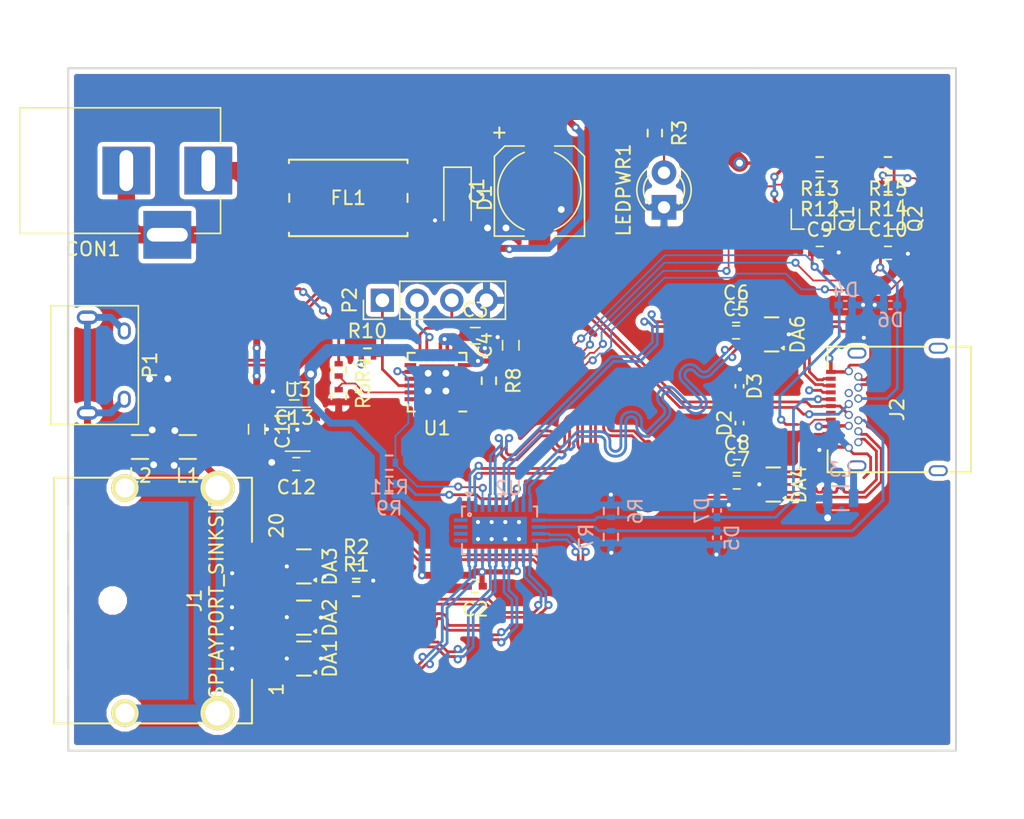
<source format=kicad_pcb>
(kicad_pcb (version 4) (host pcbnew 4.0.5)
  (layers (0 F.Cu jumper) (1 In1.Cu signal) (2 In2.Cu signal) (31 B.Cu signal) (34 B.Paste user) (35 F.Paste user) (36 B.SilkS user) (37 F.SilkS user) (38 B.Mask user) (39 F.Mask user) (44 Edge.Cuts user))
  (net 0 "")
  (net 1 +5V)
  (net 2 GND)
  (net 3 +3V3)
  (net 4 "Net-(C3-Pad1)")
  (net 5 /CTx2+)
  (net 6 /SSTx2+)
  (net 7 /CTx2-)
  (net 8 /SSTx2-)
  (net 9 /CTx1+)
  (net 10 /SSTx1+)
  (net 11 /CTx1-)
  (net 12 /SSTx1-)
  (net 13 /CC1)
  (net 14 /CC2)
  (net 15 "Net-(CON1-Pad1)")
  (net 16 "Net-(CON1-Pad2)")
  (net 17 /USB2_D+)
  (net 18 /USB2_D-)
  (net 19 /DP3-)
  (net 20 /DP3+)
  (net 21 /DP2-)
  (net 22 /DP2+)
  (net 23 /DP1-)
  (net 24 /DP1+)
  (net 25 /DP0-)
  (net 26 /DP0+)
  (net 27 /DP_AUX+)
  (net 28 /DP_AUX-)
  (net 29 /DP_HPD)
  (net 30 /SSRx1+)
  (net 31 /SSRx1-)
  (net 32 /SBU2)
  (net 33 /SBU1)
  (net 34 /SSRx2-)
  (net 35 /SSRx2+)
  (net 36 "Net-(J1-PadS)")
  (net 37 "Net-(J1-Pad13)")
  (net 38 "Net-(J1-Pad14)")
  (net 39 "Net-(J2-PadS)")
  (net 40 "Net-(L2-Pad2)")
  (net 41 "Net-(LEDPWR1-Pad2)")
  (net 42 /CCG2_~RST)
  (net 43 /CCG2_SWDIO)
  (net 44 /CCG2_SWDCLK)
  (net 45 "Net-(Q1-Pad1)")
  (net 46 "Net-(Q2-Pad1)")
  (net 47 "Net-(R4-Pad2)")
  (net 48 "Net-(R8-Pad1)")
  (net 49 "Net-(R9-Pad2)")
  (net 50 /USB_DP_POL)
  (net 51 "Net-(C12-Pad1)")
  (net 52 /CC1_VCEN)
  (net 53 /CC2_VCEN)
  (module Capacitors_SMD:CP_Elec_6.3x5.8 (layer F.Cu) (at 84.5 59 270)
    (fp_text reference C1 (at 0 4.56 270) (layer F.SilkS))
    (fp_text value 150µ)
    (fp_text user + (at -4.28 3.01 270) (layer F.SilkS))
    (pad 1 smd rect (at -2.7 0 90) (size 3.5 1.6) (layers F.Cu F.Paste F.Mask) (net 1 +5V))
    (pad 2 smd rect (at 2.7 0 90) (size 3.5 1.6) (layers F.Cu F.Paste F.Mask) (net 2 GND))
  )
  (module Capacitors_SMD:C_0402 (layer F.Cu) (at 79.8 87.95 180)
    (fp_text reference C2 (at 0 -1.7 180) (layer F.SilkS))
    (fp_text value 100n)
    (pad 1 smd rect (at -0.55 0 180) (size 0.6 0.5) (layers F.Cu F.Paste F.Mask) (net 3 +3V3))
    (pad 2 smd rect (at 0.55 0 180) (size 0.6 0.5) (layers F.Cu F.Paste F.Mask) (net 2 GND))
  )
  (module Capacitors_SMD:C_0603 (layer F.Cu) (at 79.8 69.6)
    (fp_text reference C3 (at 0 -1.9) (layer F.SilkS))
    (fp_text value 1µ)
    (pad 1 smd rect (at -0.75 0) (size 0.8 0.75) (layers F.Cu F.Paste F.Mask) (net 4 "Net-(C3-Pad1)"))
    (pad 2 smd rect (at 0.75 0) (size 0.8 0.75) (layers F.Cu F.Paste F.Mask) (net 2 GND))
  )
  (module Capacitors_SMD:C_0603 (layer F.Cu) (at 82.4 70.3 90)
    (fp_text reference C4 (at 0 -1.9 90) (layer F.SilkS))
    (fp_text value 1µ)
    (pad 1 smd rect (at -0.75 0 90) (size 0.8 0.75) (layers F.Cu F.Paste F.Mask) (net 3 +3V3))
    (pad 2 smd rect (at 0.75 0 90) (size 0.8 0.75) (layers F.Cu F.Paste F.Mask) (net 2 GND))
  )
  (module Capacitors_SMD:C_0402 (layer F.Cu) (at 98.9 69.35)
    (fp_text reference C5 (at 0 -1.7) (layer F.SilkS))
    (fp_text value 100n)
    (pad 1 smd rect (at -0.55 0) (size 0.6 0.5) (layers F.Cu F.Paste F.Mask) (net 5 /CTx2+))
    (pad 2 smd rect (at 0.55 0) (size 0.6 0.5) (layers F.Cu F.Paste F.Mask) (net 6 /SSTx2+))
  )
  (module Capacitors_SMD:C_0402 (layer F.Cu) (at 98.9 68.15)
    (fp_text reference C6 (at 0 -1.7) (layer F.SilkS))
    (fp_text value 100n)
    (pad 1 smd rect (at -0.55 0) (size 0.6 0.5) (layers F.Cu F.Paste F.Mask) (net 7 /CTx2-))
    (pad 2 smd rect (at 0.55 0) (size 0.6 0.5) (layers F.Cu F.Paste F.Mask) (net 8 /SSTx2-))
  )
  (module Capacitors_SMD:C_0402 (layer F.Cu) (at 98.95 80.35)
    (fp_text reference C7 (at 0 -1.7) (layer F.SilkS))
    (fp_text value 100n)
    (pad 1 smd rect (at -0.55 0) (size 0.6 0.5) (layers F.Cu F.Paste F.Mask) (net 9 /CTx1+))
    (pad 2 smd rect (at 0.55 0) (size 0.6 0.5) (layers F.Cu F.Paste F.Mask) (net 10 /SSTx1+))
  )
  (module Capacitors_SMD:C_0402 (layer F.Cu) (at 98.95 79.15)
    (fp_text reference C8 (at 0 -1.7) (layer F.SilkS))
    (fp_text value 100n)
    (pad 1 smd rect (at -0.55 0) (size 0.6 0.5) (layers F.Cu F.Paste F.Mask) (net 11 /CTx1-))
    (pad 2 smd rect (at 0.55 0) (size 0.6 0.5) (layers F.Cu F.Paste F.Mask) (net 12 /SSTx1-))
  )
  (module Capacitors_SMD:C_0402 (layer F.Cu) (at 105.02 63.53)
    (fp_text reference C9 (at 0 -1.7) (layer F.SilkS))
    (fp_text value 390p)
    (pad 1 smd rect (at -0.55 0) (size 0.6 0.5) (layers F.Cu F.Paste F.Mask) (net 13 /CC1))
    (pad 2 smd rect (at 0.55 0) (size 0.6 0.5) (layers F.Cu F.Paste F.Mask) (net 2 GND))
  )
  (module Capacitors_SMD:C_0402 (layer F.Cu) (at 110.02 63.53)
    (fp_text reference C10 (at 0 -1.7) (layer F.SilkS))
    (fp_text value 390p)
    (pad 1 smd rect (at -0.55 0) (size 0.6 0.5) (layers F.Cu F.Paste F.Mask) (net 14 /CC2))
    (pad 2 smd rect (at 0.55 0) (size 0.6 0.5) (layers F.Cu F.Paste F.Mask) (net 2 GND))
  )
  (module Connect:BARREL_JACK (layer F.Cu) (at 60.25 57.5)
    (fp_text reference CON1 (at -8.45 5.75 180) (layer F.SilkS))
    (fp_text value BARREL_JACK)
    (pad 1 thru_hole rect (at 0 0) (size 3.5 3.5) (drill oval 1 3) (layers *.Cu *.Mask) (net 15 "Net-(CON1-Pad1)"))
    (pad 2 thru_hole rect (at -6 0) (size 3.5 3.5) (drill oval 1 3) (layers *.Cu *.Mask) (net 16 "Net-(CON1-Pad2)"))
    (pad 3 thru_hole rect (at -3 4.7) (size 3.5 3.5) (drill oval 3 1) (layers *.Cu *.Mask) (net 16 "Net-(CON1-Pad2)"))
  )
  (module Diodes_SMD:D_SOD-123 (layer F.Cu) (at 78.5 59.5 270)
    (fp_text reference D1 (at 0 -2 270) (layer F.SilkS))
    (fp_text value TPSMF4L6.0A)
    (pad 1 smd rect (at -1.65 0 270) (size 0.9 1.2) (layers F.Cu F.Paste F.Mask) (net 1 +5V))
    (pad 2 smd rect (at 1.65 0 270) (size 0.9 1.2) (layers F.Cu F.Paste F.Mask) (net 2 GND))
  )
  (module "Custom Parts:X1SON2" (layer F.Cu) (at 99.15 76 270)
    (fp_text reference D2 (at 0 1.1 270) (layer F.SilkS))
    (fp_text value TPD1E05U06)
    (pad 1 smd rect (at -0.5 0 270) (size 0.6 0.5) (layers F.Cu F.Paste F.Mask) (net 17 /USB2_D+))
    (pad 2 smd rect (at 0.5 0 270) (size 0.6 0.5) (layers F.Cu F.Paste F.Mask) (net 2 GND))
  )
  (module "Custom Parts:X1SON2" (layer F.Cu) (at 99.15 73.3 90)
    (fp_text reference D3 (at 0 1.1 90) (layer F.SilkS))
    (fp_text value TPD1E05U06)
    (pad 1 smd rect (at -0.5 0 90) (size 0.6 0.5) (layers F.Cu F.Paste F.Mask) (net 18 /USB2_D-))
    (pad 2 smd rect (at 0.5 0 90) (size 0.6 0.5) (layers F.Cu F.Paste F.Mask) (net 2 GND))
  )
  (module "Custom Parts:USON10" (layer F.Cu) (at 67.25 93.25 90)
    (fp_text reference DA1 (at 0 1.9 90) (layer F.SilkS))
    (fp_text value TPD4E02B04)
    (pad 1 smd rect (at -1 0.38 90) (size 0.3 0.55) (layers F.Cu F.Paste F.Mask) (net 19 /DP3-))
    (pad 2 smd rect (at -0.5 0.38 90) (size 0.3 0.55) (layers F.Cu F.Paste F.Mask) (net 20 /DP3+))
    (pad 3 smd rect (at 0 0.38 90) (size 0.4 0.55) (layers F.Cu F.Paste F.Mask) (net 2 GND))
    (pad 4 smd rect (at 0.5 0.38 90) (size 0.3 0.55) (layers F.Cu F.Paste F.Mask) (net 21 /DP2-))
    (pad 5 smd rect (at 1 0.38 90) (size 0.3 0.55) (layers F.Cu F.Paste F.Mask) (net 22 /DP2+))
    (pad 6 smd rect (at 1 -0.39 90) (size 0.3 0.55) (layers F.Cu F.Paste F.Mask) (net 22 /DP2+))
    (pad 7 smd rect (at 0.5 -0.39 90) (size 0.3 0.55) (layers F.Cu F.Paste F.Mask) (net 21 /DP2-))
    (pad 8 smd rect (at 0 -0.39 90) (size 0.4 0.55) (layers F.Cu F.Paste F.Mask) (net 2 GND))
    (pad 9 smd rect (at -0.5 -0.39 90) (size 0.3 0.55) (layers F.Cu F.Paste F.Mask) (net 20 /DP3+))
    (pad 10 smd rect (at -1 -0.39 90) (size 0.3 0.55) (layers F.Cu F.Paste F.Mask) (net 19 /DP3-))
  )
  (module "Custom Parts:USON10" (layer F.Cu) (at 67.25 90.25 90)
    (fp_text reference DA2 (at 0 1.9 90) (layer F.SilkS))
    (fp_text value TPD4E02B04)
    (pad 1 smd rect (at -1 0.38 90) (size 0.3 0.55) (layers F.Cu F.Paste F.Mask) (net 23 /DP1-))
    (pad 2 smd rect (at -0.5 0.38 90) (size 0.3 0.55) (layers F.Cu F.Paste F.Mask) (net 24 /DP1+))
    (pad 3 smd rect (at 0 0.38 90) (size 0.4 0.55) (layers F.Cu F.Paste F.Mask) (net 2 GND))
    (pad 4 smd rect (at 0.5 0.38 90) (size 0.3 0.55) (layers F.Cu F.Paste F.Mask) (net 25 /DP0-))
    (pad 5 smd rect (at 1 0.38 90) (size 0.3 0.55) (layers F.Cu F.Paste F.Mask) (net 26 /DP0+))
    (pad 6 smd rect (at 1 -0.39 90) (size 0.3 0.55) (layers F.Cu F.Paste F.Mask) (net 26 /DP0+))
    (pad 7 smd rect (at 0.5 -0.39 90) (size 0.3 0.55) (layers F.Cu F.Paste F.Mask) (net 25 /DP0-))
    (pad 8 smd rect (at 0 -0.39 90) (size 0.4 0.55) (layers F.Cu F.Paste F.Mask) (net 2 GND))
    (pad 9 smd rect (at -0.5 -0.39 90) (size 0.3 0.55) (layers F.Cu F.Paste F.Mask) (net 24 /DP1+))
    (pad 10 smd rect (at -1 -0.39 90) (size 0.3 0.55) (layers F.Cu F.Paste F.Mask) (net 23 /DP1-))
  )
  (module "Custom Parts:USON10" (layer F.Cu) (at 67.25 86.5 90)
    (fp_text reference DA3 (at 0 1.9 90) (layer F.SilkS))
    (fp_text value TPD4E05U06)
    (pad 1 smd rect (at -1 0.38 90) (size 0.3 0.55) (layers F.Cu F.Paste F.Mask) (net 2 GND))
    (pad 2 smd rect (at -0.5 0.38 90) (size 0.3 0.55) (layers F.Cu F.Paste F.Mask) (net 27 /DP_AUX+))
    (pad 3 smd rect (at 0 0.38 90) (size 0.4 0.55) (layers F.Cu F.Paste F.Mask) (net 2 GND))
    (pad 4 smd rect (at 0.5 0.38 90) (size 0.3 0.55) (layers F.Cu F.Paste F.Mask) (net 28 /DP_AUX-))
    (pad 5 smd rect (at 1 0.38 90) (size 0.3 0.55) (layers F.Cu F.Paste F.Mask) (net 29 /DP_HPD))
    (pad 6 smd rect (at 1 -0.39 90) (size 0.3 0.55) (layers F.Cu F.Paste F.Mask) (net 29 /DP_HPD))
    (pad 7 smd rect (at 0.5 -0.39 90) (size 0.3 0.55) (layers F.Cu F.Paste F.Mask) (net 28 /DP_AUX-))
    (pad 8 smd rect (at 0 -0.39 90) (size 0.4 0.55) (layers F.Cu F.Paste F.Mask) (net 2 GND))
    (pad 9 smd rect (at -0.5 -0.39 90) (size 0.3 0.55) (layers F.Cu F.Paste F.Mask) (net 27 /DP_AUX+))
    (pad 10 smd rect (at -1 -0.39 90) (size 0.3 0.55) (layers F.Cu F.Paste F.Mask) (net 2 GND))
  )
  (module "Custom Parts:USON10" (layer F.Cu) (at 101.62 80.5 90)
    (fp_text reference DA4 (at 0 1.9 90) (layer F.SilkS))
    (fp_text value TPD4E02B04)
    (pad 1 smd rect (at -1 0.38 90) (size 0.3 0.55) (layers F.Cu F.Paste F.Mask) (net 31 /SSRx1-))
    (pad 2 smd rect (at -0.5 0.38 90) (size 0.3 0.55) (layers F.Cu F.Paste F.Mask) (net 30 /SSRx1+))
    (pad 3 smd rect (at 0 0.38 90) (size 0.4 0.55) (layers F.Cu F.Paste F.Mask) (net 2 GND))
    (pad 4 smd rect (at 0.5 0.38 90) (size 0.3 0.55) (layers F.Cu F.Paste F.Mask) (net 10 /SSTx1+))
    (pad 5 smd rect (at 1 0.38 90) (size 0.3 0.55) (layers F.Cu F.Paste F.Mask) (net 12 /SSTx1-))
    (pad 6 smd rect (at 1 -0.39 90) (size 0.3 0.55) (layers F.Cu F.Paste F.Mask) (net 12 /SSTx1-))
    (pad 7 smd rect (at 0.5 -0.39 90) (size 0.3 0.55) (layers F.Cu F.Paste F.Mask) (net 10 /SSTx1+))
    (pad 8 smd rect (at 0 -0.39 90) (size 0.4 0.55) (layers F.Cu F.Paste F.Mask) (net 2 GND))
    (pad 9 smd rect (at -0.5 -0.39 90) (size 0.3 0.55) (layers F.Cu F.Paste F.Mask) (net 30 /SSRx1+))
    (pad 10 smd rect (at -1 -0.39 90) (size 0.3 0.55) (layers F.Cu F.Paste F.Mask) (net 31 /SSRx1-))
  )
  (module "Custom Parts:USON10" (layer F.Cu) (at 101.5 69.5 90)
    (fp_text reference DA6 (at 0 1.9 90) (layer F.SilkS))
    (fp_text value TPD4E02B04)
    (pad 1 smd rect (at -1 0.38 90) (size 0.3 0.55) (layers F.Cu F.Paste F.Mask) (net 34 /SSRx2-))
    (pad 2 smd rect (at -0.5 0.38 90) (size 0.3 0.55) (layers F.Cu F.Paste F.Mask) (net 35 /SSRx2+))
    (pad 3 smd rect (at 0 0.38 90) (size 0.4 0.55) (layers F.Cu F.Paste F.Mask) (net 2 GND))
    (pad 4 smd rect (at 0.5 0.38 90) (size 0.3 0.55) (layers F.Cu F.Paste F.Mask) (net 6 /SSTx2+))
    (pad 5 smd rect (at 1 0.38 90) (size 0.3 0.55) (layers F.Cu F.Paste F.Mask) (net 8 /SSTx2-))
    (pad 6 smd rect (at 1 -0.39 90) (size 0.3 0.55) (layers F.Cu F.Paste F.Mask) (net 8 /SSTx2-))
    (pad 7 smd rect (at 0.5 -0.39 90) (size 0.3 0.55) (layers F.Cu F.Paste F.Mask) (net 6 /SSTx2+))
    (pad 8 smd rect (at 0 -0.39 90) (size 0.4 0.55) (layers F.Cu F.Paste F.Mask) (net 2 GND))
    (pad 9 smd rect (at -0.5 -0.39 90) (size 0.3 0.55) (layers F.Cu F.Paste F.Mask) (net 35 /SSRx2+))
    (pad 10 smd rect (at -1 -0.39 90) (size 0.3 0.55) (layers F.Cu F.Paste F.Mask) (net 34 /SSRx2-))
  )
  (module "Custom Parts:CM3421Y600R-10" (layer F.Cu) (at 70.5 59.5)
    (fp_text reference FL1 (at 0 0) (layer F.SilkS))
    (fp_text value CM3421Y600R-10)
    (pad 1 smd rect (at -4.21 -1.4225) (size 3.66 2.085) (layers F.Cu F.Paste F.Mask) (net 15 "Net-(CON1-Pad1)"))
    (pad 2 smd rect (at 4.21 -1.4225) (size 3.66 2.085) (layers F.Cu F.Paste F.Mask) (net 1 +5V))
    (pad 3 smd rect (at -4.21 1.4225) (size 3.66 2.085) (layers F.Cu F.Paste F.Mask) (net 16 "Net-(CON1-Pad2)"))
    (pad 4 smd rect (at 4.21 1.4225) (size 3.66 2.085) (layers F.Cu F.Paste F.Mask) (net 2 GND))
  )
  (module "Custom Parts:0472720024" (layer F.Cu) (at 53.25 89 270)
    (fp_text reference J1 (at 0 -6 270) (layer F.SilkS))
    (fp_text value DISPLAYPORT_SINKSIDE (at 0 -7.6 270) (layer F.SilkS))
    (fp_text user 20 (at -5.5 -12 270) (layer F.SilkS))
    (fp_text user 1 (at 6.5 -12 270) (layer F.SilkS))
    (pad "" np_thru_hole circle (at 0 0 270) (size 1.4 1.4) (drill 1.4) (layers *.Cu *.Mask F.SilkS))
    (pad S thru_hole circle (at -8.25 -0.9 270) (size 2 2) (drill 1.4) (layers *.Cu *.Mask F.SilkS) (net 36 "Net-(J1-PadS)"))
    (pad S thru_hole circle (at 8.25 -0.9 270) (size 2 2) (drill 1.4) (layers *.Cu *.Mask F.SilkS) (net 36 "Net-(J1-PadS)"))
    (pad S thru_hole circle (at -8.25 -7.68 270) (size 2.5 2.5) (drill 1.8) (layers *.Cu *.Mask F.SilkS) (net 36 "Net-(J1-PadS)"))
    (pad S thru_hole circle (at 8.25 -7.68 270) (size 2.5 2.5) (drill 1.8) (layers *.Cu *.Mask F.SilkS) (net 36 "Net-(J1-PadS)"))
    (pad 1 smd rect (at 5.5 -10.28 270) (size 0.28 2.4) (layers F.Cu F.Paste F.Mask) (net 19 /DP3-))
    (pad 2 smd rect (at 5 -10.28 270) (size 0.28 2.4) (layers F.Cu F.Paste F.Mask) (net 2 GND))
    (pad 3 smd rect (at 4.5 -10.28 270) (size 0.28 2.4) (layers F.Cu F.Paste F.Mask) (net 20 /DP3+))
    (pad 4 smd rect (at 4 -10.28 270) (size 0.28 2.4) (layers F.Cu F.Paste F.Mask) (net 21 /DP2-))
    (pad 5 smd rect (at 3.5 -10.28 270) (size 0.28 2.4) (layers F.Cu F.Paste F.Mask) (net 2 GND))
    (pad 6 smd rect (at 3 -10.28 270) (size 0.28 2.4) (layers F.Cu F.Paste F.Mask) (net 22 /DP2+))
    (pad 7 smd rect (at 2.5 -10.28 270) (size 0.28 2.4) (layers F.Cu F.Paste F.Mask) (net 23 /DP1-))
    (pad 8 smd rect (at 2 -10.28 270) (size 0.28 2.4) (layers F.Cu F.Paste F.Mask) (net 2 GND))
    (pad 9 smd rect (at 1.5 -10.28 270) (size 0.28 2.4) (layers F.Cu F.Paste F.Mask) (net 24 /DP1+))
    (pad 10 smd rect (at 1 -10.28 270) (size 0.28 2.4) (layers F.Cu F.Paste F.Mask) (net 25 /DP0-))
    (pad 11 smd rect (at 0.5 -10.28 270) (size 0.28 2.4) (layers F.Cu F.Paste F.Mask) (net 2 GND))
    (pad 12 smd rect (at 0 -10.28 270) (size 0.28 2.4) (layers F.Cu F.Paste F.Mask) (net 26 /DP0+))
    (pad 13 smd rect (at -0.5 -10.28 270) (size 0.28 2.4) (layers F.Cu F.Paste F.Mask) (net 37 "Net-(J1-Pad13)"))
    (pad 14 smd rect (at -1 -10.28 270) (size 0.28 2.4) (layers F.Cu F.Paste F.Mask) (net 38 "Net-(J1-Pad14)"))
    (pad 15 smd rect (at -1.5 -10.28 270) (size 0.28 2.4) (layers F.Cu F.Paste F.Mask) (net 27 /DP_AUX+))
    (pad 16 smd rect (at -2 -10.28 270) (size 0.28 2.4) (layers F.Cu F.Paste F.Mask) (net 2 GND))
    (pad 17 smd rect (at -2.5 -10.28 270) (size 0.28 2.4) (layers F.Cu F.Paste F.Mask) (net 28 /DP_AUX-))
    (pad 18 smd rect (at -3 -10.28 270) (size 0.28 2.4) (layers F.Cu F.Paste F.Mask) (net 29 /DP_HPD))
    (pad 19 smd rect (at -3.5 -10.28 270) (size 0.28 2.4) (layers F.Cu F.Paste F.Mask))
    (pad 20 smd rect (at -4 -10.28 270) (size 0.28 2.4) (layers F.Cu F.Paste F.Mask))
  )
  (module Resistors_SMD:R_0805 (layer F.Cu) (at 58.75 77.75 180)
    (fp_text reference L1 (at 0 -2.1 180) (layer F.SilkS))
    (fp_text value Ferrite_Bead)
    (pad 1 smd rect (at -0.95 0 180) (size 0.7 1.3) (layers F.Cu F.Paste F.Mask) (net 36 "Net-(J1-PadS)"))
    (pad 2 smd rect (at 0.95 0 180) (size 0.7 1.3) (layers F.Cu F.Paste F.Mask) (net 2 GND))
  )
  (module Resistors_SMD:R_0805 (layer F.Cu) (at 55.25 77.75 180)
    (fp_text reference L2 (at 0 -2.1 180) (layer F.SilkS))
    (fp_text value Ferrite_Bead)
    (pad 1 smd rect (at -0.95 0 180) (size 0.7 1.3) (layers F.Cu F.Paste F.Mask) (net 2 GND))
    (pad 2 smd rect (at 0.95 0 180) (size 0.7 1.3) (layers F.Cu F.Paste F.Mask) (net 40 "Net-(L2-Pad2)"))
  )
  (module Resistors_SMD:R_0805 (layer B.Cu) (at 106.55 81.5 180)
    (fp_text reference L3 (at 0 2.1 180) (layer B.SilkS) (effects (justify mirror)))
    (fp_text value Ferrite_Bead)
    (pad 1 smd rect (at -0.95 0 180) (size 0.7 1.3) (layers B.Cu B.Paste B.Mask) (net 39 "Net-(J2-PadS)"))
    (pad 2 smd rect (at 0.95 0 180) (size 0.7 1.3) (layers B.Cu B.Paste B.Mask) (net 2 GND))
  )
  (module LEDs:LED_D3.0mm (layer F.Cu) (at 93.62 60.19 90)
    (fp_text reference LEDPWR1 (at 1.27 -2.96 90) (layer F.SilkS))
    (fp_text value GREEN)
    (pad 1 thru_hole rect (at 0 0 90) (size 1.8 1.8) (drill 0.9) (layers *.Cu *.Mask) (net 2 GND))
    (pad 2 thru_hole circle (at 2.54 0 90) (size 1.8 1.8) (drill 0.9) (layers *.Cu *.Mask) (net 41 "Net-(LEDPWR1-Pad2)"))
  )
  (module Connect:USB_Micro-B (layer F.Cu) (at 52.75 71.75 270)
    (fp_text reference P1 (at 0 -3.24 270) (layer F.SilkS))
    (fp_text value USB_OTG)
    (pad 1 smd rect (at -1.3 -1.35) (size 1.35 0.4) (layers F.Cu F.Paste F.Mask))
    (pad 2 smd rect (at -0.65 -1.35) (size 1.35 0.4) (layers F.Cu F.Paste F.Mask) (net 18 /USB2_D-))
    (pad 3 smd rect (at 0 -1.35) (size 1.35 0.4) (layers F.Cu F.Paste F.Mask) (net 17 /USB2_D+))
    (pad 4 smd rect (at 0.65 -1.35) (size 1.35 0.4) (layers F.Cu F.Paste F.Mask))
    (pad 5 smd rect (at 1.3 -1.35) (size 1.35 0.4) (layers F.Cu F.Paste F.Mask) (net 2 GND))
    (pad 6 thru_hole oval (at -2.5 -1.35) (size 0.95 1.25) (drill oval 0.55 0.85) (layers *.Cu *.Mask) (net 40 "Net-(L2-Pad2)"))
    (pad 6 thru_hole oval (at 2.5 -1.35) (size 0.95 1.25) (drill oval 0.55 0.85) (layers *.Cu *.Mask) (net 40 "Net-(L2-Pad2)"))
    (pad 6 thru_hole oval (at -3.5 1.35) (size 1.55 1) (drill oval 1.15 0.5) (layers *.Cu *.Mask) (net 40 "Net-(L2-Pad2)"))
    (pad 6 thru_hole oval (at 3.5 1.35) (size 1.55 1) (drill oval 1.15 0.5) (layers *.Cu *.Mask) (net 40 "Net-(L2-Pad2)"))
  )
  (module Pin_Headers:Pin_Header_Straight_1x04_Pitch2.54mm (layer F.Cu) (at 73 67 90)
    (fp_text reference P2 (at 0 -2.39 90) (layer F.SilkS))
    (fp_text value CONN_01X04)
    (pad 1 thru_hole rect (at 0 0 90) (size 1.7 1.7) (drill 1) (layers *.Cu *.Mask) (net 42 /CCG2_~RST))
    (pad 2 thru_hole oval (at 0 2.54 90) (size 1.7 1.7) (drill 1) (layers *.Cu *.Mask) (net 43 /CCG2_SWDIO))
    (pad 3 thru_hole oval (at 0 5.08 90) (size 1.7 1.7) (drill 1) (layers *.Cu *.Mask) (net 44 /CCG2_SWDCLK))
    (pad 4 thru_hole oval (at 0 7.62 90) (size 1.7 1.7) (drill 1) (layers *.Cu *.Mask) (net 2 GND))
  )
  (module TO_SOT_Packages_SMD:SOT-23 (layer F.Cu) (at 104.52 61.03 270)
    (fp_text reference Q1 (at 0 -2.5 270) (layer F.SilkS))
    (fp_text value BSS84)
    (pad 1 smd rect (at -1 -0.95 270) (size 0.9 0.8) (layers F.Cu F.Paste F.Mask) (net 45 "Net-(Q1-Pad1)"))
    (pad 2 smd rect (at -1 0.95 270) (size 0.9 0.8) (layers F.Cu F.Paste F.Mask) (net 1 +5V))
    (pad 3 smd rect (at 1 0 270) (size 0.9 0.8) (layers F.Cu F.Paste F.Mask) (net 13 /CC1))
  )
  (module TO_SOT_Packages_SMD:SOT-23 (layer F.Cu) (at 109.52 61.03 270)
    (fp_text reference Q2 (at 0 -2.5 270) (layer F.SilkS))
    (fp_text value BSS84)
    (pad 1 smd rect (at -1 -0.95 270) (size 0.9 0.8) (layers F.Cu F.Paste F.Mask) (net 46 "Net-(Q2-Pad1)"))
    (pad 2 smd rect (at -1 0.95 270) (size 0.9 0.8) (layers F.Cu F.Paste F.Mask) (net 1 +5V))
    (pad 3 smd rect (at 1 0 270) (size 0.9 0.8) (layers F.Cu F.Paste F.Mask) (net 14 /CC2))
  )
  (module Resistors_SMD:R_0402 (layer F.Cu) (at 71.08 88.16)
    (fp_text reference R1 (at 0 -1.8) (layer F.SilkS))
    (fp_text value 1M)
    (pad 1 smd rect (at -0.45 0) (size 0.4 0.6) (layers F.Cu F.Paste F.Mask) (net 37 "Net-(J1-Pad13)"))
    (pad 2 smd rect (at 0.45 0) (size 0.4 0.6) (layers F.Cu F.Paste F.Mask) (net 2 GND))
  )
  (module Resistors_SMD:R_0402 (layer F.Cu) (at 71.09 86.87)
    (fp_text reference R2 (at 0 -1.8) (layer F.SilkS))
    (fp_text value 1M)
    (pad 1 smd rect (at -0.45 0) (size 0.4 0.6) (layers F.Cu F.Paste F.Mask) (net 38 "Net-(J1-Pad14)"))
    (pad 2 smd rect (at 0.45 0) (size 0.4 0.6) (layers F.Cu F.Paste F.Mask) (net 2 GND))
  )
  (module Resistors_SMD:R_0402 (layer F.Cu) (at 92.95 54.75 270)
    (fp_text reference R3 (at 0 -1.8 270) (layer F.SilkS))
    (fp_text value 1k)
    (pad 1 smd rect (at -0.45 0 270) (size 0.4 0.6) (layers F.Cu F.Paste F.Mask) (net 1 +5V))
    (pad 2 smd rect (at 0.45 0 270) (size 0.4 0.6) (layers F.Cu F.Paste F.Mask) (net 41 "Net-(LEDPWR1-Pad2)"))
  )
  (module Resistors_SMD:R_0402 (layer F.Cu) (at 69.8 72.1 270)
    (fp_text reference R4 (at 0 -1.8 270) (layer F.SilkS))
    (fp_text value 100k)
    (pad 1 smd rect (at -0.45 0 270) (size 0.4 0.6) (layers F.Cu F.Paste F.Mask) (net 1 +5V))
    (pad 2 smd rect (at 0.45 0 270) (size 0.4 0.6) (layers F.Cu F.Paste F.Mask) (net 47 "Net-(R4-Pad2)"))
  )
  (module Resistors_SMD:R_0402 (layer F.Cu) (at 69.8 74 270)
    (fp_text reference R5 (at 0 -1.8 270) (layer F.SilkS))
    (fp_text value 10k)
    (pad 1 smd rect (at -0.45 0 270) (size 0.4 0.6) (layers F.Cu F.Paste F.Mask) (net 47 "Net-(R4-Pad2)"))
    (pad 2 smd rect (at 0.45 0 270) (size 0.4 0.6) (layers F.Cu F.Paste F.Mask) (net 2 GND))
  )
  (module Resistors_SMD:R_0402 (layer B.Cu) (at 89.74 82.45 90)
    (fp_text reference R6 (at 0 1.8 90) (layer B.SilkS) (effects (justify mirror)))
    (fp_text value 1M)
    (pad 1 smd rect (at -0.45 0 90) (size 0.4 0.6) (layers B.Cu B.Paste B.Mask) (net 33 /SBU1))
    (pad 2 smd rect (at 0.45 0 90) (size 0.4 0.6) (layers B.Cu B.Paste B.Mask) (net 2 GND))
  )
  (module Resistors_SMD:R_0402 (layer B.Cu) (at 89.73 84.34 270)
    (fp_text reference R7 (at 0 1.8 270) (layer B.SilkS) (effects (justify mirror)))
    (fp_text value 1M)
    (pad 1 smd rect (at -0.45 0 270) (size 0.4 0.6) (layers B.Cu B.Paste B.Mask) (net 32 /SBU2))
    (pad 2 smd rect (at 0.45 0 270) (size 0.4 0.6) (layers B.Cu B.Paste B.Mask) (net 2 GND))
  )
  (module Resistors_SMD:R_0402 (layer F.Cu) (at 80.8 72.9 270)
    (fp_text reference R8 (at 0 -1.8 270) (layer F.SilkS))
    (fp_text value DNP)
    (pad 1 smd rect (at -0.45 0 270) (size 0.4 0.6) (layers F.Cu F.Paste F.Mask) (net 48 "Net-(R8-Pad1)"))
    (pad 2 smd rect (at 0.45 0 270) (size 0.4 0.6) (layers F.Cu F.Paste F.Mask) (net 13 /CC1))
  )
  (module Resistors_SMD:R_0402 (layer B.Cu) (at 73.5 80.45)
    (fp_text reference R9 (at 0 1.8) (layer B.SilkS) (effects (justify mirror)))
    (fp_text value 0R)
    (pad 1 smd rect (at -0.45 0) (size 0.4 0.6) (layers B.Cu B.Paste B.Mask) (net 3 +3V3))
    (pad 2 smd rect (at 0.45 0) (size 0.4 0.6) (layers B.Cu B.Paste B.Mask) (net 49 "Net-(R9-Pad2)"))
  )
  (module Resistors_SMD:R_0402 (layer F.Cu) (at 71.9 71.05)
    (fp_text reference R10 (at 0 -1.8) (layer F.SilkS))
    (fp_text value 4.7k)
    (pad 1 smd rect (at -0.45 0) (size 0.4 0.6) (layers F.Cu F.Paste F.Mask) (net 3 +3V3))
    (pad 2 smd rect (at 0.45 0) (size 0.4 0.6) (layers F.Cu F.Paste F.Mask) (net 42 /CCG2_~RST))
  )
  (module Resistors_SMD:R_0402 (layer B.Cu) (at 73.5 78.9)
    (fp_text reference R11 (at 0 1.8) (layer B.SilkS) (effects (justify mirror)))
    (fp_text value 10k)
    (pad 1 smd rect (at -0.45 0) (size 0.4 0.6) (layers B.Cu B.Paste B.Mask) (net 3 +3V3))
    (pad 2 smd rect (at 0.45 0) (size 0.4 0.6) (layers B.Cu B.Paste B.Mask) (net 50 /USB_DP_POL))
  )
  (module Resistors_SMD:R_0402 (layer F.Cu) (at 105.02 58.53 180)
    (fp_text reference R12 (at 0 -1.8 180) (layer F.SilkS))
    (fp_text value 1k)
    (pad 1 smd rect (at -0.45 0 180) (size 0.4 0.6) (layers F.Cu F.Paste F.Mask) (net 45 "Net-(Q1-Pad1)"))
    (pad 2 smd rect (at 0.45 0 180) (size 0.4 0.6) (layers F.Cu F.Paste F.Mask) (net 52 /CC1_VCEN))
  )
  (module Resistors_SMD:R_0402 (layer F.Cu) (at 105.02 57.03 180)
    (fp_text reference R13 (at 0 -1.8 180) (layer F.SilkS))
    (fp_text value 10k)
    (pad 1 smd rect (at -0.45 0 180) (size 0.4 0.6) (layers F.Cu F.Paste F.Mask) (net 45 "Net-(Q1-Pad1)"))
    (pad 2 smd rect (at 0.45 0 180) (size 0.4 0.6) (layers F.Cu F.Paste F.Mask) (net 1 +5V))
  )
  (module Resistors_SMD:R_0402 (layer F.Cu) (at 110.02 58.53 180)
    (fp_text reference R14 (at 0 -1.8 180) (layer F.SilkS))
    (fp_text value 1k)
    (pad 1 smd rect (at -0.45 0 180) (size 0.4 0.6) (layers F.Cu F.Paste F.Mask) (net 46 "Net-(Q2-Pad1)"))
    (pad 2 smd rect (at 0.45 0 180) (size 0.4 0.6) (layers F.Cu F.Paste F.Mask) (net 53 /CC2_VCEN))
  )
  (module Resistors_SMD:R_0402 (layer F.Cu) (at 110.02 57.03 180)
    (fp_text reference R15 (at 0 -1.8 180) (layer F.SilkS))
    (fp_text value 10k)
    (pad 1 smd rect (at -0.45 0 180) (size 0.4 0.6) (layers F.Cu F.Paste F.Mask) (net 46 "Net-(Q2-Pad1)"))
    (pad 2 smd rect (at 0.45 0 180) (size 0.4 0.6) (layers F.Cu F.Paste F.Mask) (net 1 +5V))
  )
  (module Housings_DFN_QFN:QFN-24-1EP_4x4mm_Pitch0.5mm (layer F.Cu) (at 77 73 180)
    (fp_text reference U1 (at 0 -3.375 180) (layer F.SilkS))
    (fp_text value CYPD2122-24LQXIT)
    (pad 1 smd rect (at -1.95 -1.25 180) (size 0.85 0.3) (layers F.Cu F.Paste F.Mask) (net 14 /CC2))
    (pad 2 smd rect (at -1.95 -0.75 180) (size 0.85 0.3) (layers F.Cu F.Paste F.Mask) (net 13 /CC1))
    (pad 3 smd rect (at -1.95 -0.25 180) (size 0.85 0.3) (layers F.Cu F.Paste F.Mask) (net 48 "Net-(R8-Pad1)"))
    (pad 4 smd rect (at -1.95 0.25 180) (size 0.85 0.3) (layers F.Cu F.Paste F.Mask))
    (pad 5 smd rect (at -1.95 0.75 180) (size 0.85 0.3) (layers F.Cu F.Paste F.Mask))
    (pad 6 smd rect (at -1.95 1.25 180) (size 0.85 0.3) (layers F.Cu F.Paste F.Mask) (net 3 +3V3))
    (pad 7 smd rect (at -1.25 1.95 270) (size 0.85 0.3) (layers F.Cu F.Paste F.Mask) (net 4 "Net-(C3-Pad1)"))
    (pad 8 smd rect (at -0.75 1.95 270) (size 0.85 0.3) (layers F.Cu F.Paste F.Mask) (net 3 +3V3))
    (pad 9 smd rect (at -0.25 1.95 270) (size 0.85 0.3) (layers F.Cu F.Paste F.Mask) (net 3 +3V3))
    (pad 10 smd rect (at 0.25 1.95 270) (size 0.85 0.3) (layers F.Cu F.Paste F.Mask))
    (pad 11 smd rect (at 0.75 1.95 270) (size 0.85 0.3) (layers F.Cu F.Paste F.Mask) (net 43 /CCG2_SWDIO))
    (pad 12 smd rect (at 1.25 1.95 270) (size 0.85 0.3) (layers F.Cu F.Paste F.Mask) (net 44 /CCG2_SWDCLK))
    (pad 13 smd rect (at 1.95 1.25 180) (size 0.85 0.3) (layers F.Cu F.Paste F.Mask))
    (pad 14 smd rect (at 1.95 0.75 180) (size 0.85 0.3) (layers F.Cu F.Paste F.Mask) (net 50 /USB_DP_POL))
    (pad 15 smd rect (at 1.95 0.25 180) (size 0.85 0.3) (layers F.Cu F.Paste F.Mask))
    (pad 16 smd rect (at 1.95 -0.25 180) (size 0.85 0.3) (layers F.Cu F.Paste F.Mask) (net 42 /CCG2_~RST))
    (pad 17 smd rect (at 1.95 -0.75 180) (size 0.85 0.3) (layers F.Cu F.Paste F.Mask) (net 47 "Net-(R4-Pad2)"))
    (pad 18 smd rect (at 1.95 -1.25 180) (size 0.85 0.3) (layers F.Cu F.Paste F.Mask))
    (pad 19 smd rect (at 1.25 -1.95 270) (size 0.85 0.3) (layers F.Cu F.Paste F.Mask))
    (pad 20 smd rect (at 0.75 -1.95 270) (size 0.85 0.3) (layers F.Cu F.Paste F.Mask))
    (pad 21 smd rect (at 0.25 -1.95 270) (size 0.85 0.3) (layers F.Cu F.Paste F.Mask) (net 53 /CC2_VCEN))
    (pad 22 smd rect (at -0.25 -1.95 270) (size 0.85 0.3) (layers F.Cu F.Paste F.Mask))
    (pad 23 smd rect (at -0.75 -1.95 270) (size 0.85 0.3) (layers F.Cu F.Paste F.Mask))
    (pad 24 smd rect (at -1.25 -1.95 270) (size 0.85 0.3) (layers F.Cu F.Paste F.Mask) (net 52 /CC1_VCEN))
    (pad 25 smd rect (at 0.65 0.65 180) (size 1.3 1.3) (layers F.Cu F.Paste F.Mask) (net 2 GND))
    (pad 25 smd rect (at 0.65 -0.65 180) (size 1.3 1.3) (layers F.Cu F.Paste F.Mask) (net 2 GND))
    (pad 25 smd rect (at -0.65 0.65 180) (size 1.3 1.3) (layers F.Cu F.Paste F.Mask) (net 2 GND))
    (pad 25 smd rect (at -0.65 -0.65 180) (size 1.3 1.3) (layers F.Cu F.Paste F.Mask) (net 2 GND))
  )
  (module "Custom Parts:WQFN28EP_5.5x3.5mm_Pitch0.5mm" (layer B.Cu) (at 81.58 83.86)
    (fp_text reference U2 (at 0.65 -3.1) (layer B.SilkS) (effects (justify mirror)))
    (fp_text value HD3SS460RHR)
    (pad 1 smd rect (at -2.25 -1.85) (size 0.27 1) (layers B.Cu B.Paste B.Mask) (net 30 /SSRx1+))
    (pad 2 smd rect (at -1.75 -1.85) (size 0.27 1) (layers B.Cu B.Paste B.Mask) (net 31 /SSRx1-))
    (pad 3 smd rect (at -1.25 -1.85) (size 0.27 1) (layers B.Cu B.Paste B.Mask) (net 50 /USB_DP_POL))
    (pad 4 smd rect (at -0.75 -1.85) (size 0.27 1) (layers B.Cu B.Paste B.Mask) (net 9 /CTx1+))
    (pad 5 smd rect (at -0.25 -1.85) (size 0.27 1) (layers B.Cu B.Paste B.Mask) (net 11 /CTx1-))
    (pad 6 smd rect (at 0.25 -1.85) (size 0.27 1) (layers B.Cu B.Paste B.Mask) (net 5 /CTx2+))
    (pad 7 smd rect (at 0.75 -1.85) (size 0.27 1) (layers B.Cu B.Paste B.Mask) (net 7 /CTx2-))
    (pad 8 smd rect (at 1.25 -1.85) (size 0.27 1) (layers B.Cu B.Paste B.Mask) (net 49 "Net-(R9-Pad2)"))
    (pad 9 smd rect (at 1.75 -1.85) (size 0.27 1) (layers B.Cu B.Paste B.Mask) (net 35 /SSRx2+))
    (pad 10 smd rect (at 2.25 -1.85) (size 0.27 1) (layers B.Cu B.Paste B.Mask) (net 34 /SSRx2-))
    (pad 11 smd rect (at 2.85 -0.75 270) (size 0.27 1) (layers B.Cu B.Paste B.Mask) (net 33 /SBU1))
    (pad 12 smd rect (at 2.85 -0.25 270) (size 0.27 1) (layers B.Cu B.Paste B.Mask) (net 32 /SBU2))
    (pad 13 smd rect (at 2.85 0.25 270) (size 0.27 1) (layers B.Cu B.Paste B.Mask) (net 27 /DP_AUX+))
    (pad 14 smd rect (at 2.85 0.75 270) (size 0.27 1) (layers B.Cu B.Paste B.Mask) (net 28 /DP_AUX-))
    (pad 15 smd rect (at 2.25 1.85) (size 0.27 1) (layers B.Cu B.Paste B.Mask) (net 25 /DP0-))
    (pad 16 smd rect (at 1.75 1.85) (size 0.27 1) (layers B.Cu B.Paste B.Mask) (net 26 /DP0+))
    (pad 17 smd rect (at 1.25 1.85) (size 0.27 1) (layers B.Cu B.Paste B.Mask) (net 3 +3V3))
    (pad 18 smd rect (at 0.75 1.85) (size 0.27 1) (layers B.Cu B.Paste B.Mask) (net 23 /DP1-))
    (pad 19 smd rect (at 0.25 1.85) (size 0.27 1) (layers B.Cu B.Paste B.Mask) (net 24 /DP1+))
    (pad 20 smd rect (at -0.25 1.85) (size 0.27 1) (layers B.Cu B.Paste B.Mask) (net 21 /DP2-))
    (pad 21 smd rect (at -0.75 1.85) (size 0.27 1) (layers B.Cu B.Paste B.Mask) (net 22 /DP2+))
    (pad 22 smd rect (at -1.25 1.85) (size 0.27 1) (layers B.Cu B.Paste B.Mask) (net 3 +3V3))
    (pad 23 smd rect (at -1.75 1.85) (size 0.27 1) (layers B.Cu B.Paste B.Mask) (net 19 /DP3-))
    (pad 24 smd rect (at -2.25 1.85) (size 0.27 1) (layers B.Cu B.Paste B.Mask) (net 20 /DP3+))
    (pad 25 smd rect (at -2.85 0.75 270) (size 0.27 1) (layers B.Cu B.Paste B.Mask))
    (pad 26 smd rect (at -2.85 0.25 270) (size 0.27 1) (layers B.Cu B.Paste B.Mask))
    (pad 27 smd rect (at -2.85 -0.25 270) (size 0.27 1) (layers B.Cu B.Paste B.Mask))
    (pad 28 smd rect (at -2.85 -0.75 270) (size 0.27 1) (layers B.Cu B.Paste B.Mask))
    (pad 29 smd rect (at 0 0) (size 4 2) (layers B.Cu B.Paste B.Mask) (net 2 GND))
  )
  (module Capacitors_SMD:C_0603 (layer F.Cu) (at 63.8 76.45 270)
    (fp_text reference C11 (at 0 -1.9 270) (layer F.SilkS))
    (fp_text value 1µ)
    (pad 1 smd rect (at -0.75 0 270) (size 0.8 0.75) (layers F.Cu F.Paste F.Mask) (net 1 +5V))
    (pad 2 smd rect (at 0.75 0 270) (size 0.8 0.75) (layers F.Cu F.Paste F.Mask) (net 2 GND))
  )
  (module Capacitors_SMD:C_0402 (layer F.Cu) (at 66.7 79 180)
    (fp_text reference C12 (at 0 -1.7 180) (layer F.SilkS))
    (fp_text value 1n)
    (pad 1 smd rect (at -0.55 0 180) (size 0.6 0.5) (layers F.Cu F.Paste F.Mask) (net 51 "Net-(C12-Pad1)"))
    (pad 2 smd rect (at 0.55 0 180) (size 0.6 0.5) (layers F.Cu F.Paste F.Mask) (net 2 GND))
  )
  (module Capacitors_SMD:C_0603 (layer F.Cu) (at 66.55 73.7 180)
    (fp_text reference C13 (at 0 -1.9 180) (layer F.SilkS))
    (fp_text value 1µ)
    (pad 1 smd rect (at -0.75 0 180) (size 0.8 0.75) (layers F.Cu F.Paste F.Mask) (net 3 +3V3))
    (pad 2 smd rect (at 0.75 0 180) (size 0.8 0.75) (layers F.Cu F.Paste F.Mask) (net 2 GND))
  )
  (module TO_SOT_Packages_SMD:SOT-23-5 (layer F.Cu) (at 66.8 76.45)
    (fp_text reference U3 (at 0 -2.9) (layer F.SilkS))
    (fp_text value LD3985M33R)
    (pad 1 smd rect (at -1.1 -0.95) (size 1.06 0.65) (layers F.Cu F.Paste F.Mask) (net 1 +5V))
    (pad 2 smd rect (at -1.1 0) (size 1.06 0.65) (layers F.Cu F.Paste F.Mask) (net 2 GND))
    (pad 3 smd rect (at -1.1 0.95) (size 1.06 0.65) (layers F.Cu F.Paste F.Mask) (net 1 +5V))
    (pad 4 smd rect (at 1.1 0.95) (size 1.06 0.65) (layers F.Cu F.Paste F.Mask) (net 51 "Net-(C12-Pad1)"))
    (pad 5 smd rect (at 1.1 -0.95) (size 1.06 0.65) (layers F.Cu F.Paste F.Mask) (net 3 +3V3))
  )
  (module "Custom Parts:USBC-12401548E4#2A" (layer F.Cu) (at 106.5 75 90)
    (fp_text reference J2 (at 0 4.2 90) (layer F.SilkS))
    (fp_text value USB-C)
    (pad A1 smd rect (at -2.75 -0.66 90) (size 0.3 0.7) (layers F.Cu F.Paste F.Mask) (net 2 GND))
    (pad A2 smd rect (at -2.25 -0.66 90) (size 0.3 0.7) (layers F.Cu F.Paste F.Mask) (net 10 /SSTx1+))
    (pad A3 smd rect (at -1.75 -0.66 90) (size 0.3 0.7) (layers F.Cu F.Paste F.Mask) (net 12 /SSTx1-))
    (pad A4 smd rect (at -1.25 -0.66 90) (size 0.3 0.7) (layers F.Cu F.Paste F.Mask) (net 1 +5V))
    (pad A5 smd rect (at -0.75 -0.66 90) (size 0.3 0.7) (layers F.Cu F.Paste F.Mask) (net 13 /CC1))
    (pad A6 smd rect (at -0.25 -0.66 90) (size 0.3 0.7) (layers F.Cu F.Paste F.Mask) (net 17 /USB2_D+))
    (pad A7 smd rect (at 0.25 -0.66 90) (size 0.3 0.7) (layers F.Cu F.Paste F.Mask) (net 18 /USB2_D-))
    (pad A8 smd rect (at 0.75 -0.66 90) (size 0.3 0.7) (layers F.Cu F.Paste F.Mask) (net 33 /SBU1))
    (pad A9 smd rect (at 1.25 -0.66 90) (size 0.3 0.7) (layers F.Cu F.Paste F.Mask) (net 1 +5V))
    (pad A10 smd rect (at 1.75 -0.66 90) (size 0.3 0.7) (layers F.Cu F.Paste F.Mask) (net 34 /SSRx2-))
    (pad A11 smd rect (at 2.25 -0.66 90) (size 0.3 0.7) (layers F.Cu F.Paste F.Mask) (net 35 /SSRx2+))
    (pad A12 smd rect (at 2.75 -0.66 90) (size 0.3 0.7) (layers F.Cu F.Paste F.Mask) (net 2 GND))
    (pad B1 thru_hole circle (at 2.8 0.65 90) (size 0.6 0.6) (drill 0.4) (layers *.Cu *.Mask) (net 2 GND))
    (pad B2 thru_hole circle (at 2.4 1.35 90) (size 0.6 0.6) (drill 0.4) (layers *.Cu *.Mask) (net 6 /SSTx2+))
    (pad B3 thru_hole circle (at 1.6 1.35 90) (size 0.6 0.6) (drill 0.4) (layers *.Cu *.Mask) (net 8 /SSTx2-))
    (pad B4 thru_hole circle (at 1.2 0.65 90) (size 0.6 0.6) (drill 0.4) (layers *.Cu *.Mask) (net 1 +5V))
    (pad B5 thru_hole circle (at 0.8 1.35 90) (size 0.6 0.6) (drill 0.4) (layers *.Cu *.Mask) (net 14 /CC2))
    (pad B6 thru_hole circle (at 0.4 0.65 90) (size 0.6 0.6) (drill 0.4) (layers *.Cu *.Mask) (net 17 /USB2_D+))
    (pad B7 thru_hole circle (at -0.4 0.65 90) (size 0.6 0.6) (drill 0.4) (layers *.Cu *.Mask) (net 18 /USB2_D-))
    (pad B8 thru_hole circle (at -0.8 1.35 90) (size 0.6 0.6) (drill 0.4) (layers *.Cu *.Mask) (net 32 /SBU2))
    (pad B9 thru_hole circle (at -1.2 0.65 90) (size 0.6 0.6) (drill 0.4) (layers *.Cu *.Mask) (net 1 +5V))
    (pad B10 thru_hole circle (at -1.6 1.35 90) (size 0.6 0.6) (drill 0.4) (layers *.Cu *.Mask) (net 31 /SSRx1-))
    (pad B11 thru_hole circle (at -2.4 1.35 90) (size 0.6 0.6) (drill 0.4) (layers *.Cu *.Mask) (net 30 /SSRx1+))
    (pad B12 thru_hole circle (at -2.8 0.65 90) (size 0.6 0.6) (drill 0.4) (layers *.Cu *.Mask) (net 2 GND))
    (pad S thru_hole oval (at 4.13 1.25 90) (size 0.8 1.4) (drill oval 0.5 1.1) (layers *.Cu *.Mask) (net 39 "Net-(J2-PadS)"))
    (pad S thru_hole oval (at -4.13 1.25 90) (size 0.8 1.4) (drill oval 0.5 1.1) (layers *.Cu *.Mask) (net 39 "Net-(J2-PadS)"))
    (pad S thru_hole oval (at 4.49 7.2 90) (size 0.8 1.4) (drill oval 0.5 1.1) (layers *.Cu *.Mask) (net 39 "Net-(J2-PadS)"))
    (pad S thru_hole oval (at -4.49 7.2 90) (size 0.8 1.4) (drill oval 0.5 1.1) (layers *.Cu *.Mask) (net 39 "Net-(J2-PadS)"))
    (pad "" np_thru_hole circle (at -3.6 0 90) (size 0.65 0.65) (drill 0.65) (layers *.Cu *.Mask))
    (pad "" np_thru_hole oval (at 3.6 0 90) (size 0.95 0.65) (drill oval 0.95 0.65) (layers *.Cu *.Mask))
  )
  (module "Custom Parts:X1SON2" (layer B.Cu) (at 106.9 67.35)
    (fp_text reference D4 (at 0 -1.1) (layer B.SilkS) (effects (justify mirror)))
    (fp_text value TPD1E05U06)
    (pad 1 smd rect (at -0.5 0) (size 0.6 0.5) (layers B.Cu B.Paste B.Mask) (net 13 /CC1))
    (pad 2 smd rect (at 0.5 0) (size 0.6 0.5) (layers B.Cu B.Paste B.Mask) (net 2 GND))
  )
  (module "Custom Parts:X1SON2" (layer B.Cu) (at 97.5 84.4 270)
    (fp_text reference D5 (at 0 -1.1 270) (layer B.SilkS) (effects (justify mirror)))
    (fp_text value TPD1E05U06)
    (pad 1 smd rect (at -0.5 0 270) (size 0.6 0.5) (layers B.Cu B.Paste B.Mask) (net 32 /SBU2))
    (pad 2 smd rect (at 0.5 0 270) (size 0.6 0.5) (layers B.Cu B.Paste B.Mask) (net 2 GND))
  )
  (module "Custom Parts:X1SON2" (layer B.Cu) (at 110.2 67.35 180)
    (fp_text reference D6 (at 0 -1.1 180) (layer B.SilkS) (effects (justify mirror)))
    (fp_text value TPD1E05U06)
    (pad 1 smd rect (at -0.5 0 180) (size 0.6 0.5) (layers B.Cu B.Paste B.Mask) (net 14 /CC2))
    (pad 2 smd rect (at 0.5 0 180) (size 0.6 0.5) (layers B.Cu B.Paste B.Mask) (net 2 GND))
  )
  (module "Custom Parts:X1SON2" (layer B.Cu) (at 97.5 82.4 90)
    (fp_text reference D7 (at 0 -1.1 90) (layer B.SilkS) (effects (justify mirror)))
    (fp_text value TPD1E05U06)
    (pad 1 smd rect (at -0.5 0 90) (size 0.6 0.5) (layers B.Cu B.Paste B.Mask) (net 33 /SBU1))
    (pad 2 smd rect (at 0.5 0 90) (size 0.6 0.5) (layers B.Cu B.Paste B.Mask) (net 2 GND))
  )
  (gr_line (start 115 50) (end 100 50) (angle 90) (layer Edge.Cuts) (width 0.15))
  (gr_line (start 115 100) (end 115 50) (angle 90) (layer Edge.Cuts) (width 0.15))
  (gr_line (start 110 100) (end 115 100) (angle 90) (layer Edge.Cuts) (width 0.15))
  (gr_line (start 100 100) (end 110 100) (angle 90) (layer Edge.Cuts) (width 0.15))
  (gr_line (start 50 100) (end 50 50) (angle 90) (layer Edge.Cuts) (width 0.15))
  (gr_line (start 100 100) (end 50 100) (angle 90) (layer Edge.Cuts) (width 0.15))
  (gr_line (start 50 50) (end 100 50) (angle 90) (layer Edge.Cuts) (width 0.15))
  (segment (start 102.6 57.05) (end 102.25 57.05) (width 0.254) (layer F.Cu) (net 1))
  (segment (start 102.15 56.95) (end 99.15 56.95) (width 0.254) (layer F.Cu) (net 1))
  (segment (start 102.25 57.05) (end 102.15 56.95) (width 0.254) (layer F.Cu) (net 1))
  (segment (start 104.57 57.03) (end 104.57 56.43) (width 0.254) (layer F.Cu) (net 1))
  (segment (start 108.79 56.25) (end 109.57 57.03) (width 0.254) (layer F.Cu) (net 1))
  (segment (start 104.75 56.25) (end 108.79 56.25) (width 0.254) (layer F.Cu) (net 1))
  (segment (start 104.57 56.43) (end 104.75 56.25) (width 0.254) (layer F.Cu) (net 1))
  (segment (start 103.57 60.03) (end 102.08 60.03) (width 0.254) (layer F.Cu) (net 1))
  (segment (start 102.6 57.05) (end 104.55 57.05) (width 0.254) (layer F.Cu) (net 1))
  (segment (start 101.7 57.95) (end 102.6 57.05) (width 0.254) (layer F.Cu) (net 1))
  (via (at 101.7 57.95) (size 0.6) (drill 0.3) (layers F.Cu B.Cu) (net 1))
  (segment (start 101.7 59.2) (end 101.7 57.95) (width 0.254) (layer B.Cu) (net 1))
  (via (at 101.7 59.2) (size 0.6) (drill 0.3) (layers F.Cu B.Cu) (net 1))
  (segment (start 101.7 59.65) (end 101.7 59.2) (width 0.254) (layer F.Cu) (net 1))
  (segment (start 102.08 60.03) (end 101.7 59.65) (width 0.254) (layer F.Cu) (net 1))
  (segment (start 104.55 57.05) (end 104.57 57.03) (width 0.254) (layer F.Cu) (net 1))
  (segment (start 71.1 63.2) (end 82.25 63.2) (width 0.508) (layer F.Cu) (net 1))
  (segment (start 63.8 66.15) (end 63.8 65.15) (width 0.508) (layer F.Cu) (net 1))
  (segment (start 65.75 63.2) (end 71.1 63.2) (width 0.508) (layer F.Cu) (net 1))
  (segment (start 63.8 65.15) (end 65.75 63.2) (width 0.508) (layer F.Cu) (net 1))
  (segment (start 86.7 53.9) (end 86.7 53.15) (width 0.508) (layer F.Cu) (net 1))
  (segment (start 87.15 54.35) (end 86.7 53.9) (width 0.508) (layer F.Cu) (net 1))
  (via (at 87.15 54.35) (size 0.6) (drill 0.3) (layers F.Cu B.Cu) (net 1))
  (segment (start 87.55 54.75) (end 87.15 54.35) (width 0.508) (layer B.Cu) (net 1))
  (segment (start 87.55 60.8) (end 87.55 54.75) (width 0.508) (layer B.Cu) (net 1))
  (segment (start 85.15 63.2) (end 87.55 60.8) (width 0.508) (layer B.Cu) (net 1))
  (segment (start 82.35 63.2) (end 85.15 63.2) (width 0.508) (layer B.Cu) (net 1))
  (segment (start 82.3 63.25) (end 82.35 63.2) (width 0.508) (layer B.Cu) (net 1))
  (via (at 82.3 63.25) (size 0.6) (drill 0.3) (layers F.Cu B.Cu) (net 1))
  (segment (start 82.25 63.2) (end 82.3 63.25) (width 0.508) (layer F.Cu) (net 1))
  (segment (start 78.5 57.85) (end 80.05 57.85) (width 1.27) (layer F.Cu) (net 1))
  (segment (start 81.6 56.3) (end 84.5 56.3) (width 1.27) (layer F.Cu) (net 1))
  (segment (start 80.05 57.85) (end 81.6 56.3) (width 1.27) (layer F.Cu) (net 1))
  (segment (start 74.71 58.0775) (end 77.1225 58.0775) (width 1.27) (layer F.Cu) (net 1))
  (segment (start 77.35 57.85) (end 78.5 57.85) (width 1.27) (layer F.Cu) (net 1))
  (segment (start 77.1225 58.0775) (end 77.35 57.85) (width 1.27) (layer F.Cu) (net 1))
  (via (at 68.65 67.75) (size 0.6) (drill 0.3) (layers F.Cu B.Cu) (net 1))
  (segment (start 69.8 68.9) (end 68.65 67.75) (width 0.2032) (layer F.Cu) (net 1))
  (segment (start 69.8 71.65) (end 69.8 68.9) (width 0.2032) (layer F.Cu) (net 1))
  (segment (start 66.95 66.15) (end 63.8 66.15) (width 0.2032) (layer F.Cu) (net 1))
  (segment (start 67.2 66.4) (end 66.95 66.15) (width 0.2032) (layer F.Cu) (net 1))
  (via (at 67.2 66.4) (size 0.6) (drill 0.3) (layers F.Cu B.Cu) (net 1))
  (segment (start 67.3 66.4) (end 67.2 66.4) (width 0.2032) (layer B.Cu) (net 1))
  (segment (start 68.65 67.75) (end 67.3 66.4) (width 0.2032) (layer B.Cu) (net 1))
  (segment (start 63.8 75.7) (end 63.8 72.55) (width 0.508) (layer F.Cu) (net 1))
  (segment (start 63.8 70.5) (end 63.8 69) (width 0.508) (layer F.Cu) (net 1))
  (via (at 63.8 70.5) (size 0.6) (drill 0.3) (layers F.Cu B.Cu) (net 1))
  (segment (start 63.8 72.55) (end 63.8 70.5) (width 0.508) (layer B.Cu) (net 1))
  (via (at 63.8 72.55) (size 0.6) (drill 0.3) (layers F.Cu B.Cu) (net 1))
  (segment (start 63.8 69) (end 63.8 66.15) (width 0.508) (layer F.Cu) (net 1))
  (segment (start 84.45 56.3) (end 84.5 56.3) (width 0.508) (layer F.Cu) (net 1))
  (segment (start 65.7 77.4) (end 65.3 77.4) (width 0.2032) (layer F.Cu) (net 1))
  (segment (start 65.3 77.4) (end 64.7 78) (width 0.2032) (layer F.Cu) (net 1))
  (segment (start 64.7 78) (end 63.15 78) (width 0.2032) (layer F.Cu) (net 1))
  (segment (start 63.15 78) (end 62.9 77.75) (width 0.2032) (layer F.Cu) (net 1))
  (segment (start 62.9 77.75) (end 62.9 76.25) (width 0.2032) (layer F.Cu) (net 1))
  (segment (start 62.9 76.25) (end 63.45 75.7) (width 0.2032) (layer F.Cu) (net 1))
  (segment (start 63.45 75.7) (end 63.8 75.7) (width 0.2032) (layer F.Cu) (net 1))
  (segment (start 65.7 75.5) (end 64 75.5) (width 0.508) (layer F.Cu) (net 1))
  (segment (start 64 75.5) (end 63.8 75.7) (width 0.508) (layer F.Cu) (net 1))
  (segment (start 108.57 60.03) (end 108.57 57.38) (width 0.254) (layer F.Cu) (net 1))
  (segment (start 108.57 57.38) (end 108.92 57.03) (width 0.254) (layer F.Cu) (net 1))
  (segment (start 108.92 57.03) (end 109.57 57.03) (width 0.254) (layer F.Cu) (net 1))
  (via (at 104.25 73.6) (size 0.6) (drill 0.3) (layers F.Cu B.Cu) (net 1))
  (segment (start 105.25 73.75) (end 105.1 73.6) (width 0.2032) (layer F.Cu) (net 1))
  (segment (start 105.1 73.6) (end 104.25 73.6) (width 0.2032) (layer F.Cu) (net 1))
  (segment (start 105.84 73.75) (end 105.25 73.75) (width 0.2032) (layer F.Cu) (net 1))
  (segment (start 92.95 54.3) (end 92.95 53.95) (width 0.2032) (layer F.Cu) (net 1))
  (segment (start 92.95 53.95) (end 92.15 53.15) (width 0.2032) (layer F.Cu) (net 1))
  (segment (start 84.5 56.3) (end 84.5 54.05) (width 1.27) (layer F.Cu) (net 1))
  (segment (start 85.4 53.15) (end 86.7 53.15) (width 1.27) (layer F.Cu) (net 1))
  (segment (start 84.5 54.05) (end 85.4 53.15) (width 1.27) (layer F.Cu) (net 1))
  (segment (start 86.7 53.15) (end 87.65 53.15) (width 1.27) (layer F.Cu) (net 1))
  (segment (start 92.15 53.15) (end 87.65 53.15) (width 1.27) (layer F.Cu) (net 1))
  (via (at 99.15 56.95) (size 0.9) (drill 0.5) (layers F.Cu B.Cu) (net 1))
  (segment (start 95.35 53.15) (end 92.15 53.15) (width 1.27) (layer F.Cu) (net 1))
  (segment (start 99.15 56.95) (end 95.35 53.15) (width 1.27) (layer F.Cu) (net 1))
  (segment (start 105.05 76.25) (end 105.84 76.25) (width 0.254) (layer F.Cu) (net 1))
  (segment (start 105.05 76.25) (end 104.95 76.25) (width 0.254) (layer F.Cu) (net 1))
  (via (at 104.95 76.25) (size 0.6) (drill 0.3) (layers F.Cu B.Cu) (net 1))
  (segment (start 105.84 76.25) (end 106.45 76.25) (width 0.254) (layer F.Cu) (net 1))
  (segment (start 106.5 76.2) (end 107.15 76.2) (width 0.254) (layer F.Cu) (net 1))
  (segment (start 106.45 76.25) (end 106.5 76.2) (width 0.254) (layer F.Cu) (net 1))
  (segment (start 108.75 79.25) (end 108.75 79.5) (width 0.2032) (layer F.Cu) (net 2))
  (segment (start 107.5 78.25) (end 108.5 78.25) (width 0.2032) (layer F.Cu) (net 2))
  (segment (start 108.5 78.25) (end 108.75 78.5) (width 0.2032) (layer F.Cu) (net 2))
  (segment (start 108.75 78.5) (end 108.75 79.25) (width 0.2032) (layer F.Cu) (net 2))
  (segment (start 107.15 77.9) (end 107.5 78.25) (width 0.2032) (layer F.Cu) (net 2))
  (segment (start 108.75 79.5) (end 108.25 80) (width 0.2032) (layer F.Cu) (net 2))
  (segment (start 107.15 77.8) (end 107.15 77.9) (width 0.2032) (layer F.Cu) (net 2))
  (segment (start 105.73 71.26) (end 105.73 71.02) (width 0.2032) (layer B.Cu) (net 2))
  (segment (start 105.84 71.37) (end 105.73 71.26) (width 0.254) (layer F.Cu) (net 2))
  (via (at 105.73 71.26) (size 0.6) (drill 0.3) (layers F.Cu B.Cu) (net 2))
  (segment (start 105.84 72.25) (end 105.84 71.37) (width 0.254) (layer F.Cu) (net 2))
  (segment (start 107 69.75) (end 108.25 69.75) (width 0.2032) (layer B.Cu) (net 2))
  (segment (start 105.73 71.02) (end 107 69.75) (width 0.2032) (layer B.Cu) (net 2))
  (segment (start 107.15 72.2) (end 107.15 71.85) (width 0.2032) (layer F.Cu) (net 2))
  (segment (start 107.15 71.85) (end 107.25 71.75) (width 0.2032) (layer F.Cu) (net 2))
  (segment (start 107.25 71.75) (end 108.25 71.75) (width 0.2032) (layer F.Cu) (net 2))
  (segment (start 108.25 71.75) (end 108.75 71.25) (width 0.2032) (layer F.Cu) (net 2))
  (segment (start 108.75 71.25) (end 108.75 70.25) (width 0.2032) (layer F.Cu) (net 2))
  (segment (start 108.75 70.25) (end 108.25 69.75) (width 0.2032) (layer F.Cu) (net 2))
  (via (at 108.25 69.75) (size 0.6) (drill 0.3) (layers F.Cu B.Cu) (net 2))
  (segment (start 108.25 69.75) (end 108 69.75) (width 0.2032) (layer B.Cu) (net 2))
  (segment (start 67.63 93.25) (end 68.5 93.25) (width 0.2032) (layer F.Cu) (net 2))
  (via (at 68.5 93.25) (size 0.6) (drill 0.3) (layers F.Cu B.Cu) (net 2))
  (segment (start 66.86 93.25) (end 66 93.25) (width 0.2032) (layer F.Cu) (net 2))
  (via (at 66 93.25) (size 0.6) (drill 0.3) (layers F.Cu B.Cu) (net 2))
  (segment (start 66.86 93.25) (end 67.63 93.25) (width 0.2032) (layer F.Cu) (net 2))
  (segment (start 67.63 90.25) (end 68.5 90.25) (width 0.2032) (layer F.Cu) (net 2))
  (via (at 68.5 90.25) (size 0.6) (drill 0.3) (layers F.Cu B.Cu) (net 2))
  (segment (start 66.86 90.25) (end 67.75 90.25) (width 0.2032) (layer F.Cu) (net 2))
  (segment (start 67.75 90.25) (end 67.63 90.25) (width 0.2032) (layer F.Cu) (net 2))
  (segment (start 67.63 87.5) (end 68.5 87.5) (width 0.2032) (layer F.Cu) (net 2))
  (via (at 68.75 87.25) (size 0.6) (drill 0.3) (layers F.Cu B.Cu) (net 2))
  (segment (start 68.5 87.5) (end 68.75 87.25) (width 0.2032) (layer F.Cu) (net 2))
  (segment (start 66.86 87.5) (end 67.75 87.5) (width 0.2032) (layer F.Cu) (net 2))
  (segment (start 67.75 87.5) (end 67.63 87.5) (width 0.2032) (layer F.Cu) (net 2))
  (segment (start 63.53 87) (end 62 87) (width 0.2032) (layer F.Cu) (net 2))
  (via (at 62 87) (size 0.6) (drill 0.3) (layers F.Cu B.Cu) (net 2))
  (via (at 66 86.5) (size 0.6) (drill 0.3) (layers F.Cu B.Cu) (net 2))
  (segment (start 66.86 86.5) (end 67.5 86.5) (width 0.2032) (layer F.Cu) (net 2))
  (segment (start 67.5 86.5) (end 67.63 86.5) (width 0.2032) (layer F.Cu) (net 2))
  (segment (start 101.88 69.5) (end 102.75 69.5) (width 0.2032) (layer F.Cu) (net 2))
  (via (at 102.75 69.5) (size 0.6) (drill 0.3) (layers F.Cu B.Cu) (net 2))
  (segment (start 101.11 69.5) (end 102 69.5) (width 0.2032) (layer F.Cu) (net 2))
  (segment (start 102 69.5) (end 101.88 69.5) (width 0.2032) (layer F.Cu) (net 2))
  (segment (start 81.58 83.86) (end 81.58 83.83) (width 0.2032) (layer B.Cu) (net 2))
  (segment (start 81.58 83.86) (end 82.36 83.86) (width 0.2032) (layer B.Cu) (net 2))
  (segment (start 82.36 83.86) (end 83 84.5) (width 0.2032) (layer B.Cu) (net 2))
  (via (at 83 84.5) (size 0.6) (drill 0.3) (layers F.Cu B.Cu) (net 2))
  (segment (start 81.58 83.86) (end 81.58 84.08) (width 0.2032) (layer B.Cu) (net 2))
  (segment (start 81.58 84.08) (end 82 84.5) (width 0.2032) (layer B.Cu) (net 2))
  (via (at 82 84.5) (size 0.6) (drill 0.3) (layers F.Cu B.Cu) (net 2))
  (segment (start 81.58 83.86) (end 81.58 83.92) (width 0.2032) (layer B.Cu) (net 2))
  (segment (start 81.58 83.92) (end 81 84.5) (width 0.2032) (layer B.Cu) (net 2))
  (via (at 81 84.5) (size 0.6) (drill 0.3) (layers F.Cu B.Cu) (net 2))
  (segment (start 81.58 83.86) (end 80.64 83.86) (width 0.2032) (layer B.Cu) (net 2))
  (segment (start 80.64 83.86) (end 80 84.5) (width 0.2032) (layer B.Cu) (net 2))
  (via (at 80 84.5) (size 0.6) (drill 0.3) (layers F.Cu B.Cu) (net 2))
  (segment (start 81.58 83.86) (end 82.39 83.86) (width 0.2032) (layer B.Cu) (net 2))
  (segment (start 82.39 83.86) (end 83 83.25) (width 0.2032) (layer B.Cu) (net 2))
  (via (at 83 83.25) (size 0.6) (drill 0.3) (layers F.Cu B.Cu) (net 2))
  (segment (start 81.58 83.86) (end 81.58 83.67) (width 0.2032) (layer B.Cu) (net 2))
  (segment (start 81.58 83.67) (end 82 83.25) (width 0.2032) (layer B.Cu) (net 2))
  (via (at 82 83.25) (size 0.6) (drill 0.3) (layers F.Cu B.Cu) (net 2))
  (segment (start 81.58 83.83) (end 81 83.25) (width 0.2032) (layer B.Cu) (net 2))
  (via (at 81 83.25) (size 0.6) (drill 0.3) (layers F.Cu B.Cu) (net 2))
  (segment (start 81 83.25) (end 81.25 83.25) (width 0.2032) (layer F.Cu) (net 2))
  (segment (start 81.58 83.86) (end 80.61 83.86) (width 0.2032) (layer B.Cu) (net 2))
  (segment (start 80.61 83.86) (end 80 83.25) (width 0.2032) (layer B.Cu) (net 2))
  (via (at 80 83.25) (size 0.6) (drill 0.3) (layers F.Cu B.Cu) (net 2))
  (segment (start 89.74 82) (end 89.74 81.25) (width 0.2032) (layer B.Cu) (net 2))
  (via (at 89.73 81.24) (size 0.6) (drill 0.3) (layers F.Cu B.Cu) (net 2))
  (segment (start 89.74 81.25) (end 89.73 81.24) (width 0.2032) (layer B.Cu) (net 2))
  (segment (start 89.73 84.79) (end 89.73 85.47) (width 0.2032) (layer B.Cu) (net 2))
  (via (at 89.76 85.5) (size 0.6) (drill 0.3) (layers F.Cu B.Cu) (net 2))
  (segment (start 89.73 85.47) (end 89.76 85.5) (width 0.2032) (layer B.Cu) (net 2))
  (segment (start 97.5 84.9) (end 97.5 85.59) (width 0.2032) (layer B.Cu) (net 2))
  (via (at 97.46 85.63) (size 0.6) (drill 0.3) (layers F.Cu B.Cu) (net 2))
  (segment (start 97.5 85.59) (end 97.46 85.63) (width 0.2032) (layer B.Cu) (net 2))
  (segment (start 97.5 81.9) (end 98.27 81.9) (width 0.2032) (layer B.Cu) (net 2))
  (via (at 98.36 81.99) (size 0.6) (drill 0.3) (layers F.Cu B.Cu) (net 2))
  (segment (start 98.27 81.9) (end 98.36 81.99) (width 0.2032) (layer B.Cu) (net 2))
  (segment (start 99.15 72.8) (end 99.15 72.08) (width 0.2032) (layer F.Cu) (net 2))
  (via (at 99.17 72.06) (size 0.6) (drill 0.3) (layers F.Cu B.Cu) (net 2))
  (segment (start 99.15 72.08) (end 99.17 72.06) (width 0.2032) (layer F.Cu) (net 2))
  (segment (start 99.15 76.5) (end 99.15 77.21) (width 0.2032) (layer F.Cu) (net 2))
  (via (at 99.1 77.26) (size 0.6) (drill 0.3) (layers F.Cu B.Cu) (net 2))
  (segment (start 99.15 77.21) (end 99.1 77.26) (width 0.2032) (layer F.Cu) (net 2))
  (segment (start 102 80.5) (end 103.64 80.5) (width 0.2032) (layer F.Cu) (net 2))
  (via (at 103.66 80.52) (size 0.6) (drill 0.3) (layers F.Cu B.Cu) (net 2))
  (segment (start 103.64 80.5) (end 103.66 80.52) (width 0.2032) (layer F.Cu) (net 2))
  (segment (start 102 80.5) (end 100.61 80.5) (width 0.2032) (layer F.Cu) (net 2))
  (via (at 100.6 80.49) (size 0.6) (drill 0.3) (layers F.Cu B.Cu) (net 2))
  (segment (start 100.61 80.5) (end 100.6 80.49) (width 0.2032) (layer F.Cu) (net 2))
  (segment (start 101.23 80.5) (end 102 80.5) (width 0.2032) (layer F.Cu) (net 2))
  (segment (start 105.6 81.5) (end 105.6 82.94) (width 0.508) (layer B.Cu) (net 2))
  (via (at 105.6 82.94) (size 0.9) (drill 0.5) (layers F.Cu B.Cu) (net 2))
  (segment (start 105.84 77.75) (end 107.1 77.75) (width 0.254) (layer F.Cu) (net 2))
  (segment (start 107.1 77.75) (end 107.15 77.8) (width 0.254) (layer F.Cu) (net 2))
  (segment (start 105.84 77.75) (end 105.22 77.75) (width 0.254) (layer F.Cu) (net 2))
  (via (at 105 77.97) (size 0.6) (drill 0.3) (layers F.Cu B.Cu) (net 2))
  (segment (start 105.22 77.75) (end 105 77.97) (width 0.254) (layer F.Cu) (net 2))
  (segment (start 105.84 72.25) (end 107.1 72.25) (width 0.254) (layer F.Cu) (net 2))
  (segment (start 107.1 72.25) (end 107.15 72.2) (width 0.254) (layer F.Cu) (net 2))
  (segment (start 109.7 67.35) (end 109.06 67.35) (width 0.15) (layer B.Cu) (net 2))
  (via (at 109.05 67.34) (size 0.6) (drill 0.3) (layers F.Cu B.Cu) (net 2))
  (segment (start 109.06 67.35) (end 109.05 67.34) (width 0.15) (layer B.Cu) (net 2))
  (segment (start 107.4 67.35) (end 108.19 67.35) (width 0.15) (layer B.Cu) (net 2))
  (via (at 108.2 67.34) (size 0.6) (drill 0.3) (layers F.Cu B.Cu) (net 2))
  (segment (start 108.19 67.35) (end 108.2 67.34) (width 0.15) (layer B.Cu) (net 2))
  (segment (start 110.57 63.53) (end 111.42 63.53) (width 0.15) (layer F.Cu) (net 2))
  (via (at 111.48 63.59) (size 0.6) (drill 0.3) (layers F.Cu B.Cu) (net 2))
  (segment (start 111.42 63.53) (end 111.48 63.59) (width 0.15) (layer F.Cu) (net 2))
  (segment (start 105.57 63.53) (end 106.38 63.53) (width 0.15) (layer F.Cu) (net 2))
  (via (at 106.41 63.5) (size 0.6) (drill 0.3) (layers F.Cu B.Cu) (net 2))
  (segment (start 106.38 63.53) (end 106.41 63.5) (width 0.15) (layer F.Cu) (net 2))
  (segment (start 82.4 69.55) (end 81.59 69.55) (width 0.508) (layer F.Cu) (net 2))
  (segment (start 81.59 69.55) (end 81.44 69.7) (width 0.508) (layer F.Cu) (net 2))
  (segment (start 80.55 69.6) (end 81.34 69.6) (width 0.508) (layer F.Cu) (net 2))
  (segment (start 81.48 69.66) (end 81.5 69.66) (width 0.508) (layer B.Cu) (net 2))
  (segment (start 81.44 69.7) (end 81.48 69.66) (width 0.508) (layer B.Cu) (net 2))
  (via (at 81.44 69.7) (size 0.6) (drill 0.3) (layers F.Cu B.Cu) (net 2))
  (segment (start 81.34 69.6) (end 81.44 69.7) (width 0.508) (layer F.Cu) (net 2))
  (segment (start 80.55 69.6) (end 80.55 70.46) (width 0.508) (layer F.Cu) (net 2))
  (via (at 80.5 70.51) (size 0.6) (drill 0.3) (layers F.Cu B.Cu) (net 2))
  (segment (start 80.55 70.46) (end 80.5 70.51) (width 0.508) (layer F.Cu) (net 2))
  (segment (start 65.8 73.7) (end 65.01 73.7) (width 0.508) (layer F.Cu) (net 2))
  (via (at 64.99 73.68) (size 0.6) (drill 0.3) (layers F.Cu B.Cu) (net 2))
  (segment (start 65.01 73.7) (end 64.99 73.68) (width 0.508) (layer F.Cu) (net 2))
  (segment (start 65.7 76.45) (end 66.74 76.45) (width 0.508) (layer F.Cu) (net 2))
  (via (at 66.77 76.48) (size 0.6) (drill 0.3) (layers F.Cu B.Cu) (net 2))
  (segment (start 66.74 76.45) (end 66.77 76.48) (width 0.508) (layer F.Cu) (net 2))
  (via (at 64.55 76.45) (size 0.6) (drill 0.3) (layers F.Cu B.Cu) (net 2))
  (segment (start 66.15 79) (end 65.02 79) (width 0.2032) (layer F.Cu) (net 2))
  (via (at 64.9 78.88) (size 0.9) (drill 0.5) (layers F.Cu B.Cu) (net 2))
  (segment (start 65.02 79) (end 64.9 78.88) (width 0.2032) (layer F.Cu) (net 2))
  (segment (start 55.95 72.76) (end 57.28 72.76) (width 0.381) (layer F.Cu) (net 2))
  (segment (start 55.47 73.05) (end 55.76 72.76) (width 0.381) (layer F.Cu) (net 2))
  (segment (start 55.76 72.76) (end 55.95 72.76) (width 0.381) (layer F.Cu) (net 2))
  (via (at 55.95 72.76) (size 0.9) (drill 0.5) (layers F.Cu B.Cu) (net 2))
  (segment (start 54.1 73.05) (end 55.47 73.05) (width 0.381) (layer F.Cu) (net 2))
  (via (at 57.29 72.75) (size 0.9) (drill 0.5) (layers F.Cu B.Cu) (net 2))
  (segment (start 57.28 72.76) (end 57.29 72.75) (width 0.381) (layer F.Cu) (net 2))
  (segment (start 57.8 77.75) (end 57.8 76.55) (width 0.508) (layer F.Cu) (net 2))
  (via (at 57.8 76.55) (size 0.9) (drill 0.5) (layers F.Cu B.Cu) (net 2))
  (segment (start 56.2 77.75) (end 56.2 76.55) (width 0.508) (layer F.Cu) (net 2))
  (via (at 56.15 76.5) (size 0.9) (drill 0.5) (layers F.Cu B.Cu) (net 2))
  (segment (start 56.2 76.55) (end 56.15 76.5) (width 0.508) (layer F.Cu) (net 2))
  (segment (start 56.2 77.75) (end 56.2 79) (width 0.508) (layer F.Cu) (net 2))
  (via (at 56.25 79.05) (size 0.9) (drill 0.5) (layers F.Cu B.Cu) (net 2))
  (segment (start 56.2 79) (end 56.25 79.05) (width 0.508) (layer F.Cu) (net 2))
  (segment (start 57.8 77.75) (end 57.8 79.05) (width 0.508) (layer F.Cu) (net 2))
  (via (at 57.75 79.1) (size 0.9) (drill 0.5) (layers F.Cu B.Cu) (net 2))
  (segment (start 57.8 79.05) (end 57.75 79.1) (width 0.508) (layer F.Cu) (net 2))
  (segment (start 84.5 61.7) (end 84.75 61.7) (width 1.27) (layer F.Cu) (net 2))
  (segment (start 84.75 61.7) (end 86.1 60.35) (width 1.27) (layer F.Cu) (net 2))
  (via (at 86.1 60.35) (size 0.9) (drill 0.5) (layers F.Cu B.Cu) (net 2))
  (via (at 82.05 61.7) (size 0.9) (drill 0.5) (layers F.Cu B.Cu) (net 2))
  (via (at 80.7 61.7) (size 0.9) (drill 0.5) (layers F.Cu B.Cu) (net 2))
  (segment (start 81 61.7) (end 80.7 61.7) (width 1.27) (layer F.Cu) (net 2))
  (segment (start 78.5 61.15) (end 80.15 61.15) (width 1.27) (layer F.Cu) (net 2))
  (segment (start 81 61.7) (end 82.05 61.7) (width 1.27) (layer F.Cu) (net 2))
  (segment (start 82.05 61.7) (end 84.5 61.7) (width 1.27) (layer F.Cu) (net 2))
  (segment (start 80.15 61.15) (end 80.7 61.7) (width 1.27) (layer F.Cu) (net 2))
  (via (at 76.85 61.15) (size 0.6) (drill 0.3) (layers F.Cu B.Cu) (net 2))
  (segment (start 76.85 61.15) (end 76.75 61.15) (width 1.27) (layer B.Cu) (net 2))
  (segment (start 78.5 61.15) (end 76.85 61.15) (width 1.27) (layer F.Cu) (net 2))
  (segment (start 76.85 61.15) (end 74.9375 61.15) (width 1.27) (layer F.Cu) (net 2))
  (segment (start 74.9375 61.15) (end 74.71 60.9225) (width 1.27) (layer F.Cu) (net 2))
  (segment (start 65.7 76.45) (end 64.55 76.45) (width 0.508) (layer F.Cu) (net 2))
  (segment (start 64.55 76.45) (end 63.8 77.2) (width 0.508) (layer F.Cu) (net 2))
  (via (at 77.65 73.65) (size 0.9) (drill 0.5) (layers F.Cu B.Cu) (net 2))
  (via (at 76.35 73.65) (size 0.9) (drill 0.5) (layers F.Cu B.Cu) (net 2))
  (segment (start 77.65 73.65) (end 76.35 73.65) (width 0.254) (layer F.Cu) (net 2))
  (segment (start 77.65 72.35) (end 77.65 73.65) (width 0.254) (layer F.Cu) (net 2))
  (segment (start 76.35 72.35) (end 77.65 72.35) (width 0.254) (layer F.Cu) (net 2))
  (via (at 76.35 72.35) (size 0.9) (drill 0.5) (layers F.Cu B.Cu) (net 2))
  (via (at 77.65 72.35) (size 0.9) (drill 0.5) (layers F.Cu B.Cu) (net 2))
  (segment (start 71.59 86.8) (end 71.59 86.82) (width 0.15) (layer F.Cu) (net 2))
  (segment (start 71.59 86.82) (end 71.54 86.87) (width 0.15) (layer F.Cu) (net 2))
  (segment (start 72.33 87.54) (end 71.59 86.8) (width 0.15) (layer F.Cu) (net 2))
  (segment (start 71.53 88.16) (end 71.71 88.16) (width 0.15) (layer F.Cu) (net 2))
  (segment (start 71.71 88.16) (end 72.33 87.54) (width 0.15) (layer F.Cu) (net 2))
  (via (at 72.33 87.54) (size 0.6) (drill 0.3) (layers F.Cu B.Cu) (net 2))
  (segment (start 66.86 86.5) (end 66 86.5) (width 0.15) (layer F.Cu) (net 2))
  (segment (start 66 86.5) (end 65.82 86.5) (width 0.15) (layer F.Cu) (net 2))
  (segment (start 65.32 87) (end 63.53 87) (width 0.15) (layer F.Cu) (net 2))
  (segment (start 65.82 86.5) (end 65.32 87) (width 0.15) (layer F.Cu) (net 2))
  (segment (start 63.53 89.5) (end 62 89.5) (width 0.15) (layer F.Cu) (net 2))
  (via (at 61.99 89.49) (size 0.6) (drill 0.3) (layers F.Cu B.Cu) (net 2))
  (segment (start 62 89.5) (end 61.99 89.49) (width 0.15) (layer F.Cu) (net 2))
  (segment (start 63.53 94) (end 62 94) (width 0.15) (layer F.Cu) (net 2))
  (via (at 61.99 94.01) (size 0.6) (drill 0.3) (layers F.Cu B.Cu) (net 2))
  (segment (start 62 94) (end 61.99 94.01) (width 0.15) (layer F.Cu) (net 2))
  (segment (start 63.53 92.5) (end 62 92.5) (width 0.15) (layer F.Cu) (net 2))
  (via (at 62 92.5) (size 0.6) (drill 0.3) (layers F.Cu B.Cu) (net 2))
  (segment (start 63.53 91) (end 61.99 91) (width 0.15) (layer F.Cu) (net 2))
  (via (at 61.98 91.01) (size 0.6) (drill 0.3) (layers F.Cu B.Cu) (net 2))
  (segment (start 61.99 91) (end 61.98 91.01) (width 0.15) (layer F.Cu) (net 2))
  (segment (start 66.86 90.25) (end 66.03 90.25) (width 0.15) (layer F.Cu) (net 2))
  (via (at 66 90.22) (size 0.6) (drill 0.3) (layers F.Cu B.Cu) (net 2))
  (segment (start 66.03 90.25) (end 66 90.22) (width 0.15) (layer F.Cu) (net 2))
  (segment (start 73.05 80.45) (end 73.05 80.75) (width 0.2032) (layer B.Cu) (net 3))
  (segment (start 73.05 80.75) (end 73 80.8) (width 0.2032) (layer B.Cu) (net 3))
  (segment (start 73 80.8) (end 73.05 80.8) (width 0.2032) (layer B.Cu) (net 3))
  (segment (start 73.05 78.9) (end 73.05 78.15) (width 0.508) (layer B.Cu) (net 3))
  (segment (start 67.75 74.55) (end 67.75 72.4) (width 0.508) (layer B.Cu) (net 3))
  (segment (start 69.2 76) (end 67.75 74.55) (width 0.508) (layer B.Cu) (net 3))
  (segment (start 70.9 76) (end 69.2 76) (width 0.508) (layer B.Cu) (net 3))
  (segment (start 73.05 78.15) (end 70.9 76) (width 0.508) (layer B.Cu) (net 3))
  (segment (start 75.9 84.5) (end 75.9 83.85) (width 0.508) (layer B.Cu) (net 3))
  (segment (start 75.9 87.15) (end 75.9 84.5) (width 0.508) (layer B.Cu) (net 3))
  (segment (start 80.3 86.9) (end 79.75 86.9) (width 0.508) (layer F.Cu) (net 3))
  (segment (start 79.5 87.15) (end 75.9 87.15) (width 0.508) (layer F.Cu) (net 3))
  (segment (start 79.75 86.9) (end 79.5 87.15) (width 0.508) (layer F.Cu) (net 3))
  (via (at 75.9 87.15) (size 0.6) (drill 0.3) (layers F.Cu B.Cu) (net 3))
  (segment (start 73.05 81.85) (end 73.05 80.8) (width 0.508) (layer B.Cu) (net 3))
  (segment (start 73.05 80.8) (end 73.05 78.9) (width 0.508) (layer B.Cu) (net 3))
  (segment (start 73.35 82.15) (end 73.05 81.85) (width 0.508) (layer B.Cu) (net 3))
  (segment (start 74.2 82.15) (end 73.35 82.15) (width 0.508) (layer B.Cu) (net 3))
  (segment (start 75.9 83.85) (end 74.2 82.15) (width 0.508) (layer B.Cu) (net 3))
  (segment (start 82.83 85.71) (end 82.83 86.83) (width 0.2032) (layer B.Cu) (net 3))
  (segment (start 82.85 86.9) (end 80.3 86.9) (width 0.381) (layer F.Cu) (net 3))
  (segment (start 82.85 86.85) (end 82.85 86.9) (width 0.2032) (layer F.Cu) (net 3))
  (via (at 82.85 86.85) (size 0.6) (drill 0.3) (layers F.Cu B.Cu) (net 3))
  (segment (start 82.83 86.83) (end 82.85 86.85) (width 0.2032) (layer B.Cu) (net 3))
  (segment (start 80.3 87.9) (end 80.3 86.9) (width 0.381) (layer F.Cu) (net 3))
  (segment (start 80.33 86.87) (end 80.3 86.9) (width 0.2032) (layer B.Cu) (net 3))
  (via (at 80.3 86.9) (size 0.6) (drill 0.3) (layers F.Cu B.Cu) (net 3))
  (segment (start 80.33 86.87) (end 80.33 85.71) (width 0.2032) (layer B.Cu) (net 3))
  (segment (start 80.3 87.9) (end 80.35 87.95) (width 0.381) (layer F.Cu) (net 3))
  (segment (start 71.45 71.05) (end 71.45 71.7) (width 0.2032) (layer F.Cu) (net 3))
  (segment (start 71.4 71.65) (end 71.4 70.65) (width 0.2032) (layer B.Cu) (net 3))
  (segment (start 71.45 71.7) (end 71.4 71.65) (width 0.2032) (layer B.Cu) (net 3))
  (via (at 71.45 71.7) (size 0.6) (drill 0.3) (layers F.Cu B.Cu) (net 3))
  (segment (start 67.9 75.5) (end 67.9 74.95) (width 0.885) (layer F.Cu) (net 3))
  (segment (start 67.3 74.35) (end 67.3 72.85) (width 0.885) (layer F.Cu) (net 3))
  (segment (start 67.9 74.95) (end 67.3 74.35) (width 0.885) (layer F.Cu) (net 3))
  (segment (start 73.35 70.65) (end 71.4 70.65) (width 0.885) (layer B.Cu) (net 3))
  (segment (start 71.4 70.65) (end 69 70.65) (width 0.885) (layer B.Cu) (net 3))
  (segment (start 69 70.65) (end 67.75 71.9) (width 0.885) (layer B.Cu) (net 3))
  (segment (start 67.75 71.9) (end 67.75 72.4) (width 0.885) (layer B.Cu) (net 3))
  (segment (start 75.175 71.025) (end 74.8 70.65) (width 0.885) (layer B.Cu) (net 3))
  (segment (start 74.8 70.65) (end 73.35 70.65) (width 0.885) (layer B.Cu) (net 3))
  (segment (start 79.375 71.025) (end 75.175 71.025) (width 0.885) (layer B.Cu) (net 3))
  (segment (start 67.3 72.85) (end 67.3 73.7) (width 0.885) (layer F.Cu) (net 3))
  (segment (start 67.75 72.4) (end 67.3 72.85) (width 0.885) (layer F.Cu) (net 3))
  (via (at 67.75 72.4) (size 0.9) (drill 0.5) (layers F.Cu B.Cu) (net 3))
  (segment (start 80 71.45) (end 79.8 71.45) (width 0.885) (layer B.Cu) (net 3))
  (via (at 77.55 69.85) (size 0.6) (drill 0.3) (layers F.Cu B.Cu) (net 3))
  (via (at 80 71.45) (size 0.6) (drill 0.3) (layers F.Cu B.Cu) (net 3))
  (segment (start 78.2 69.85) (end 77.55 69.85) (width 0.885) (layer B.Cu) (net 3))
  (segment (start 79.8 71.45) (end 79.375 71.025) (width 0.885) (layer B.Cu) (net 3))
  (segment (start 79.375 71.025) (end 78.2 69.85) (width 0.885) (layer B.Cu) (net 3))
  (segment (start 82.4 71.05) (end 82.4 71.6) (width 0.381) (layer F.Cu) (net 3))
  (segment (start 79.7 71.75) (end 80 71.45) (width 0.254) (layer F.Cu) (net 3))
  (segment (start 79.7 71.75) (end 78.95 71.75) (width 0.254) (layer F.Cu) (net 3))
  (segment (start 81 71.45) (end 80 71.45) (width 0.381) (layer F.Cu) (net 3))
  (segment (start 81.3 71.75) (end 81 71.45) (width 0.381) (layer F.Cu) (net 3))
  (segment (start 82.25 71.75) (end 81.3 71.75) (width 0.381) (layer F.Cu) (net 3))
  (segment (start 82.4 71.6) (end 82.25 71.75) (width 0.381) (layer F.Cu) (net 3))
  (segment (start 77.25 71.05) (end 77.25 70.15) (width 0.254) (layer F.Cu) (net 3))
  (segment (start 77.25 70.15) (end 77.55 69.85) (width 0.254) (layer F.Cu) (net 3))
  (segment (start 77.75 70.05) (end 77.75 71.05) (width 0.254) (layer F.Cu) (net 3))
  (segment (start 77.55 69.85) (end 77.75 70.05) (width 0.254) (layer F.Cu) (net 3))
  (segment (start 78.25 71.05) (end 78.25 70) (width 0.254) (layer F.Cu) (net 4))
  (segment (start 78.25 70) (end 78.65 69.6) (width 0.254) (layer F.Cu) (net 4))
  (segment (start 78.65 69.6) (end 79.05 69.6) (width 0.254) (layer F.Cu) (net 4))
  (segment (start 92.464708 68.565872) (end 92.826436 68.9276) (width 0.2032) (layer F.Cu) (net 5))
  (segment (start 97.9 69.35) (end 98.35 69.35) (width 0.2032) (layer F.Cu) (net 5))
  (segment (start 97.4776 68.9276) (end 97.9 69.35) (width 0.2032) (layer F.Cu) (net 5))
  (segment (start 92.826436 68.9276) (end 97.4776 68.9276) (width 0.2032) (layer F.Cu) (net 5))
  (segment (start 92.7724 70.076436) (end 91.726436 71.1224) (width 0.2032) (layer B.Cu) (net 5))
  (segment (start 81.9024 81.1876) (end 81.83 81.26) (width 0.2032) (layer B.Cu) (net 5))
  (segment (start 81.9024 78.996436) (end 81.9024 81.1876) (width 0.2032) (layer B.Cu) (net 5))
  (segment (start 81.83 81.26) (end 81.83 82.01) (width 0.2032) (layer B.Cu) (net 5))
  (segment (start 89.776436 71.1224) (end 81.9024 78.996436) (width 0.2032) (layer B.Cu) (net 5))
  (segment (start 91.726436 71.1224) (end 89.776436 71.1224) (width 0.2032) (layer B.Cu) (net 5))
  (segment (start 92.7724 68.873564) (end 92.7724 70.076436) (width 0.2032) (layer B.Cu) (net 5))
  (segment (start 92.464708 68.565872) (end 92.7724 68.873564) (width 0.2032) (layer B.Cu) (net 5))
  (via (at 92.184128 68.565872) (size 0.6) (drill 0.3) (layers F.Cu B.Cu) (net 5))
  (segment (start 92.184128 68.565872) (end 92.464708 68.565872) (width 0.2032) (layer B.Cu) (net 5))
  (segment (start 92.184128 68.565872) (end 92.464708 68.565872) (width 0.2032) (layer F.Cu) (net 5))
  (segment (start 101.11 69) (end 101.88 69) (width 0.2032) (layer F.Cu) (net 6))
  (segment (start 107.85 72.6) (end 108.072401 72.822401) (width 0.2032) (layer F.Cu) (net 6))
  (segment (start 106.991116 69.270796) (end 106.952448 69.275152) (width 0.2032) (layer F.Cu) (net 6))
  (segment (start 107.261331 68.931957) (end 107.224601 68.94481) (width 0.2032) (layer F.Cu) (net 6))
  (segment (start 106.024601 68.94481) (end 105.991652 68.965513) (width 0.2032) (layer F.Cu) (net 6))
  (segment (start 107.164136 68.993029) (end 107.143433 69.025978) (width 0.2032) (layer F.Cu) (net 6))
  (segment (start 106.427846 68.94481) (end 106.391116 68.931957) (width 0.2032) (layer F.Cu) (net 6))
  (segment (start 105.827846 69.257943) (end 105.791116 69.270796) (width 0.2032) (layer F.Cu) (net 6))
  (segment (start 108.072401 72.822401) (end 108.346435 72.822401) (width 0.2032) (layer F.Cu) (net 6))
  (segment (start 107.109014 69.176775) (end 107.088311 69.209724) (width 0.2032) (layer F.Cu) (net 6))
  (segment (start 104.109014 69.025978) (end 104.088311 68.993029) (width 0.2032) (layer F.Cu) (net 6))
  (segment (start 105.5 69.275152) (end 105.461331 69.270796) (width 0.2032) (layer F.Cu) (net 6))
  (segment (start 105.909014 69.176775) (end 105.888311 69.209724) (width 0.2032) (layer F.Cu) (net 6))
  (segment (start 108.346435 72.822401) (end 109.3724 71.796436) (width 0.2032) (layer F.Cu) (net 6))
  (segment (start 109.3724 71.796436) (end 109.3724 69.943564) (width 0.2032) (layer F.Cu) (net 6))
  (segment (start 105.791116 69.270796) (end 105.752448 69.275152) (width 0.2032) (layer F.Cu) (net 6))
  (segment (start 109.3724 69.943564) (end 108.356436 68.9276) (width 0.2032) (layer F.Cu) (net 6))
  (segment (start 104.688311 69.209724) (end 104.660795 69.23724) (width 0.2032) (layer F.Cu) (net 6))
  (segment (start 104.121867 69.062708) (end 104.109014 69.025978) (width 0.2032) (layer F.Cu) (net 6))
  (segment (start 105.343433 69.176775) (end 105.33058 69.140045) (width 0.2032) (layer F.Cu) (net 6))
  (segment (start 106.543433 69.176775) (end 106.53058 69.140045) (width 0.2032) (layer F.Cu) (net 6))
  (segment (start 104.591116 69.270796) (end 104.552448 69.275152) (width 0.2032) (layer F.Cu) (net 6))
  (segment (start 104.9 68.9276) (end 104.861331 68.931957) (width 0.2032) (layer F.Cu) (net 6))
  (segment (start 107.121867 69.140045) (end 107.109014 69.176775) (width 0.2032) (layer F.Cu) (net 6))
  (segment (start 108.356436 68.9276) (end 107.3 68.9276) (width 0.2032) (layer F.Cu) (net 6))
  (segment (start 107.3 68.9276) (end 107.261331 68.931957) (width 0.2032) (layer F.Cu) (net 6))
  (segment (start 107.224601 68.94481) (end 107.191652 68.965513) (width 0.2032) (layer F.Cu) (net 6))
  (segment (start 106.509014 69.025978) (end 106.488311 68.993029) (width 0.2032) (layer F.Cu) (net 6))
  (segment (start 107.191652 68.965513) (end 107.164136 68.993029) (width 0.2032) (layer F.Cu) (net 6))
  (segment (start 107.143433 69.025978) (end 107.13058 69.062708) (width 0.2032) (layer F.Cu) (net 6))
  (segment (start 105.321867 69.062708) (end 105.309014 69.025978) (width 0.2032) (layer F.Cu) (net 6))
  (segment (start 107.13058 69.062708) (end 107.121867 69.140045) (width 0.2032) (layer F.Cu) (net 6))
  (segment (start 107.088311 69.209724) (end 107.060795 69.23724) (width 0.2032) (layer F.Cu) (net 6))
  (segment (start 106.53058 69.140045) (end 106.521867 69.062708) (width 0.2032) (layer F.Cu) (net 6))
  (segment (start 105.391652 69.23724) (end 105.364136 69.209724) (width 0.2032) (layer F.Cu) (net 6))
  (segment (start 106.488311 68.993029) (end 106.460795 68.965513) (width 0.2032) (layer F.Cu) (net 6))
  (segment (start 107.060795 69.23724) (end 107.027846 69.257943) (width 0.2032) (layer F.Cu) (net 6))
  (segment (start 106.591652 69.23724) (end 106.564136 69.209724) (width 0.2032) (layer F.Cu) (net 6))
  (segment (start 103.952448 68.9276) (end 102.3649 68.9276) (width 0.2032) (layer F.Cu) (net 6))
  (segment (start 107.027846 69.257943) (end 106.991116 69.270796) (width 0.2032) (layer F.Cu) (net 6))
  (segment (start 106.661331 69.270796) (end 106.624601 69.257943) (width 0.2032) (layer F.Cu) (net 6))
  (segment (start 106.952448 69.275152) (end 106.7 69.275152) (width 0.2032) (layer F.Cu) (net 6))
  (segment (start 106.7 69.275152) (end 106.661331 69.270796) (width 0.2032) (layer F.Cu) (net 6))
  (segment (start 104.660795 69.23724) (end 104.627846 69.257943) (width 0.2032) (layer F.Cu) (net 6))
  (segment (start 106.624601 69.257943) (end 106.591652 69.23724) (width 0.2032) (layer F.Cu) (net 6))
  (segment (start 105.260795 68.965513) (end 105.227846 68.94481) (width 0.2032) (layer F.Cu) (net 6))
  (segment (start 106.564136 69.209724) (end 106.543433 69.176775) (width 0.2032) (layer F.Cu) (net 6))
  (segment (start 106.521867 69.062708) (end 106.509014 69.025978) (width 0.2032) (layer F.Cu) (net 6))
  (segment (start 106.460795 68.965513) (end 106.427846 68.94481) (width 0.2032) (layer F.Cu) (net 6))
  (segment (start 104.224601 69.257943) (end 104.191652 69.23724) (width 0.2032) (layer F.Cu) (net 6))
  (segment (start 104.060795 68.965513) (end 104.027846 68.94481) (width 0.2032) (layer F.Cu) (net 6))
  (segment (start 106.391116 68.931957) (end 106.352448 68.9276) (width 0.2032) (layer F.Cu) (net 6))
  (segment (start 105.364136 69.209724) (end 105.343433 69.176775) (width 0.2032) (layer F.Cu) (net 6))
  (segment (start 106.352448 68.9276) (end 106.1 68.9276) (width 0.2032) (layer F.Cu) (net 6))
  (segment (start 106.1 68.9276) (end 106.061331 68.931957) (width 0.2032) (layer F.Cu) (net 6))
  (segment (start 106.061331 68.931957) (end 106.024601 68.94481) (width 0.2032) (layer F.Cu) (net 6))
  (segment (start 105.991652 68.965513) (end 105.964136 68.993029) (width 0.2032) (layer F.Cu) (net 6))
  (segment (start 105.964136 68.993029) (end 105.943433 69.025978) (width 0.2032) (layer F.Cu) (net 6))
  (segment (start 104.721867 69.140045) (end 104.709014 69.176775) (width 0.2032) (layer F.Cu) (net 6))
  (segment (start 105.943433 69.025978) (end 105.93058 69.062708) (width 0.2032) (layer F.Cu) (net 6))
  (segment (start 105.227846 68.94481) (end 105.191116 68.931957) (width 0.2032) (layer F.Cu) (net 6))
  (segment (start 105.93058 69.062708) (end 105.921867 69.140045) (width 0.2032) (layer F.Cu) (net 6))
  (segment (start 105.921867 69.140045) (end 105.909014 69.176775) (width 0.2032) (layer F.Cu) (net 6))
  (segment (start 104.791652 68.965513) (end 104.764136 68.993029) (width 0.2032) (layer F.Cu) (net 6))
  (segment (start 105.888311 69.209724) (end 105.860795 69.23724) (width 0.2032) (layer F.Cu) (net 6))
  (segment (start 105.860795 69.23724) (end 105.827846 69.257943) (width 0.2032) (layer F.Cu) (net 6))
  (segment (start 105.752448 69.275152) (end 105.5 69.275152) (width 0.2032) (layer F.Cu) (net 6))
  (segment (start 101.8925 69) (end 101.88 69) (width 0.2032) (layer F.Cu) (net 6))
  (segment (start 105.461331 69.270796) (end 105.424601 69.257943) (width 0.2032) (layer F.Cu) (net 6))
  (segment (start 105.424601 69.257943) (end 105.391652 69.23724) (width 0.2032) (layer F.Cu) (net 6))
  (segment (start 105.33058 69.140045) (end 105.321867 69.062708) (width 0.2032) (layer F.Cu) (net 6))
  (segment (start 105.309014 69.025978) (end 105.288311 68.993029) (width 0.2032) (layer F.Cu) (net 6))
  (segment (start 104.627846 69.257943) (end 104.591116 69.270796) (width 0.2032) (layer F.Cu) (net 6))
  (segment (start 105.288311 68.993029) (end 105.260795 68.965513) (width 0.2032) (layer F.Cu) (net 6))
  (segment (start 104.764136 68.993029) (end 104.743433 69.025978) (width 0.2032) (layer F.Cu) (net 6))
  (segment (start 105.191116 68.931957) (end 105.152448 68.9276) (width 0.2032) (layer F.Cu) (net 6))
  (segment (start 105.152448 68.9276) (end 104.9 68.9276) (width 0.2032) (layer F.Cu) (net 6))
  (segment (start 104.861331 68.931957) (end 104.824601 68.94481) (width 0.2032) (layer F.Cu) (net 6))
  (segment (start 104.824601 68.94481) (end 104.791652 68.965513) (width 0.2032) (layer F.Cu) (net 6))
  (segment (start 104.743433 69.025978) (end 104.73058 69.062708) (width 0.2032) (layer F.Cu) (net 6))
  (segment (start 104.73058 69.062708) (end 104.721867 69.140045) (width 0.2032) (layer F.Cu) (net 6))
  (segment (start 104.709014 69.176775) (end 104.688311 69.209724) (width 0.2032) (layer F.Cu) (net 6))
  (segment (start 104.552448 69.275152) (end 104.3 69.275152) (width 0.2032) (layer F.Cu) (net 6))
  (segment (start 104.3 69.275152) (end 104.261331 69.270796) (width 0.2032) (layer F.Cu) (net 6))
  (segment (start 104.261331 69.270796) (end 104.224601 69.257943) (width 0.2032) (layer F.Cu) (net 6))
  (segment (start 104.164136 69.209724) (end 104.143433 69.176775) (width 0.2032) (layer F.Cu) (net 6))
  (segment (start 104.191652 69.23724) (end 104.164136 69.209724) (width 0.2032) (layer F.Cu) (net 6))
  (segment (start 104.143433 69.176775) (end 104.13058 69.140045) (width 0.2032) (layer F.Cu) (net 6))
  (segment (start 104.13058 69.140045) (end 104.121867 69.062708) (width 0.2032) (layer F.Cu) (net 6))
  (segment (start 104.088311 68.993029) (end 104.060795 68.965513) (width 0.2032) (layer F.Cu) (net 6))
  (segment (start 104.027846 68.94481) (end 103.991116 68.931957) (width 0.2032) (layer F.Cu) (net 6))
  (segment (start 103.991116 68.931957) (end 103.952448 68.9276) (width 0.2032) (layer F.Cu) (net 6))
  (segment (start 102.3649 68.9276) (end 102.2925 69) (width 0.2032) (layer F.Cu) (net 6))
  (segment (start 102.2925 69) (end 101.8925 69) (width 0.2032) (layer F.Cu) (net 6))
  (segment (start 101.11 69) (end 100.6975 69) (width 0.2032) (layer F.Cu) (net 6))
  (segment (start 100.6975 69) (end 100.6251 68.9276) (width 0.2032) (layer F.Cu) (net 6))
  (segment (start 100.6251 68.9276) (end 100.3224 68.9276) (width 0.2032) (layer F.Cu) (net 6))
  (segment (start 100.3224 68.9276) (end 99.9 69.35) (width 0.2032) (layer F.Cu) (net 6))
  (segment (start 99.9 69.35) (end 99.45 69.35) (width 0.2032) (layer F.Cu) (net 6))
  (segment (start 97.4776 68.5724) (end 97.9 68.15) (width 0.2032) (layer F.Cu) (net 7))
  (segment (start 92.715872 68.314708) (end 92.973564 68.5724) (width 0.2032) (layer F.Cu) (net 7))
  (segment (start 97.9 68.15) (end 98.35 68.15) (width 0.2032) (layer F.Cu) (net 7))
  (segment (start 92.973564 68.5724) (end 97.4776 68.5724) (width 0.2032) (layer F.Cu) (net 7))
  (via (at 92.715872 68.034128) (size 0.6) (drill 0.3) (layers F.Cu B.Cu) (net 7))
  (segment (start 82.2576 79.143564) (end 82.2576 81.1876) (width 0.2032) (layer B.Cu) (net 7))
  (segment (start 92.715872 68.314708) (end 93.1276 68.726436) (width 0.2032) (layer B.Cu) (net 7))
  (segment (start 93.1276 68.726436) (end 93.1276 70.223564) (width 0.2032) (layer B.Cu) (net 7))
  (segment (start 82.2576 81.1876) (end 82.33 81.26) (width 0.2032) (layer B.Cu) (net 7))
  (segment (start 92.715872 68.034128) (end 92.715872 68.314708) (width 0.2032) (layer B.Cu) (net 7))
  (segment (start 93.1276 70.223564) (end 91.873564 71.4776) (width 0.2032) (layer B.Cu) (net 7))
  (segment (start 91.873564 71.4776) (end 89.923564 71.4776) (width 0.2032) (layer B.Cu) (net 7))
  (segment (start 89.923564 71.4776) (end 82.2576 79.143564) (width 0.2032) (layer B.Cu) (net 7))
  (segment (start 82.33 81.26) (end 82.33 82.01) (width 0.2032) (layer B.Cu) (net 7))
  (segment (start 92.715872 68.034128) (end 92.715872 68.314708) (width 0.2032) (layer F.Cu) (net 7))
  (segment (start 101.11 68.5) (end 100.8 68.5) (width 0.2032) (layer F.Cu) (net 8))
  (segment (start 100.8 68.5) (end 100.6975 68.5) (width 0.2032) (layer F.Cu) (net 8))
  (segment (start 101.88 68.5) (end 100.8 68.5) (width 0.2032) (layer F.Cu) (net 8))
  (segment (start 100.6975 68.5) (end 100.6251 68.5724) (width 0.2032) (layer F.Cu) (net 8))
  (segment (start 100.6251 68.5724) (end 100.3224 68.5724) (width 0.2032) (layer F.Cu) (net 8))
  (segment (start 100.3224 68.5724) (end 99.9 68.15) (width 0.2032) (layer F.Cu) (net 8))
  (segment (start 99.9 68.15) (end 99.45 68.15) (width 0.2032) (layer F.Cu) (net 8))
  (segment (start 108.493565 73.177599) (end 108.072401 73.177599) (width 0.2032) (layer F.Cu) (net 8))
  (segment (start 109.7276 71.943564) (end 108.493565 73.177599) (width 0.2032) (layer F.Cu) (net 8))
  (segment (start 108.072401 73.177599) (end 107.85 73.4) (width 0.2032) (layer F.Cu) (net 8))
  (segment (start 109.7276 69.796436) (end 109.7276 71.943564) (width 0.2032) (layer F.Cu) (net 8))
  (segment (start 108.503564 68.5724) (end 109.7276 69.796436) (width 0.2032) (layer F.Cu) (net 8))
  (segment (start 101.88 68.5) (end 102.2925 68.5) (width 0.2032) (layer F.Cu) (net 8))
  (segment (start 102.2925 68.5) (end 102.3649 68.5724) (width 0.2032) (layer F.Cu) (net 8))
  (segment (start 102.3649 68.5724) (end 108.503564 68.5724) (width 0.2032) (layer F.Cu) (net 8))
  (segment (start 81.524 77.1) (end 81.722401 77.298401) (width 0.2032) (layer F.Cu) (net 9))
  (segment (start 87 75.750598) (end 87.066177 75.758055) (width 0.2032) (layer F.Cu) (net 9))
  (segment (start 85.3974 77.225) (end 85.3974 77.489711) (width 0.2032) (layer F.Cu) (net 9))
  (segment (start 86.224535 78.089185) (end 86.3545 78.043708) (width 0.2032) (layer F.Cu) (net 9))
  (segment (start 94.276436 79.9276) (end 97.5276 79.9276) (width 0.2032) (layer F.Cu) (net 9))
  (segment (start 89.675464 76.912184) (end 89.81229 76.9276) (width 0.2032) (layer F.Cu) (net 9))
  (segment (start 81.722401 77.298401) (end 81.722401 78.362081) (width 0.2032) (layer F.Cu) (net 9))
  (segment (start 85.229037 76.957051) (end 85.285425 76.992483) (width 0.2032) (layer F.Cu) (net 9))
  (segment (start 91.276436 76.9276) (end 94.276436 79.9276) (width 0.2032) (layer F.Cu) (net 9))
  (segment (start 85.285425 76.992483) (end 85.332516 77.039574) (width 0.2032) (layer F.Cu) (net 9))
  (segment (start 86.7026 76.047998) (end 86.710056 75.981821) (width 0.2032) (layer F.Cu) (net 9))
  (segment (start 84.623564 76.9276) (end 85.1 76.9276) (width 0.2032) (layer F.Cu) (net 9))
  (segment (start 81.722401 78.362081) (end 82.03792 78.6776) (width 0.2032) (layer F.Cu) (net 9))
  (segment (start 82.03792 78.6776) (end 82.873564 78.6776) (width 0.2032) (layer F.Cu) (net 9))
  (segment (start 86.3545 78.043708) (end 86.471087 77.970452) (width 0.2032) (layer F.Cu) (net 9))
  (segment (start 85.166177 76.935056) (end 85.229037 76.957051) (width 0.2032) (layer F.Cu) (net 9))
  (segment (start 82.873564 78.6776) (end 84.623564 76.9276) (width 0.2032) (layer F.Cu) (net 9))
  (segment (start 87.358293 77.756502) (end 87.431549 77.873089) (width 0.2032) (layer F.Cu) (net 9))
  (segment (start 87.987709 78.104602) (end 88.124535 78.089185) (width 0.2032) (layer F.Cu) (net 9))
  (segment (start 85.389943 77.158822) (end 85.3974 77.225) (width 0.2032) (layer F.Cu) (net 9))
  (segment (start 85.332516 77.039574) (end 85.367948 77.095962) (width 0.2032) (layer F.Cu) (net 9))
  (segment (start 85.3974 77.489711) (end 85.412816 77.626537) (width 0.2032) (layer F.Cu) (net 9))
  (segment (start 85.1 76.9276) (end 85.166177 76.935056) (width 0.2032) (layer F.Cu) (net 9))
  (segment (start 85.367948 77.095962) (end 85.389943 77.158822) (width 0.2032) (layer F.Cu) (net 9))
  (segment (start 87.91229 78.104602) (end 87.987709 78.104602) (width 0.2032) (layer F.Cu) (net 9))
  (segment (start 86.641706 77.756502) (end 86.687183 77.626537) (width 0.2032) (layer F.Cu) (net 9))
  (segment (start 85.412816 77.626537) (end 85.458293 77.756502) (width 0.2032) (layer F.Cu) (net 9))
  (segment (start 88.6026 77.489711) (end 88.6026 76.047998) (width 0.2032) (layer F.Cu) (net 9))
  (segment (start 85.458293 77.756502) (end 85.531549 77.873089) (width 0.2032) (layer F.Cu) (net 9))
  (segment (start 85.531549 77.873089) (end 85.628912 77.970452) (width 0.2032) (layer F.Cu) (net 9))
  (segment (start 85.628912 77.970452) (end 85.745499 78.043708) (width 0.2032) (layer F.Cu) (net 9))
  (segment (start 89.331549 76.696088) (end 89.428912 76.793451) (width 0.2032) (layer F.Cu) (net 9))
  (segment (start 87.431549 77.873089) (end 87.528912 77.970452) (width 0.2032) (layer F.Cu) (net 9))
  (segment (start 85.745499 78.043708) (end 85.875464 78.089185) (width 0.2032) (layer F.Cu) (net 9))
  (segment (start 86.814574 75.815482) (end 86.870962 75.78005) (width 0.2032) (layer F.Cu) (net 9))
  (segment (start 88.632051 75.918961) (end 88.667483 75.862573) (width 0.2032) (layer F.Cu) (net 9))
  (segment (start 89.1974 76.31271) (end 89.212816 76.449536) (width 0.2032) (layer F.Cu) (net 9))
  (segment (start 85.875464 78.089185) (end 86.01229 78.104602) (width 0.2032) (layer F.Cu) (net 9))
  (segment (start 87.312816 77.626537) (end 87.358293 77.756502) (width 0.2032) (layer F.Cu) (net 9))
  (segment (start 88.610056 75.981821) (end 88.632051 75.918961) (width 0.2032) (layer F.Cu) (net 9))
  (segment (start 86.56845 77.873089) (end 86.641706 77.756502) (width 0.2032) (layer F.Cu) (net 9))
  (segment (start 86.933822 75.758055) (end 87 75.750598) (width 0.2032) (layer F.Cu) (net 9))
  (segment (start 86.01229 78.104602) (end 86.087709 78.104602) (width 0.2032) (layer F.Cu) (net 9))
  (segment (start 87.289943 75.981821) (end 87.2974 76.047998) (width 0.2032) (layer F.Cu) (net 9))
  (segment (start 86.087709 78.104602) (end 86.224535 78.089185) (width 0.2032) (layer F.Cu) (net 9))
  (segment (start 86.471087 77.970452) (end 86.56845 77.873089) (width 0.2032) (layer F.Cu) (net 9))
  (segment (start 86.687183 77.626537) (end 86.7026 77.489711) (width 0.2032) (layer F.Cu) (net 9))
  (segment (start 86.7026 77.489711) (end 86.7026 76.047998) (width 0.2032) (layer F.Cu) (net 9))
  (segment (start 88.371087 77.970452) (end 88.46845 77.873089) (width 0.2032) (layer F.Cu) (net 9))
  (segment (start 88.46845 77.873089) (end 88.541706 77.756502) (width 0.2032) (layer F.Cu) (net 9))
  (segment (start 86.710056 75.981821) (end 86.732051 75.918961) (width 0.2032) (layer F.Cu) (net 9))
  (segment (start 87.2974 77.489711) (end 87.312816 77.626537) (width 0.2032) (layer F.Cu) (net 9))
  (segment (start 86.732051 75.918961) (end 86.767483 75.862573) (width 0.2032) (layer F.Cu) (net 9))
  (segment (start 89.085425 75.815482) (end 89.132516 75.862573) (width 0.2032) (layer F.Cu) (net 9))
  (segment (start 86.767483 75.862573) (end 86.814574 75.815482) (width 0.2032) (layer F.Cu) (net 9))
  (segment (start 88.2545 78.043708) (end 88.371087 77.970452) (width 0.2032) (layer F.Cu) (net 9))
  (segment (start 86.870962 75.78005) (end 86.933822 75.758055) (width 0.2032) (layer F.Cu) (net 9))
  (segment (start 89.189943 75.981821) (end 89.1974 76.047998) (width 0.2032) (layer F.Cu) (net 9))
  (segment (start 88.6026 76.047998) (end 88.610056 75.981821) (width 0.2032) (layer F.Cu) (net 9))
  (segment (start 87.066177 75.758055) (end 87.129037 75.78005) (width 0.2032) (layer F.Cu) (net 9))
  (segment (start 87.129037 75.78005) (end 87.185425 75.815482) (width 0.2032) (layer F.Cu) (net 9))
  (segment (start 87.185425 75.815482) (end 87.232516 75.862573) (width 0.2032) (layer F.Cu) (net 9))
  (segment (start 87.232516 75.862573) (end 87.267948 75.918961) (width 0.2032) (layer F.Cu) (net 9))
  (segment (start 87.267948 75.918961) (end 87.289943 75.981821) (width 0.2032) (layer F.Cu) (net 9))
  (segment (start 87.2974 76.047998) (end 87.2974 77.489711) (width 0.2032) (layer F.Cu) (net 9))
  (segment (start 89.545499 76.866707) (end 89.675464 76.912184) (width 0.2032) (layer F.Cu) (net 9))
  (segment (start 87.528912 77.970452) (end 87.645499 78.043708) (width 0.2032) (layer F.Cu) (net 9))
  (segment (start 87.645499 78.043708) (end 87.775464 78.089185) (width 0.2032) (layer F.Cu) (net 9))
  (segment (start 87.775464 78.089185) (end 87.91229 78.104602) (width 0.2032) (layer F.Cu) (net 9))
  (segment (start 88.124535 78.089185) (end 88.2545 78.043708) (width 0.2032) (layer F.Cu) (net 9))
  (segment (start 88.541706 77.756502) (end 88.587183 77.626537) (width 0.2032) (layer F.Cu) (net 9))
  (segment (start 89.81229 76.9276) (end 91.276436 76.9276) (width 0.2032) (layer F.Cu) (net 9))
  (segment (start 88.587183 77.626537) (end 88.6026 77.489711) (width 0.2032) (layer F.Cu) (net 9))
  (segment (start 88.667483 75.862573) (end 88.714574 75.815482) (width 0.2032) (layer F.Cu) (net 9))
  (segment (start 88.714574 75.815482) (end 88.770962 75.78005) (width 0.2032) (layer F.Cu) (net 9))
  (segment (start 88.770962 75.78005) (end 88.833822 75.758055) (width 0.2032) (layer F.Cu) (net 9))
  (segment (start 88.833822 75.758055) (end 88.9 75.750598) (width 0.2032) (layer F.Cu) (net 9))
  (segment (start 88.9 75.750598) (end 88.966177 75.758055) (width 0.2032) (layer F.Cu) (net 9))
  (segment (start 88.966177 75.758055) (end 89.029037 75.78005) (width 0.2032) (layer F.Cu) (net 9))
  (segment (start 89.029037 75.78005) (end 89.085425 75.815482) (width 0.2032) (layer F.Cu) (net 9))
  (segment (start 89.132516 75.862573) (end 89.167948 75.918961) (width 0.2032) (layer F.Cu) (net 9))
  (segment (start 89.167948 75.918961) (end 89.189943 75.981821) (width 0.2032) (layer F.Cu) (net 9))
  (segment (start 89.1974 76.047998) (end 89.1974 76.31271) (width 0.2032) (layer F.Cu) (net 9))
  (segment (start 89.212816 76.449536) (end 89.258293 76.579501) (width 0.2032) (layer F.Cu) (net 9))
  (segment (start 89.258293 76.579501) (end 89.331549 76.696088) (width 0.2032) (layer F.Cu) (net 9))
  (segment (start 89.428912 76.793451) (end 89.545499 76.866707) (width 0.2032) (layer F.Cu) (net 9))
  (segment (start 97.5276 79.9276) (end 97.95 80.35) (width 0.2032) (layer F.Cu) (net 9))
  (segment (start 97.95 80.35) (end 98.4 80.35) (width 0.2032) (layer F.Cu) (net 9))
  (via (at 81.524 77.1) (size 0.6) (drill 0.3) (layers F.Cu B.Cu) (net 9))
  (segment (start 80.9024 78.396436) (end 81.722401 77.576435) (width 0.2032) (layer B.Cu) (net 9))
  (segment (start 81.722401 77.576435) (end 81.722401 77.298401) (width 0.2032) (layer B.Cu) (net 9))
  (segment (start 81.722401 77.298401) (end 81.524 77.1) (width 0.2032) (layer B.Cu) (net 9))
  (segment (start 80.83 82.01) (end 80.83 81.26) (width 0.2032) (layer B.Cu) (net 9))
  (segment (start 80.83 81.26) (end 80.9024 81.1876) (width 0.2032) (layer B.Cu) (net 9))
  (segment (start 80.9024 81.1876) (end 80.9024 78.396436) (width 0.2032) (layer B.Cu) (net 9))
  (segment (start 102 80) (end 101.23 80) (width 0.2032) (layer F.Cu) (net 10))
  (segment (start 101.23 80) (end 100.8175 80) (width 0.2032) (layer F.Cu) (net 10))
  (segment (start 100.7451 79.9276) (end 100.3724 79.9276) (width 0.2032) (layer F.Cu) (net 10))
  (segment (start 100.8175 80) (end 100.7451 79.9276) (width 0.2032) (layer F.Cu) (net 10))
  (segment (start 100.3724 79.9276) (end 99.95 80.35) (width 0.2032) (layer F.Cu) (net 10))
  (segment (start 99.95 80.35) (end 99.5 80.35) (width 0.2032) (layer F.Cu) (net 10))
  (segment (start 104.2376 79.233564) (end 103.543564 79.9276) (width 0.2032) (layer F.Cu) (net 10))
  (segment (start 102.4125 80) (end 102 80) (width 0.2032) (layer F.Cu) (net 10))
  (segment (start 103.543564 79.9276) (end 102.4849 79.9276) (width 0.2032) (layer F.Cu) (net 10))
  (segment (start 102.4849 79.9276) (end 102.4125 80) (width 0.2032) (layer F.Cu) (net 10))
  (segment (start 104.2376 77.753564) (end 104.2376 79.233564) (width 0.2032) (layer F.Cu) (net 10))
  (segment (start 104.813564 77.1776) (end 104.2376 77.753564) (width 0.2032) (layer F.Cu) (net 10))
  (segment (start 105.84 77.25) (end 105.315 77.25) (width 0.2032) (layer F.Cu) (net 10))
  (segment (start 105.315 77.25) (end 105.2426 77.1776) (width 0.2032) (layer F.Cu) (net 10))
  (segment (start 105.2426 77.1776) (end 104.813564 77.1776) (width 0.2032) (layer F.Cu) (net 10))
  (segment (start 82.276 77.1) (end 82.077599 77.298401) (width 0.2032) (layer F.Cu) (net 11))
  (segment (start 82.077599 77.298401) (end 82.077599 78.173565) (width 0.2032) (layer F.Cu) (net 11))
  (segment (start 87.51845 75.626911) (end 87.591706 75.743498) (width 0.2032) (layer F.Cu) (net 11))
  (segment (start 93.037943 78.086703) (end 93.063162 78.074558) (width 0.2032) (layer F.Cu) (net 11))
  (segment (start 92.275555 77.385824) (end 92.303547 77.385825) (width 0.2032) (layer F.Cu) (net 11))
  (segment (start 85.137709 76.5724) (end 85.274535 76.587816) (width 0.2032) (layer F.Cu) (net 11))
  (segment (start 93.010653 78.092931) (end 93.037943 78.086703) (width 0.2032) (layer F.Cu) (net 11))
  (segment (start 92.223048 77.367452) (end 92.248267 77.379597) (width 0.2032) (layer F.Cu) (net 11))
  (segment (start 92.748943 77.681668) (end 92.714039 77.725437) (width 0.2032) (layer F.Cu) (net 11))
  (segment (start 88.381549 75.626911) (end 88.478912 75.529548) (width 0.2032) (layer F.Cu) (net 11))
  (segment (start 92.695666 77.805936) (end 92.701894 77.833226) (width 0.2032) (layer F.Cu) (net 11))
  (segment (start 82.077599 78.173565) (end 82.226434 78.3224) (width 0.2032) (layer F.Cu) (net 11))
  (segment (start 85.7526 77.18729) (end 85.7526 77.452002) (width 0.2032) (layer F.Cu) (net 11))
  (segment (start 92.201164 77.35) (end 92.223048 77.367452) (width 0.2032) (layer F.Cu) (net 11))
  (segment (start 82.226434 78.3224) (end 82.726436 78.3224) (width 0.2032) (layer F.Cu) (net 11))
  (segment (start 85.274535 76.587816) (end 85.4045 76.633293) (width 0.2032) (layer F.Cu) (net 11))
  (segment (start 92.356056 77.367452) (end 92.37794 77.35) (width 0.2032) (layer F.Cu) (net 11))
  (segment (start 87.174535 75.410815) (end 87.3045 75.456292) (width 0.2032) (layer F.Cu) (net 11))
  (segment (start 93.438597 78.587434) (end 94.033479 79.182315) (width 0.2032) (layer F.Cu) (net 11))
  (segment (start 82.726436 78.3224) (end 84.476436 76.5724) (width 0.2032) (layer F.Cu) (net 11))
  (segment (start 84.476436 76.5724) (end 85.137709 76.5724) (width 0.2032) (layer F.Cu) (net 11))
  (segment (start 85.7526 77.452002) (end 85.760056 77.518179) (width 0.2032) (layer F.Cu) (net 11))
  (segment (start 86.3474 76.010289) (end 86.362816 75.873463) (width 0.2032) (layer F.Cu) (net 11))
  (segment (start 87.820962 77.71995) (end 87.883822 77.741945) (width 0.2032) (layer F.Cu) (net 11))
  (segment (start 85.760056 77.518179) (end 85.782051 77.581039) (width 0.2032) (layer F.Cu) (net 11))
  (segment (start 85.817483 77.637427) (end 85.864574 77.684518) (width 0.2032) (layer F.Cu) (net 11))
  (segment (start 92.701894 77.750656) (end 92.695665 77.777944) (width 0.2032) (layer F.Cu) (net 11))
  (segment (start 89.664574 76.507517) (end 89.720962 76.542949) (width 0.2032) (layer F.Cu) (net 11))
  (segment (start 85.4045 76.633293) (end 85.521087 76.706549) (width 0.2032) (layer F.Cu) (net 11))
  (segment (start 87.591706 75.743498) (end 87.637183 75.873463) (width 0.2032) (layer F.Cu) (net 11))
  (segment (start 86.317948 77.581039) (end 86.339943 77.518179) (width 0.2032) (layer F.Cu) (net 11))
  (segment (start 85.521087 76.706549) (end 85.61845 76.803912) (width 0.2032) (layer F.Cu) (net 11))
  (segment (start 87.6526 76.010289) (end 87.6526 77.452002) (width 0.2032) (layer F.Cu) (net 11))
  (segment (start 92.399823 77.332546) (end 92.425042 77.320401) (width 0.2032) (layer F.Cu) (net 11))
  (segment (start 85.61845 76.803912) (end 85.691706 76.920499) (width 0.2032) (layer F.Cu) (net 11))
  (segment (start 86.3474 77.452002) (end 86.3474 76.010289) (width 0.2032) (layer F.Cu) (net 11))
  (segment (start 85.691706 76.920499) (end 85.737183 77.050464) (width 0.2032) (layer F.Cu) (net 11))
  (segment (start 87.764574 77.684518) (end 87.820962 77.71995) (width 0.2032) (layer F.Cu) (net 11))
  (segment (start 89.537183 75.873463) (end 89.5526 76.010289) (width 0.2032) (layer F.Cu) (net 11))
  (segment (start 93.409 78.457762) (end 93.402771 78.48505) (width 0.2032) (layer F.Cu) (net 11))
  (segment (start 87.421087 75.529548) (end 87.51845 75.626911) (width 0.2032) (layer F.Cu) (net 11))
  (segment (start 85.737183 77.050464) (end 85.7526 77.18729) (width 0.2032) (layer F.Cu) (net 11))
  (segment (start 87.3045 75.456292) (end 87.421087 75.529548) (width 0.2032) (layer F.Cu) (net 11))
  (segment (start 88.079037 77.71995) (end 88.135425 77.684518) (width 0.2032) (layer F.Cu) (net 11))
  (segment (start 92.303547 77.385825) (end 92.330837 77.379597) (width 0.2032) (layer F.Cu) (net 11))
  (segment (start 88.478912 75.529548) (end 88.595499 75.456292) (width 0.2032) (layer F.Cu) (net 11))
  (segment (start 88.86229 75.395398) (end 88.937709 75.395398) (width 0.2032) (layer F.Cu) (net 11))
  (segment (start 85.782051 77.581039) (end 85.817483 77.637427) (width 0.2032) (layer F.Cu) (net 11))
  (segment (start 87.660056 77.518179) (end 87.682051 77.581039) (width 0.2032) (layer F.Cu) (net 11))
  (segment (start 89.560056 76.341178) (end 89.582051 76.404038) (width 0.2032) (layer F.Cu) (net 11))
  (segment (start 86.235425 77.684518) (end 86.282516 77.637427) (width 0.2032) (layer F.Cu) (net 11))
  (segment (start 88.217948 77.581039) (end 88.239943 77.518179) (width 0.2032) (layer F.Cu) (net 11))
  (segment (start 86.116177 77.741945) (end 86.179037 77.71995) (width 0.2032) (layer F.Cu) (net 11))
  (segment (start 85.864574 77.684518) (end 85.920962 77.71995) (width 0.2032) (layer F.Cu) (net 11))
  (segment (start 92.714039 77.725437) (end 92.701894 77.750656) (width 0.2032) (layer F.Cu) (net 11))
  (segment (start 85.920962 77.71995) (end 85.983822 77.741945) (width 0.2032) (layer F.Cu) (net 11))
  (segment (start 86.825464 75.410815) (end 86.96229 75.395398) (width 0.2032) (layer F.Cu) (net 11))
  (segment (start 93.187428 78.021279) (end 93.214718 78.027507) (width 0.2032) (layer F.Cu) (net 11))
  (segment (start 93.421145 78.432543) (end 93.409 78.457762) (width 0.2032) (layer F.Cu) (net 11))
  (segment (start 85.983822 77.741945) (end 86.05 77.749402) (width 0.2032) (layer F.Cu) (net 11))
  (segment (start 87.637183 75.873463) (end 87.6526 76.010289) (width 0.2032) (layer F.Cu) (net 11))
  (segment (start 86.05 77.749402) (end 86.116177 77.741945) (width 0.2032) (layer F.Cu) (net 11))
  (segment (start 86.179037 77.71995) (end 86.235425 77.684518) (width 0.2032) (layer F.Cu) (net 11))
  (segment (start 86.339943 77.518179) (end 86.3474 77.452002) (width 0.2032) (layer F.Cu) (net 11))
  (segment (start 93.409 78.540332) (end 93.421145 78.565551) (width 0.2032) (layer F.Cu) (net 11))
  (segment (start 92.731491 77.880328) (end 92.90827 78.057106) (width 0.2032) (layer F.Cu) (net 11))
  (segment (start 87.883822 77.741945) (end 87.95 77.749402) (width 0.2032) (layer F.Cu) (net 11))
  (segment (start 86.282516 77.637427) (end 86.317948 77.581039) (width 0.2032) (layer F.Cu) (net 11))
  (segment (start 89.5526 76.010289) (end 89.5526 76.275) (width 0.2032) (layer F.Cu) (net 11))
  (segment (start 86.362816 75.873463) (end 86.408293 75.743498) (width 0.2032) (layer F.Cu) (net 11))
  (segment (start 86.408293 75.743498) (end 86.481549 75.626911) (width 0.2032) (layer F.Cu) (net 11))
  (segment (start 93.063162 78.074558) (end 93.085046 78.057106) (width 0.2032) (layer F.Cu) (net 11))
  (segment (start 88.2474 77.452002) (end 88.2474 76.010289) (width 0.2032) (layer F.Cu) (net 11))
  (segment (start 86.481549 75.626911) (end 86.578912 75.529548) (width 0.2032) (layer F.Cu) (net 11))
  (segment (start 86.578912 75.529548) (end 86.695499 75.456292) (width 0.2032) (layer F.Cu) (net 11))
  (segment (start 88.262816 75.873463) (end 88.308293 75.743498) (width 0.2032) (layer F.Cu) (net 11))
  (segment (start 92.714039 77.858445) (end 92.731491 77.880328) (width 0.2032) (layer F.Cu) (net 11))
  (segment (start 86.695499 75.456292) (end 86.825464 75.410815) (width 0.2032) (layer F.Cu) (net 11))
  (segment (start 88.2474 76.010289) (end 88.262816 75.873463) (width 0.2032) (layer F.Cu) (net 11))
  (segment (start 87.95 77.749402) (end 88.016177 77.741945) (width 0.2032) (layer F.Cu) (net 11))
  (segment (start 86.96229 75.395398) (end 87.037709 75.395398) (width 0.2032) (layer F.Cu) (net 11))
  (segment (start 87.037709 75.395398) (end 87.174535 75.410815) (width 0.2032) (layer F.Cu) (net 11))
  (segment (start 92.480322 77.314173) (end 92.507612 77.320401) (width 0.2032) (layer F.Cu) (net 11))
  (segment (start 87.6526 77.452002) (end 87.660056 77.518179) (width 0.2032) (layer F.Cu) (net 11))
  (segment (start 87.682051 77.581039) (end 87.717483 77.637427) (width 0.2032) (layer F.Cu) (net 11))
  (segment (start 92.554716 77.35) (end 92.731492 77.526776) (width 0.2032) (layer F.Cu) (net 11))
  (segment (start 87.717483 77.637427) (end 87.764574 77.684518) (width 0.2032) (layer F.Cu) (net 11))
  (segment (start 92.425042 77.320401) (end 92.452332 77.314174) (width 0.2032) (layer F.Cu) (net 11))
  (segment (start 88.016177 77.741945) (end 88.079037 77.71995) (width 0.2032) (layer F.Cu) (net 11))
  (segment (start 92.767318 77.62916) (end 92.761089 77.656449) (width 0.2032) (layer F.Cu) (net 11))
  (segment (start 88.135425 77.684518) (end 88.182516 77.637427) (width 0.2032) (layer F.Cu) (net 11))
  (segment (start 88.182516 77.637427) (end 88.217948 77.581039) (width 0.2032) (layer F.Cu) (net 11))
  (segment (start 89.783822 76.564944) (end 89.85 76.5724) (width 0.2032) (layer F.Cu) (net 11))
  (segment (start 91.423564 76.5724) (end 92.201164 77.35) (width 0.2032) (layer F.Cu) (net 11))
  (segment (start 88.239943 77.518179) (end 88.2474 77.452002) (width 0.2032) (layer F.Cu) (net 11))
  (segment (start 88.308293 75.743498) (end 88.381549 75.626911) (width 0.2032) (layer F.Cu) (net 11))
  (segment (start 88.595499 75.456292) (end 88.725464 75.410815) (width 0.2032) (layer F.Cu) (net 11))
  (segment (start 88.725464 75.410815) (end 88.86229 75.395398) (width 0.2032) (layer F.Cu) (net 11))
  (segment (start 89.720962 76.542949) (end 89.783822 76.564944) (width 0.2032) (layer F.Cu) (net 11))
  (segment (start 88.937709 75.395398) (end 89.074535 75.410815) (width 0.2032) (layer F.Cu) (net 11))
  (segment (start 89.074535 75.410815) (end 89.2045 75.456292) (width 0.2032) (layer F.Cu) (net 11))
  (segment (start 89.2045 75.456292) (end 89.321087 75.529548) (width 0.2032) (layer F.Cu) (net 11))
  (segment (start 93.261822 78.057106) (end 93.438598 78.233882) (width 0.2032) (layer F.Cu) (net 11))
  (segment (start 89.321087 75.529548) (end 89.41845 75.626911) (width 0.2032) (layer F.Cu) (net 11))
  (segment (start 89.41845 75.626911) (end 89.491706 75.743498) (width 0.2032) (layer F.Cu) (net 11))
  (segment (start 89.5526 76.275) (end 89.560056 76.341178) (width 0.2032) (layer F.Cu) (net 11))
  (segment (start 93.239937 78.039652) (end 93.261822 78.057106) (width 0.2032) (layer F.Cu) (net 11))
  (segment (start 89.491706 75.743498) (end 89.537183 75.873463) (width 0.2032) (layer F.Cu) (net 11))
  (segment (start 92.532831 77.332546) (end 92.554716 77.35) (width 0.2032) (layer F.Cu) (net 11))
  (segment (start 89.582051 76.404038) (end 89.617483 76.460426) (width 0.2032) (layer F.Cu) (net 11))
  (segment (start 89.617483 76.460426) (end 89.664574 76.507517) (width 0.2032) (layer F.Cu) (net 11))
  (segment (start 92.90827 78.057106) (end 92.930154 78.074558) (width 0.2032) (layer F.Cu) (net 11))
  (segment (start 89.85 76.5724) (end 91.423564 76.5724) (width 0.2032) (layer F.Cu) (net 11))
  (segment (start 92.248267 77.379597) (end 92.275555 77.385824) (width 0.2032) (layer F.Cu) (net 11))
  (segment (start 92.330837 77.379597) (end 92.356056 77.367452) (width 0.2032) (layer F.Cu) (net 11))
  (segment (start 92.37794 77.35) (end 92.399823 77.332546) (width 0.2032) (layer F.Cu) (net 11))
  (segment (start 92.452332 77.314174) (end 92.480322 77.314173) (width 0.2032) (layer F.Cu) (net 11))
  (segment (start 93.474423 78.308274) (end 93.474424 78.336266) (width 0.2032) (layer F.Cu) (net 11))
  (segment (start 93.085046 78.057106) (end 93.106929 78.039652) (width 0.2032) (layer F.Cu) (net 11))
  (segment (start 92.507612 77.320401) (end 92.532831 77.332546) (width 0.2032) (layer F.Cu) (net 11))
  (segment (start 92.731492 77.526776) (end 92.748943 77.54866) (width 0.2032) (layer F.Cu) (net 11))
  (segment (start 92.955373 78.086703) (end 92.982661 78.09293) (width 0.2032) (layer F.Cu) (net 11))
  (segment (start 92.748943 77.54866) (end 92.761088 77.573879) (width 0.2032) (layer F.Cu) (net 11))
  (segment (start 92.761088 77.573879) (end 92.767317 77.601168) (width 0.2032) (layer F.Cu) (net 11))
  (segment (start 92.767317 77.601168) (end 92.767318 77.62916) (width 0.2032) (layer F.Cu) (net 11))
  (segment (start 93.132148 78.027507) (end 93.159438 78.02128) (width 0.2032) (layer F.Cu) (net 11))
  (segment (start 92.761089 77.656449) (end 92.748943 77.681668) (width 0.2032) (layer F.Cu) (net 11))
  (segment (start 92.695665 77.777944) (end 92.695666 77.805936) (width 0.2032) (layer F.Cu) (net 11))
  (segment (start 92.701894 77.833226) (end 92.714039 77.858445) (width 0.2032) (layer F.Cu) (net 11))
  (segment (start 92.930154 78.074558) (end 92.955373 78.086703) (width 0.2032) (layer F.Cu) (net 11))
  (segment (start 92.982661 78.09293) (end 93.010653 78.092931) (width 0.2032) (layer F.Cu) (net 11))
  (segment (start 97.95 79.15) (end 98.4 79.15) (width 0.2032) (layer F.Cu) (net 11))
  (segment (start 93.106929 78.039652) (end 93.132148 78.027507) (width 0.2032) (layer F.Cu) (net 11))
  (segment (start 93.159438 78.02128) (end 93.187428 78.021279) (width 0.2032) (layer F.Cu) (net 11))
  (segment (start 93.214718 78.027507) (end 93.239937 78.039652) (width 0.2032) (layer F.Cu) (net 11))
  (segment (start 97.5276 79.5724) (end 97.95 79.15) (width 0.2032) (layer F.Cu) (net 11))
  (segment (start 93.438598 78.233882) (end 93.456049 78.255766) (width 0.2032) (layer F.Cu) (net 11))
  (segment (start 93.456049 78.255766) (end 93.468194 78.280985) (width 0.2032) (layer F.Cu) (net 11))
  (segment (start 93.468194 78.280985) (end 93.474423 78.308274) (width 0.2032) (layer F.Cu) (net 11))
  (segment (start 93.474424 78.336266) (end 93.468195 78.363555) (width 0.2032) (layer F.Cu) (net 11))
  (segment (start 93.468195 78.363555) (end 93.456049 78.388774) (width 0.2032) (layer F.Cu) (net 11))
  (segment (start 93.456049 78.388774) (end 93.421145 78.432543) (width 0.2032) (layer F.Cu) (net 11))
  (segment (start 93.402771 78.48505) (end 93.402772 78.513042) (width 0.2032) (layer F.Cu) (net 11))
  (segment (start 93.402772 78.513042) (end 93.409 78.540332) (width 0.2032) (layer F.Cu) (net 11))
  (segment (start 93.421145 78.565551) (end 93.438597 78.587434) (width 0.2032) (layer F.Cu) (net 11))
  (segment (start 94.033479 79.182315) (end 94.423564 79.5724) (width 0.2032) (layer F.Cu) (net 11))
  (segment (start 94.423564 79.5724) (end 97.5276 79.5724) (width 0.2032) (layer F.Cu) (net 11))
  (via (at 82.276 77.1) (size 0.6) (drill 0.3) (layers F.Cu B.Cu) (net 11))
  (segment (start 82.077599 77.723565) (end 82.077599 77.298401) (width 0.2032) (layer B.Cu) (net 11))
  (segment (start 81.2576 78.543564) (end 82.077599 77.723565) (width 0.2032) (layer B.Cu) (net 11))
  (segment (start 82.077599 77.298401) (end 82.276 77.1) (width 0.2032) (layer B.Cu) (net 11))
  (segment (start 81.2576 81.1876) (end 81.2576 78.543564) (width 0.2032) (layer B.Cu) (net 11))
  (segment (start 81.33 82.01) (end 81.33 81.26) (width 0.2032) (layer B.Cu) (net 11))
  (segment (start 81.33 81.26) (end 81.2576 81.1876) (width 0.2032) (layer B.Cu) (net 11))
  (segment (start 101.23 79.5) (end 102 79.5) (width 0.2032) (layer F.Cu) (net 12))
  (segment (start 99.95 79.15) (end 99.5 79.15) (width 0.2032) (layer F.Cu) (net 12))
  (segment (start 101.23 79.5) (end 100.8175 79.5) (width 0.2032) (layer F.Cu) (net 12))
  (segment (start 100.8175 79.5) (end 100.7451 79.5724) (width 0.2032) (layer F.Cu) (net 12))
  (segment (start 100.7451 79.5724) (end 100.3724 79.5724) (width 0.2032) (layer F.Cu) (net 12))
  (segment (start 100.3724 79.5724) (end 99.95 79.15) (width 0.2032) (layer F.Cu) (net 12))
  (segment (start 103.8824 79.086436) (end 103.396436 79.5724) (width 0.2032) (layer F.Cu) (net 12))
  (segment (start 103.396436 79.5724) (end 102.4849 79.5724) (width 0.2032) (layer F.Cu) (net 12))
  (segment (start 102.4849 79.5724) (end 102.4125 79.5) (width 0.2032) (layer F.Cu) (net 12))
  (segment (start 102.4125 79.5) (end 102 79.5) (width 0.2032) (layer F.Cu) (net 12))
  (segment (start 103.8824 77.606436) (end 103.8824 79.086436) (width 0.2032) (layer F.Cu) (net 12))
  (segment (start 104.666436 76.8224) (end 103.8824 77.606436) (width 0.2032) (layer F.Cu) (net 12))
  (segment (start 105.84 76.75) (end 105.315 76.75) (width 0.2032) (layer F.Cu) (net 12))
  (segment (start 105.315 76.75) (end 105.2426 76.8224) (width 0.2032) (layer F.Cu) (net 12))
  (segment (start 105.2426 76.8224) (end 104.666436 76.8224) (width 0.2032) (layer F.Cu) (net 12))
  (segment (start 106.45 67.9) (end 106.45 67.4) (width 0.2032) (layer B.Cu) (net 13))
  (segment (start 106.45 67.4) (end 106.4 67.35) (width 0.2032) (layer B.Cu) (net 13))
  (segment (start 78.95 73.75) (end 79.95 73.75) (width 0.13) (layer F.Cu) (net 13))
  (segment (start 80.35 73.35) (end 80.8 73.35) (width 0.13) (layer F.Cu) (net 13))
  (segment (start 79.95 73.75) (end 80.35 73.35) (width 0.13) (layer F.Cu) (net 13))
  (segment (start 104.65 64.55) (end 104.65 64.35) (width 0.13) (layer B.Cu) (net 13))
  (segment (start 84 73.35) (end 80.8 73.35) (width 0.13) (layer F.Cu) (net 13))
  (segment (start 87.55 69.8) (end 84 73.35) (width 0.13) (layer F.Cu) (net 13))
  (via (at 87.55 69.8) (size 0.6) (drill 0.3) (layers F.Cu B.Cu) (net 13))
  (segment (start 87.6 69.8) (end 87.55 69.8) (width 0.13) (layer B.Cu) (net 13))
  (segment (start 93.7 63.7) (end 87.6 69.8) (width 0.13) (layer B.Cu) (net 13))
  (segment (start 104 63.7) (end 93.7 63.7) (width 0.13) (layer B.Cu) (net 13))
  (segment (start 104.65 64.35) (end 104 63.7) (width 0.13) (layer B.Cu) (net 13))
  (segment (start 104.47 63.53) (end 104.47 62.08) (width 0.2032) (layer F.Cu) (net 13))
  (segment (start 104.47 62.08) (end 104.52 62.03) (width 0.2032) (layer F.Cu) (net 13))
  (segment (start 106.45 69.65) (end 106.45 67.9) (width 0.2032) (layer B.Cu) (net 13))
  (segment (start 106.45 67.9) (end 106.45 66.35) (width 0.2032) (layer B.Cu) (net 13))
  (via (at 102.2 75.75) (size 0.6) (drill 0.3) (layers F.Cu B.Cu) (net 13))
  (segment (start 102.55 76.1) (end 102.2 75.75) (width 0.2032) (layer F.Cu) (net 13))
  (segment (start 103.4 76.1) (end 102.55 76.1) (width 0.2032) (layer F.Cu) (net 13))
  (segment (start 102.1 74) (end 106.45 69.65) (width 0.2032) (layer B.Cu) (net 13))
  (segment (start 102.1 75.65) (end 102.1 74) (width 0.2032) (layer B.Cu) (net 13))
  (segment (start 102.2 75.75) (end 102.1 75.65) (width 0.2032) (layer B.Cu) (net 13))
  (segment (start 104.47 64.37) (end 104.47 63.53) (width 0.2032) (layer F.Cu) (net 13))
  (segment (start 104.65 64.55) (end 104.47 64.37) (width 0.2032) (layer F.Cu) (net 13))
  (via (at 104.65 64.55) (size 0.6) (drill 0.3) (layers F.Cu B.Cu) (net 13))
  (segment (start 106.45 66.35) (end 104.65 64.55) (width 0.2032) (layer B.Cu) (net 13))
  (segment (start 105.84 75.75) (end 104.65 75.75) (width 0.13) (layer F.Cu) (net 13))
  (segment (start 104.3 76.1) (end 103.4 76.1) (width 0.13) (layer F.Cu) (net 13))
  (segment (start 103.4 76.1) (end 103.35 76.1) (width 0.13) (layer F.Cu) (net 13))
  (segment (start 104.65 75.75) (end 104.3 76.1) (width 0.13) (layer F.Cu) (net 13))
  (segment (start 110.7 67.35) (end 110.7 67.65) (width 0.2032) (layer B.Cu) (net 14))
  (segment (start 88.2 70.25) (end 88.2 69.7) (width 0.13) (layer B.Cu) (net 14))
  (segment (start 84.2 74.25) (end 88.2 70.25) (width 0.13) (layer F.Cu) (net 14))
  (via (at 88.2 70.25) (size 0.6) (drill 0.3) (layers F.Cu B.Cu) (net 14))
  (segment (start 94.2 64.25) (end 103.25 64.25) (width 0.13) (layer B.Cu) (net 14))
  (via (at 103.25 64.25) (size 0.6) (drill 0.3) (layers F.Cu B.Cu) (net 14))
  (segment (start 103.25 64.25) (end 104.55 65.55) (width 0.13) (layer F.Cu) (net 14))
  (segment (start 104.55 65.55) (end 108.5 65.55) (width 0.13) (layer F.Cu) (net 14))
  (segment (start 109.45 64.6) (end 108.5 65.55) (width 0.13) (layer F.Cu) (net 14))
  (segment (start 84.2 74.25) (end 78.95 74.25) (width 0.13) (layer F.Cu) (net 14))
  (segment (start 93.65 64.25) (end 94.2 64.25) (width 0.13) (layer B.Cu) (net 14))
  (segment (start 88.2 69.7) (end 93.65 64.25) (width 0.13) (layer B.Cu) (net 14))
  (segment (start 109.47 63.53) (end 109.47 62.08) (width 0.2032) (layer F.Cu) (net 14))
  (segment (start 109.47 62.08) (end 109.52 62.03) (width 0.2032) (layer F.Cu) (net 14))
  (segment (start 109.2 74.2) (end 109.95 74.2) (width 0.2032) (layer B.Cu) (net 14))
  (segment (start 109.47 64.58) (end 109.47 63.53) (width 0.2032) (layer F.Cu) (net 14))
  (segment (start 109.45 64.6) (end 109.47 64.58) (width 0.2032) (layer F.Cu) (net 14))
  (via (at 109.45 64.6) (size 0.6) (drill 0.3) (layers F.Cu B.Cu) (net 14))
  (segment (start 110.7 65.85) (end 109.45 64.6) (width 0.2032) (layer B.Cu) (net 14))
  (segment (start 110.7 73.45) (end 110.7 67.65) (width 0.2032) (layer B.Cu) (net 14))
  (segment (start 110.7 67.65) (end 110.7 65.85) (width 0.2032) (layer B.Cu) (net 14))
  (segment (start 109.95 74.2) (end 110.7 73.45) (width 0.2032) (layer B.Cu) (net 14))
  (segment (start 107.85 74.2) (end 109.2 74.2) (width 0.2032) (layer B.Cu) (net 14))
  (segment (start 109.2 74.2) (end 109.55 74.2) (width 0.2032) (layer B.Cu) (net 14))
  (segment (start 60.25 57.5) (end 62.4 57.5) (width 1.27) (layer F.Cu) (net 15))
  (segment (start 62.9775 58.0775) (end 66.29 58.0775) (width 1.27) (layer F.Cu) (net 15))
  (segment (start 62.4 57.5) (end 62.9775 58.0775) (width 1.27) (layer F.Cu) (net 15))
  (segment (start 57.25 62.2) (end 61.4 62.2) (width 1.27) (layer F.Cu) (net 16))
  (segment (start 62.6775 60.9225) (end 66.29 60.9225) (width 1.27) (layer F.Cu) (net 16))
  (segment (start 61.4 62.2) (end 62.6775 60.9225) (width 1.27) (layer F.Cu) (net 16))
  (segment (start 54.25 57.5) (end 54.25 61.45) (width 1.27) (layer F.Cu) (net 16))
  (segment (start 55 62.2) (end 57.25 62.2) (width 1.27) (layer F.Cu) (net 16))
  (segment (start 54.25 61.45) (end 55 62.2) (width 1.27) (layer F.Cu) (net 16))
  (segment (start 70.373564 64.7776) (end 66.8276 68.323564) (width 0.2032) (layer F.Cu) (net 17))
  (segment (start 99.15 75.5) (end 99.15 75.15) (width 0.2032) (layer F.Cu) (net 17))
  (segment (start 99.15 75.15) (end 99.45 74.85) (width 0.2032) (layer F.Cu) (net 17))
  (segment (start 94.798836 74.85) (end 84.726436 64.7776) (width 0.2032) (layer F.Cu) (net 17))
  (segment (start 84.726436 64.7776) (end 70.373564 64.7776) (width 0.2032) (layer F.Cu) (net 17))
  (segment (start 103.825736 75.35) (end 103.325736 74.85) (width 0.2032) (layer F.Cu) (net 17))
  (segment (start 104.25 75.35) (end 103.825736 75.35) (width 0.2032) (layer F.Cu) (net 17))
  (segment (start 103.325736 74.85) (end 99.45 74.85) (width 0.2032) (layer F.Cu) (net 17))
  (segment (start 99.45 74.85) (end 94.798836 74.85) (width 0.2032) (layer F.Cu) (net 17))
  (segment (start 54.3948 71.75) (end 54.1 71.75) (width 0.2032) (layer F.Cu) (net 17))
  (segment (start 66.8276 68.323564) (end 66.8276 70.873564) (width 0.2032) (layer F.Cu) (net 17))
  (segment (start 66.8276 70.873564) (end 65.951164 71.75) (width 0.2032) (layer F.Cu) (net 17))
  (segment (start 65.951164 71.75) (end 54.3948 71.75) (width 0.2032) (layer F.Cu) (net 17))
  (segment (start 104.25 75.35) (end 105.74 75.35) (width 0.2032) (layer F.Cu) (net 17))
  (segment (start 105.74 75.35) (end 105.84 75.25) (width 0.2032) (layer F.Cu) (net 17))
  (segment (start 107.15 74.6) (end 106.4 75.35) (width 0.2032) (layer B.Cu) (net 17))
  (segment (start 106.4 75.35) (end 104.25 75.35) (width 0.2032) (layer B.Cu) (net 17))
  (via (at 104.25 75.35) (size 0.6) (drill 0.3) (layers F.Cu B.Cu) (net 17))
  (segment (start 99.15 73.8) (end 99.15 74.1) (width 0.2032) (layer F.Cu) (net 18))
  (segment (start 99.15 74.1) (end 99.5 74.45) (width 0.2032) (layer F.Cu) (net 18))
  (segment (start 104.05 74.45) (end 99.5 74.45) (width 0.2032) (layer F.Cu) (net 18))
  (segment (start 99.5 74.45) (end 94.901164 74.45) (width 0.2032) (layer F.Cu) (net 18))
  (segment (start 105.84 74.75) (end 105.18677 74.75) (width 0.2032) (layer F.Cu) (net 18))
  (segment (start 65.804035 71.394801) (end 55.036683 71.394801) (width 0.2032) (layer F.Cu) (net 18))
  (segment (start 105.18677 74.75) (end 105.155169 74.781601) (width 0.2032) (layer F.Cu) (net 18))
  (segment (start 94.901164 74.45) (end 84.873564 64.4224) (width 0.2032) (layer F.Cu) (net 18))
  (segment (start 105.155169 74.781601) (end 104.381601 74.781601) (width 0.2032) (layer F.Cu) (net 18))
  (segment (start 104.381601 74.781601) (end 104.05 74.45) (width 0.2032) (layer F.Cu) (net 18))
  (segment (start 66.4724 70.726436) (end 65.804035 71.394801) (width 0.2032) (layer F.Cu) (net 18))
  (segment (start 84.873564 64.4224) (end 70.226436 64.4224) (width 0.2032) (layer F.Cu) (net 18))
  (segment (start 70.226436 64.4224) (end 66.4724 68.176436) (width 0.2032) (layer F.Cu) (net 18))
  (segment (start 66.4724 68.176436) (end 66.4724 70.726436) (width 0.2032) (layer F.Cu) (net 18))
  (segment (start 55.036683 71.394801) (end 54.960281 71.318399) (width 0.2032) (layer F.Cu) (net 18))
  (segment (start 54.960281 71.318399) (end 54.318399 71.318399) (width 0.2032) (layer F.Cu) (net 18))
  (segment (start 54.318399 71.318399) (end 54.1 71.1) (width 0.2032) (layer F.Cu) (net 18))
  (segment (start 107.15 75.4) (end 106.5 74.75) (width 0.2032) (layer F.Cu) (net 18))
  (segment (start 106.5 74.75) (end 105.84 74.75) (width 0.2032) (layer F.Cu) (net 18))
  (segment (start 66.86 94.25) (end 67.63 94.25) (width 0.2032) (layer F.Cu) (net 19))
  (segment (start 71.34 96.2476) (end 71.385216 96.252694) (width 0.2032) (layer F.Cu) (net 19))
  (via (at 76.475872 93.660672) (size 0.6) (drill 0.3) (layers F.Cu B.Cu) (net 19))
  (segment (start 79.83 86.46) (end 79.7576 86.5324) (width 0.2032) (layer B.Cu) (net 19))
  (segment (start 79.83 85.71) (end 79.83 86.46) (width 0.2032) (layer B.Cu) (net 19))
  (segment (start 79.7576 86.5324) (end 79.7576 87.533564) (width 0.2032) (layer B.Cu) (net 19))
  (segment (start 79.7576 87.533564) (end 77.7376 89.553564) (width 0.2032) (layer B.Cu) (net 19))
  (segment (start 76.475872 93.380092) (end 76.475872 93.660672) (width 0.2032) (layer B.Cu) (net 19))
  (segment (start 77.7376 92.118364) (end 76.475872 93.380092) (width 0.2032) (layer B.Cu) (net 19))
  (segment (start 77.7376 89.553564) (end 77.7376 92.118364) (width 0.2032) (layer B.Cu) (net 19))
  (segment (start 75.7176 95.283564) (end 75.7176 94.138364) (width 0.2032) (layer F.Cu) (net 19))
  (segment (start 72.8632 96.2476) (end 74.753564 96.2476) (width 0.2032) (layer F.Cu) (net 19))
  (segment (start 72.704331 96.324106) (end 72.736506 96.291931) (width 0.2032) (layer F.Cu) (net 19))
  (segment (start 72.665094 96.405583) (end 72.680123 96.362634) (width 0.2032) (layer F.Cu) (net 19))
  (segment (start 72.66 96.4508) (end 72.665094 96.405583) (width 0.2032) (layer F.Cu) (net 19))
  (segment (start 72.545214 97.033915) (end 72.607896 96.934157) (width 0.2032) (layer F.Cu) (net 19))
  (segment (start 72.133866 97.23201) (end 72.250941 97.218818) (width 0.2032) (layer F.Cu) (net 19))
  (segment (start 71.841052 97.179906) (end 71.952258 97.218818) (width 0.2032) (layer F.Cu) (net 19))
  (segment (start 76.195292 93.660672) (end 76.475872 93.660672) (width 0.2032) (layer F.Cu) (net 19))
  (segment (start 71.657985 97.033915) (end 71.741294 97.117224) (width 0.2032) (layer F.Cu) (net 19))
  (segment (start 71.556391 96.822951) (end 71.595303 96.934157) (width 0.2032) (layer F.Cu) (net 19))
  (segment (start 71.5432 96.4508) (end 71.5432 96.705876) (width 0.2032) (layer F.Cu) (net 19))
  (segment (start 72.069333 97.23201) (end 72.133866 97.23201) (width 0.2032) (layer F.Cu) (net 19))
  (segment (start 71.523076 96.362634) (end 71.538105 96.405583) (width 0.2032) (layer F.Cu) (net 19))
  (segment (start 71.498868 96.324106) (end 71.523076 96.362634) (width 0.2032) (layer F.Cu) (net 19))
  (segment (start 71.466693 96.291931) (end 71.498868 96.324106) (width 0.2032) (layer F.Cu) (net 19))
  (segment (start 68.1149 94.1776) (end 68.666436 94.1776) (width 0.2032) (layer F.Cu) (net 19))
  (segment (start 71.741294 97.117224) (end 71.841052 97.179906) (width 0.2032) (layer F.Cu) (net 19))
  (segment (start 75.7176 94.138364) (end 76.195292 93.660672) (width 0.2032) (layer F.Cu) (net 19))
  (segment (start 67.63 94.25) (end 68.0425 94.25) (width 0.2032) (layer F.Cu) (net 19))
  (segment (start 72.817983 96.252694) (end 72.8632 96.2476) (width 0.2032) (layer F.Cu) (net 19))
  (segment (start 72.66 96.705876) (end 72.66 96.4508) (width 0.2032) (layer F.Cu) (net 19))
  (segment (start 71.595303 96.934157) (end 71.657985 97.033915) (width 0.2032) (layer F.Cu) (net 19))
  (segment (start 72.736506 96.291931) (end 72.775034 96.267723) (width 0.2032) (layer F.Cu) (net 19))
  (segment (start 68.0425 94.25) (end 68.1149 94.1776) (width 0.2032) (layer F.Cu) (net 19))
  (segment (start 72.461905 97.117224) (end 72.545214 97.033915) (width 0.2032) (layer F.Cu) (net 19))
  (segment (start 71.952258 97.218818) (end 72.069333 97.23201) (width 0.2032) (layer F.Cu) (net 19))
  (segment (start 72.680123 96.362634) (end 72.704331 96.324106) (width 0.2032) (layer F.Cu) (net 19))
  (segment (start 72.646808 96.822951) (end 72.66 96.705876) (width 0.2032) (layer F.Cu) (net 19))
  (segment (start 68.666436 94.1776) (end 70.736436 96.2476) (width 0.2032) (layer F.Cu) (net 19))
  (segment (start 72.775034 96.267723) (end 72.817983 96.252694) (width 0.2032) (layer F.Cu) (net 19))
  (segment (start 70.736436 96.2476) (end 71.34 96.2476) (width 0.2032) (layer F.Cu) (net 19))
  (segment (start 71.538105 96.405583) (end 71.5432 96.4508) (width 0.2032) (layer F.Cu) (net 19))
  (segment (start 71.385216 96.252694) (end 71.428165 96.267723) (width 0.2032) (layer F.Cu) (net 19))
  (segment (start 71.5432 96.705876) (end 71.556391 96.822951) (width 0.2032) (layer F.Cu) (net 19))
  (segment (start 72.362147 97.179906) (end 72.461905 97.117224) (width 0.2032) (layer F.Cu) (net 19))
  (segment (start 74.753564 96.2476) (end 75.7176 95.283564) (width 0.2032) (layer F.Cu) (net 19))
  (segment (start 72.250941 97.218818) (end 72.362147 97.179906) (width 0.2032) (layer F.Cu) (net 19))
  (segment (start 71.428165 96.267723) (end 71.466693 96.291931) (width 0.2032) (layer F.Cu) (net 19))
  (segment (start 72.607896 96.934157) (end 72.646808 96.822951) (width 0.2032) (layer F.Cu) (net 19))
  (segment (start 65.6524 94.1776) (end 66.3751 94.1776) (width 0.2032) (layer F.Cu) (net 19))
  (segment (start 63.53 94.5) (end 65.33 94.5) (width 0.2032) (layer F.Cu) (net 19))
  (segment (start 65.33 94.5) (end 65.6524 94.1776) (width 0.2032) (layer F.Cu) (net 19))
  (segment (start 66.3751 94.1776) (end 66.4475 94.25) (width 0.2032) (layer F.Cu) (net 19))
  (segment (start 66.4475 94.25) (end 66.86 94.25) (width 0.2032) (layer F.Cu) (net 19))
  (segment (start 66.86 93.75) (end 67.63 93.75) (width 0.2032) (layer F.Cu) (net 20))
  (segment (start 67.63 93.75) (end 68.0425 93.75) (width 0.2032) (layer F.Cu) (net 20))
  (via (at 75.944128 93.128928) (size 0.6) (drill 0.3) (layers F.Cu B.Cu) (net 20))
  (segment (start 79.4024 86.5324) (end 79.4024 87.386436) (width 0.2032) (layer B.Cu) (net 20))
  (segment (start 79.33 86.46) (end 79.4024 86.5324) (width 0.2032) (layer B.Cu) (net 20))
  (segment (start 79.33 85.71) (end 79.33 86.46) (width 0.2032) (layer B.Cu) (net 20))
  (segment (start 79.4024 87.386436) (end 77.3824 89.406436) (width 0.2032) (layer B.Cu) (net 20))
  (segment (start 76.224708 93.128928) (end 75.944128 93.128928) (width 0.2032) (layer B.Cu) (net 20))
  (segment (start 77.3824 91.971236) (end 76.224708 93.128928) (width 0.2032) (layer B.Cu) (net 20))
  (segment (start 77.3824 89.406436) (end 77.3824 91.971236) (width 0.2032) (layer B.Cu) (net 20))
  (segment (start 75.944128 93.409508) (end 75.944128 93.128928) (width 0.2032) (layer F.Cu) (net 20))
  (segment (start 75.3624 93.991236) (end 75.944128 93.409508) (width 0.2032) (layer F.Cu) (net 20))
  (segment (start 74.606436 95.8924) (end 75.3624 95.136436) (width 0.2032) (layer F.Cu) (net 20))
  (segment (start 72.602652 95.944503) (end 72.713858 95.905591) (width 0.2032) (layer F.Cu) (net 20))
  (segment (start 72.502894 96.007185) (end 72.602652 95.944503) (width 0.2032) (layer F.Cu) (net 20))
  (segment (start 72.317991 96.301458) (end 72.356903 96.190252) (width 0.2032) (layer F.Cu) (net 20))
  (segment (start 72.3048 96.418533) (end 72.317991 96.301458) (width 0.2032) (layer F.Cu) (net 20))
  (segment (start 72.419585 96.090494) (end 72.502894 96.007185) (width 0.2032) (layer F.Cu) (net 20))
  (segment (start 72.299705 96.718826) (end 72.3048 96.67361) (width 0.2032) (layer F.Cu) (net 20))
  (segment (start 72.284676 96.761775) (end 72.299705 96.718826) (width 0.2032) (layer F.Cu) (net 20))
  (segment (start 72.260468 96.800303) (end 72.284676 96.761775) (width 0.2032) (layer F.Cu) (net 20))
  (segment (start 72.228293 96.832478) (end 72.260468 96.800303) (width 0.2032) (layer F.Cu) (net 20))
  (segment (start 72.189765 96.856686) (end 72.228293 96.832478) (width 0.2032) (layer F.Cu) (net 20))
  (segment (start 72.146816 96.871715) (end 72.189765 96.856686) (width 0.2032) (layer F.Cu) (net 20))
  (segment (start 72.3048 96.67361) (end 72.3048 96.418533) (width 0.2032) (layer F.Cu) (net 20))
  (segment (start 72.013434 96.856686) (end 72.056383 96.871715) (width 0.2032) (layer F.Cu) (net 20))
  (segment (start 72.713858 95.905591) (end 72.830933 95.8924) (width 0.2032) (layer F.Cu) (net 20))
  (segment (start 75.3624 95.136436) (end 75.3624 93.991236) (width 0.2032) (layer F.Cu) (net 20))
  (segment (start 71.974906 96.832478) (end 72.013434 96.856686) (width 0.2032) (layer F.Cu) (net 20))
  (segment (start 71.942731 96.800303) (end 71.974906 96.832478) (width 0.2032) (layer F.Cu) (net 20))
  (segment (start 71.8984 96.67361) (end 71.903494 96.718826) (width 0.2032) (layer F.Cu) (net 20))
  (segment (start 72.356903 96.190252) (end 72.419585 96.090494) (width 0.2032) (layer F.Cu) (net 20))
  (segment (start 71.8984 96.418533) (end 71.8984 96.67361) (width 0.2032) (layer F.Cu) (net 20))
  (segment (start 71.885208 96.301458) (end 71.8984 96.418533) (width 0.2032) (layer F.Cu) (net 20))
  (segment (start 71.846296 96.190252) (end 71.885208 96.301458) (width 0.2032) (layer F.Cu) (net 20))
  (segment (start 71.700305 96.007185) (end 71.783614 96.090494) (width 0.2032) (layer F.Cu) (net 20))
  (segment (start 71.918523 96.761775) (end 71.942731 96.800303) (width 0.2032) (layer F.Cu) (net 20))
  (segment (start 72.1016 96.87681) (end 72.146816 96.871715) (width 0.2032) (layer F.Cu) (net 20))
  (segment (start 71.600547 95.944503) (end 71.700305 96.007185) (width 0.2032) (layer F.Cu) (net 20))
  (segment (start 71.489341 95.905591) (end 71.600547 95.944503) (width 0.2032) (layer F.Cu) (net 20))
  (segment (start 71.903494 96.718826) (end 71.918523 96.761775) (width 0.2032) (layer F.Cu) (net 20))
  (segment (start 72.056383 96.871715) (end 72.1016 96.87681) (width 0.2032) (layer F.Cu) (net 20))
  (segment (start 70.883564 95.8924) (end 71.372266 95.8924) (width 0.2032) (layer F.Cu) (net 20))
  (segment (start 68.813564 93.8224) (end 70.883564 95.8924) (width 0.2032) (layer F.Cu) (net 20))
  (segment (start 71.783614 96.090494) (end 71.846296 96.190252) (width 0.2032) (layer F.Cu) (net 20))
  (segment (start 68.1149 93.8224) (end 68.813564 93.8224) (width 0.2032) (layer F.Cu) (net 20))
  (segment (start 68.0425 93.75) (end 68.1149 93.8224) (width 0.2032) (layer F.Cu) (net 20))
  (segment (start 71.372266 95.8924) (end 71.489341 95.905591) (width 0.2032) (layer F.Cu) (net 20))
  (segment (start 72.830933 95.8924) (end 74.606436 95.8924) (width 0.2032) (layer F.Cu) (net 20))
  (segment (start 63.53 93.5) (end 65.33 93.5) (width 0.2032) (layer F.Cu) (net 20))
  (segment (start 65.33 93.5) (end 65.6524 93.8224) (width 0.2032) (layer F.Cu) (net 20))
  (segment (start 65.6524 93.8224) (end 66.3751 93.8224) (width 0.2032) (layer F.Cu) (net 20))
  (segment (start 66.3751 93.8224) (end 66.4475 93.75) (width 0.2032) (layer F.Cu) (net 20))
  (segment (start 66.4475 93.75) (end 66.86 93.75) (width 0.2032) (layer F.Cu) (net 20))
  (segment (start 66.86 92.75) (end 67.75 92.75) (width 0.2032) (layer F.Cu) (net 21))
  (segment (start 67.75 92.75) (end 67.63 92.75) (width 0.2032) (layer F.Cu) (net 21))
  (segment (start 73.843879 92.481335) (end 73.870375 92.523504) (width 0.2032) (layer F.Cu) (net 21))
  (segment (start 73.906044 93.051905) (end 73.946295 93.166934) (width 0.2032) (layer F.Cu) (net 21))
  (segment (start 71.116436 93.8976) (end 71.683564 93.8976) (width 0.2032) (layer F.Cu) (net 21))
  (segment (start 68.0425 92.75) (end 68.1149 92.6776) (width 0.2032) (layer F.Cu) (net 21))
  (segment (start 73.886823 92.570511) (end 73.8924 92.62) (width 0.2032) (layer F.Cu) (net 21))
  (segment (start 71.683564 93.8976) (end 73.183564 92.3976) (width 0.2032) (layer F.Cu) (net 21))
  (segment (start 77.625686 93.10685) (end 78.320717 93.10685) (width 0.2032) (layer F.Cu) (net 21))
  (segment (start 73.766495 92.419624) (end 73.808664 92.44612) (width 0.2032) (layer F.Cu) (net 21))
  (segment (start 74.842693 93.356296) (end 74.928867 93.270122) (width 0.2032) (layer F.Cu) (net 21))
  (segment (start 75.069624 92.523504) (end 75.09612 92.481335) (width 0.2032) (layer F.Cu) (net 21))
  (segment (start 75.220511 92.403176) (end 75.27 92.3976) (width 0.2032) (layer F.Cu) (net 21))
  (segment (start 75.0476 92.930804) (end 75.0476 92.62) (width 0.2032) (layer F.Cu) (net 21))
  (segment (start 75.053176 92.570511) (end 75.069624 92.523504) (width 0.2032) (layer F.Cu) (net 21))
  (segment (start 68.1149 92.6776) (end 69.896436 92.6776) (width 0.2032) (layer F.Cu) (net 21))
  (segment (start 67.63 92.75) (end 68.0425 92.75) (width 0.2032) (layer F.Cu) (net 21))
  (segment (start 74.739505 93.421133) (end 74.842693 93.356296) (width 0.2032) (layer F.Cu) (net 21))
  (segment (start 74.624476 93.461384) (end 74.739505 93.421133) (width 0.2032) (layer F.Cu) (net 21))
  (segment (start 73.870375 92.523504) (end 73.886823 92.570511) (width 0.2032) (layer F.Cu) (net 21))
  (segment (start 69.896436 92.6776) (end 71.116436 93.8976) (width 0.2032) (layer F.Cu) (net 21))
  (segment (start 73.183564 92.3976) (end 73.67 92.3976) (width 0.2032) (layer F.Cu) (net 21))
  (segment (start 76.916436 92.3976) (end 77.625686 93.10685) (width 0.2032) (layer F.Cu) (net 21))
  (segment (start 73.946295 93.166934) (end 74.011132 93.270122) (width 0.2032) (layer F.Cu) (net 21))
  (segment (start 73.67 92.3976) (end 73.719488 92.403176) (width 0.2032) (layer F.Cu) (net 21))
  (segment (start 73.719488 92.403176) (end 73.766495 92.419624) (width 0.2032) (layer F.Cu) (net 21))
  (segment (start 73.808664 92.44612) (end 73.843879 92.481335) (width 0.2032) (layer F.Cu) (net 21))
  (segment (start 73.8924 92.62) (end 73.8924 92.930804) (width 0.2032) (layer F.Cu) (net 21))
  (segment (start 74.200494 93.421133) (end 74.315523 93.461384) (width 0.2032) (layer F.Cu) (net 21))
  (segment (start 73.8924 92.930804) (end 73.906044 93.051905) (width 0.2032) (layer F.Cu) (net 21))
  (segment (start 74.011132 93.270122) (end 74.097306 93.356296) (width 0.2032) (layer F.Cu) (net 21))
  (segment (start 74.097306 93.356296) (end 74.200494 93.421133) (width 0.2032) (layer F.Cu) (net 21))
  (segment (start 74.315523 93.461384) (end 74.436624 93.475029) (width 0.2032) (layer F.Cu) (net 21))
  (segment (start 74.436624 93.475029) (end 74.503375 93.475029) (width 0.2032) (layer F.Cu) (net 21))
  (segment (start 74.503375 93.475029) (end 74.624476 93.461384) (width 0.2032) (layer F.Cu) (net 21))
  (segment (start 75.09612 92.481335) (end 75.131335 92.44612) (width 0.2032) (layer F.Cu) (net 21))
  (segment (start 74.928867 93.270122) (end 74.993704 93.166934) (width 0.2032) (layer F.Cu) (net 21))
  (segment (start 78.320717 93.10685) (end 78.519118 93.305251) (width 0.2032) (layer F.Cu) (net 21))
  (segment (start 74.993704 93.166934) (end 75.033955 93.051905) (width 0.2032) (layer F.Cu) (net 21))
  (segment (start 75.033955 93.051905) (end 75.0476 92.930804) (width 0.2032) (layer F.Cu) (net 21))
  (segment (start 75.0476 92.62) (end 75.053176 92.570511) (width 0.2032) (layer F.Cu) (net 21))
  (segment (start 75.131335 92.44612) (end 75.173504 92.419624) (width 0.2032) (layer F.Cu) (net 21))
  (segment (start 75.173504 92.419624) (end 75.220511 92.403176) (width 0.2032) (layer F.Cu) (net 21))
  (segment (start 75.27 92.3976) (end 76.916436 92.3976) (width 0.2032) (layer F.Cu) (net 21))
  (via (at 78.519118 93.305251) (size 0.6) (drill 0.3) (layers F.Cu B.Cu) (net 21))
  (segment (start 78.934314 93.10685) (end 78.717519 93.10685) (width 0.2032) (layer B.Cu) (net 21))
  (segment (start 79.6476 92.393564) (end 78.934314 93.10685) (width 0.2032) (layer B.Cu) (net 21))
  (segment (start 78.717519 93.10685) (end 78.519118 93.305251) (width 0.2032) (layer B.Cu) (net 21))
  (segment (start 79.6476 89.933564) (end 79.6476 92.393564) (width 0.2032) (layer B.Cu) (net 21))
  (segment (start 81.2576 88.323564) (end 79.6476 89.933564) (width 0.2032) (layer B.Cu) (net 21))
  (segment (start 81.33 85.71) (end 81.33 86.46) (width 0.2032) (layer B.Cu) (net 21))
  (segment (start 81.33 86.46) (end 81.2576 86.5324) (width 0.2032) (layer B.Cu) (net 21))
  (segment (start 81.2576 86.5324) (end 81.2576 88.323564) (width 0.2032) (layer B.Cu) (net 21))
  (segment (start 63.53 93) (end 65.33 93) (width 0.2032) (layer F.Cu) (net 21))
  (segment (start 65.33 93) (end 65.6524 92.6776) (width 0.2032) (layer F.Cu) (net 21))
  (segment (start 65.6524 92.6776) (end 66.3751 92.6776) (width 0.2032) (layer F.Cu) (net 21))
  (segment (start 66.3751 92.6776) (end 66.4475 92.75) (width 0.2032) (layer F.Cu) (net 21))
  (segment (start 66.4475 92.75) (end 66.86 92.75) (width 0.2032) (layer F.Cu) (net 21))
  (segment (start 66.86 92.25) (end 67.5 92.25) (width 0.2032) (layer F.Cu) (net 22))
  (segment (start 67.5 92.25) (end 67.63 92.25) (width 0.2032) (layer F.Cu) (net 22))
  (segment (start 67.63 92.25) (end 68.0425 92.25) (width 0.2032) (layer F.Cu) (net 22))
  (segment (start 68.0425 92.25) (end 68.1149 92.3224) (width 0.2032) (layer F.Cu) (net 22))
  (segment (start 74.6924 92.897429) (end 74.6924 92.586624) (width 0.2032) (layer F.Cu) (net 22))
  (segment (start 68.1149 92.3224) (end 70.043564 92.3224) (width 0.2032) (layer F.Cu) (net 22))
  (segment (start 74.128867 92.247306) (end 74.193704 92.350494) (width 0.2032) (layer F.Cu) (net 22))
  (segment (start 71.536436 93.5424) (end 73.036436 92.0424) (width 0.2032) (layer F.Cu) (net 22))
  (segment (start 70.043564 92.3224) (end 71.263564 93.5424) (width 0.2032) (layer F.Cu) (net 22))
  (segment (start 74.746295 92.350494) (end 74.811132 92.247306) (width 0.2032) (layer F.Cu) (net 22))
  (segment (start 74.193704 92.350494) (end 74.233955 92.465523) (width 0.2032) (layer F.Cu) (net 22))
  (segment (start 71.263564 93.5424) (end 71.536436 93.5424) (width 0.2032) (layer F.Cu) (net 22))
  (segment (start 74.2476 92.586624) (end 74.2476 92.897429) (width 0.2032) (layer F.Cu) (net 22))
  (segment (start 73.703375 92.0424) (end 73.824476 92.056044) (width 0.2032) (layer F.Cu) (net 22))
  (segment (start 73.036436 92.0424) (end 73.703375 92.0424) (width 0.2032) (layer F.Cu) (net 22))
  (segment (start 73.824476 92.056044) (end 73.939505 92.096295) (width 0.2032) (layer F.Cu) (net 22))
  (segment (start 74.233955 92.465523) (end 74.2476 92.586624) (width 0.2032) (layer F.Cu) (net 22))
  (segment (start 74.2476 92.897429) (end 74.253176 92.946917) (width 0.2032) (layer F.Cu) (net 22))
  (segment (start 73.939505 92.096295) (end 74.042693 92.161132) (width 0.2032) (layer F.Cu) (net 22))
  (segment (start 74.331335 93.071308) (end 74.373504 93.097804) (width 0.2032) (layer F.Cu) (net 22))
  (segment (start 74.042693 92.161132) (end 74.128867 92.247306) (width 0.2032) (layer F.Cu) (net 22))
  (segment (start 74.811132 92.247306) (end 74.897306 92.161132) (width 0.2032) (layer F.Cu) (net 22))
  (segment (start 74.253176 92.946917) (end 74.269624 92.993924) (width 0.2032) (layer F.Cu) (net 22))
  (segment (start 74.269624 92.993924) (end 74.29612 93.036093) (width 0.2032) (layer F.Cu) (net 22))
  (segment (start 74.420511 93.114252) (end 74.47 93.119829) (width 0.2032) (layer F.Cu) (net 22))
  (segment (start 74.29612 93.036093) (end 74.331335 93.071308) (width 0.2032) (layer F.Cu) (net 22))
  (segment (start 74.373504 93.097804) (end 74.420511 93.114252) (width 0.2032) (layer F.Cu) (net 22))
  (segment (start 74.47 93.119829) (end 74.519488 93.114252) (width 0.2032) (layer F.Cu) (net 22))
  (segment (start 77.063564 92.0424) (end 77.772816 92.751652) (width 0.2032) (layer F.Cu) (net 22))
  (segment (start 74.643879 93.036093) (end 74.670375 92.993924) (width 0.2032) (layer F.Cu) (net 22))
  (segment (start 74.519488 93.114252) (end 74.566495 93.097804) (width 0.2032) (layer F.Cu) (net 22))
  (segment (start 74.566495 93.097804) (end 74.608664 93.071308) (width 0.2032) (layer F.Cu) (net 22))
  (segment (start 74.608664 93.071308) (end 74.643879 93.036093) (width 0.2032) (layer F.Cu) (net 22))
  (segment (start 74.670375 92.993924) (end 74.686823 92.946917) (width 0.2032) (layer F.Cu) (net 22))
  (segment (start 74.6924 92.586624) (end 74.706044 92.465523) (width 0.2032) (layer F.Cu) (net 22))
  (segment (start 74.686823 92.946917) (end 74.6924 92.897429) (width 0.2032) (layer F.Cu) (net 22))
  (segment (start 74.706044 92.465523) (end 74.746295 92.350494) (width 0.2032) (layer F.Cu) (net 22))
  (segment (start 74.897306 92.161132) (end 75.000494 92.096295) (width 0.2032) (layer F.Cu) (net 22))
  (segment (start 75.000494 92.096295) (end 75.115523 92.056044) (width 0.2032) (layer F.Cu) (net 22))
  (segment (start 75.115523 92.056044) (end 75.236624 92.0424) (width 0.2032) (layer F.Cu) (net 22))
  (segment (start 75.236624 92.0424) (end 77.063564 92.0424) (width 0.2032) (layer F.Cu) (net 22))
  (segment (start 77.772816 92.751652) (end 78.320717 92.751652) (width 0.2032) (layer F.Cu) (net 22))
  (segment (start 78.320717 92.751652) (end 78.519118 92.553251) (width 0.2032) (layer F.Cu) (net 22))
  (via (at 78.519118 92.553251) (size 0.6) (drill 0.3) (layers F.Cu B.Cu) (net 22))
  (segment (start 79.2924 92.246436) (end 78.787184 92.751652) (width 0.2032) (layer B.Cu) (net 22))
  (segment (start 78.787184 92.751652) (end 78.717519 92.751652) (width 0.2032) (layer B.Cu) (net 22))
  (segment (start 78.717519 92.751652) (end 78.519118 92.553251) (width 0.2032) (layer B.Cu) (net 22))
  (segment (start 79.2924 89.786436) (end 79.2924 92.246436) (width 0.2032) (layer B.Cu) (net 22))
  (segment (start 80.9024 88.176436) (end 79.2924 89.786436) (width 0.2032) (layer B.Cu) (net 22))
  (segment (start 80.83 85.71) (end 80.83 86.46) (width 0.2032) (layer B.Cu) (net 22))
  (segment (start 80.83 86.46) (end 80.9024 86.5324) (width 0.2032) (layer B.Cu) (net 22))
  (segment (start 80.9024 86.5324) (end 80.9024 88.176436) (width 0.2032) (layer B.Cu) (net 22))
  (segment (start 63.53 92) (end 65.33 92) (width 0.2032) (layer F.Cu) (net 22))
  (segment (start 65.33 92) (end 65.6524 92.3224) (width 0.2032) (layer F.Cu) (net 22))
  (segment (start 66.3751 92.3224) (end 66.4475 92.25) (width 0.2032) (layer F.Cu) (net 22))
  (segment (start 65.6524 92.3224) (end 66.3751 92.3224) (width 0.2032) (layer F.Cu) (net 22))
  (segment (start 66.4475 92.25) (end 66.86 92.25) (width 0.2032) (layer F.Cu) (net 22))
  (segment (start 66.86 91.25) (end 67.63 91.25) (width 0.2032) (layer F.Cu) (net 23))
  (segment (start 68.1149 91.1776) (end 76.470117 91.1776) (width 0.2032) (layer F.Cu) (net 23))
  (via (at 81.71 92.066) (size 0.6) (drill 0.3) (layers F.Cu B.Cu) (net 23))
  (segment (start 82.261601 91.578769) (end 82.261601 91.472816) (width 0.2032) (layer B.Cu) (net 23))
  (segment (start 81.97277 91.8676) (end 82.261601 91.578769) (width 0.2032) (layer B.Cu) (net 23))
  (segment (start 81.71 92.066) (end 81.71 91.8676) (width 0.2032) (layer B.Cu) (net 23))
  (segment (start 81.71 91.8676) (end 81.97277 91.8676) (width 0.2032) (layer B.Cu) (net 23))
  (segment (start 82.261601 91.472816) (end 82.8476 90.886817) (width 0.2032) (layer B.Cu) (net 23))
  (segment (start 82.8476 90.886817) (end 82.8476 88.826436) (width 0.2032) (layer B.Cu) (net 23))
  (segment (start 82.33 86.46) (end 82.33 85.71) (width 0.2032) (layer B.Cu) (net 23))
  (segment (start 82.2576 86.5324) (end 82.33 86.46) (width 0.2032) (layer B.Cu) (net 23))
  (segment (start 82.2576 88.236436) (end 82.2576 86.5324) (width 0.2032) (layer B.Cu) (net 23))
  (segment (start 82.8476 88.826436) (end 82.2576 88.236436) (width 0.2032) (layer B.Cu) (net 23))
  (segment (start 80.766435 91.867599) (end 81.511599 91.867599) (width 0.2032) (layer F.Cu) (net 23))
  (segment (start 80.076436 91.1776) (end 80.766435 91.867599) (width 0.2032) (layer F.Cu) (net 23))
  (segment (start 77.897106 91.1776) (end 80.076436 91.1776) (width 0.2032) (layer F.Cu) (net 23))
  (segment (start 77.684028 91.128967) (end 77.787827 91.165288) (width 0.2032) (layer F.Cu) (net 23))
  (segment (start 77.590914 91.070459) (end 77.684028 91.128967) (width 0.2032) (layer F.Cu) (net 23))
  (segment (start 77.418324 90.795785) (end 77.454645 90.899584) (width 0.2032) (layer F.Cu) (net 23))
  (segment (start 77.406012 90.478787) (end 77.406012 90.686506) (width 0.2032) (layer F.Cu) (net 23))
  (segment (start 77.401849 90.441846) (end 77.406012 90.478787) (width 0.2032) (layer F.Cu) (net 23))
  (segment (start 77.369793 90.375281) (end 77.389571 90.406758) (width 0.2032) (layer F.Cu) (net 23))
  (segment (start 77.312029 90.329216) (end 77.343506 90.348994) (width 0.2032) (layer F.Cu) (net 23))
  (segment (start 77.090282 90.316938) (end 77.127224 90.312775) (width 0.2032) (layer F.Cu) (net 23))
  (segment (start 77.023717 90.348994) (end 77.055194 90.329216) (width 0.2032) (layer F.Cu) (net 23))
  (segment (start 76.965374 90.441846) (end 76.977652 90.406758) (width 0.2032) (layer F.Cu) (net 23))
  (segment (start 76.961212 90.478787) (end 76.965374 90.441846) (width 0.2032) (layer F.Cu) (net 23))
  (segment (start 76.961212 90.686506) (end 76.961212 90.478787) (width 0.2032) (layer F.Cu) (net 23))
  (segment (start 77.454645 90.899584) (end 77.513153 90.992698) (width 0.2032) (layer F.Cu) (net 23))
  (segment (start 76.948899 90.795785) (end 76.961212 90.686506) (width 0.2032) (layer F.Cu) (net 23))
  (segment (start 76.912578 90.899584) (end 76.948899 90.795785) (width 0.2032) (layer F.Cu) (net 23))
  (segment (start 76.579396 91.165288) (end 76.683195 91.128967) (width 0.2032) (layer F.Cu) (net 23))
  (segment (start 76.470117 91.1776) (end 76.579396 91.165288) (width 0.2032) (layer F.Cu) (net 23))
  (segment (start 77.127224 90.312775) (end 77.24 90.312775) (width 0.2032) (layer F.Cu) (net 23))
  (segment (start 68.0425 91.25) (end 68.1149 91.1776) (width 0.2032) (layer F.Cu) (net 23))
  (segment (start 67.63 91.25) (end 68.0425 91.25) (width 0.2032) (layer F.Cu) (net 23))
  (segment (start 76.683195 91.128967) (end 76.776309 91.070459) (width 0.2032) (layer F.Cu) (net 23))
  (segment (start 76.99743 90.375281) (end 77.023717 90.348994) (width 0.2032) (layer F.Cu) (net 23))
  (segment (start 77.24 90.312775) (end 77.276941 90.316938) (width 0.2032) (layer F.Cu) (net 23))
  (segment (start 81.511599 91.867599) (end 81.71 92.066) (width 0.2032) (layer F.Cu) (net 23))
  (segment (start 77.343506 90.348994) (end 77.369793 90.375281) (width 0.2032) (layer F.Cu) (net 23))
  (segment (start 77.389571 90.406758) (end 77.401849 90.441846) (width 0.2032) (layer F.Cu) (net 23))
  (segment (start 76.977652 90.406758) (end 76.99743 90.375281) (width 0.2032) (layer F.Cu) (net 23))
  (segment (start 77.406012 90.686506) (end 77.418324 90.795785) (width 0.2032) (layer F.Cu) (net 23))
  (segment (start 76.776309 91.070459) (end 76.85407 90.992698) (width 0.2032) (layer F.Cu) (net 23))
  (segment (start 76.85407 90.992698) (end 76.912578 90.899584) (width 0.2032) (layer F.Cu) (net 23))
  (segment (start 77.787827 91.165288) (end 77.897106 91.1776) (width 0.2032) (layer F.Cu) (net 23))
  (segment (start 77.276941 90.316938) (end 77.312029 90.329216) (width 0.2032) (layer F.Cu) (net 23))
  (segment (start 77.055194 90.329216) (end 77.090282 90.316938) (width 0.2032) (layer F.Cu) (net 23))
  (segment (start 77.513153 90.992698) (end 77.590914 91.070459) (width 0.2032) (layer F.Cu) (net 23))
  (segment (start 65.33 91.5) (end 65.6524 91.1776) (width 0.2032) (layer F.Cu) (net 23))
  (segment (start 65.6524 91.1776) (end 66.3751 91.1776) (width 0.2032) (layer F.Cu) (net 23))
  (segment (start 63.53 91.5) (end 65.33 91.5) (width 0.2032) (layer F.Cu) (net 23))
  (segment (start 66.3751 91.1776) (end 66.4475 91.25) (width 0.2032) (layer F.Cu) (net 23))
  (segment (start 66.4475 91.25) (end 66.86 91.25) (width 0.2032) (layer F.Cu) (net 23))
  (segment (start 67.63 90.75) (end 66.86 90.75) (width 0.2032) (layer F.Cu) (net 24))
  (segment (start 67.63 90.75) (end 68.0425 90.75) (width 0.2032) (layer F.Cu) (net 24))
  (segment (start 77.890282 90.818238) (end 77.927224 90.8224) (width 0.2032) (layer F.Cu) (net 24))
  (segment (start 76.543506 90.786182) (end 76.569793 90.759895) (width 0.2032) (layer F.Cu) (net 24))
  (segment (start 77.712578 90.235592) (end 77.748899 90.339391) (width 0.2032) (layer F.Cu) (net 24))
  (segment (start 68.0425 90.75) (end 68.1149 90.8224) (width 0.2032) (layer F.Cu) (net 24))
  (segment (start 68.1149 90.8224) (end 76.44 90.8224) (width 0.2032) (layer F.Cu) (net 24))
  (segment (start 76.44 90.8224) (end 76.476941 90.818238) (width 0.2032) (layer F.Cu) (net 24))
  (segment (start 76.589571 90.728418) (end 76.601849 90.69333) (width 0.2032) (layer F.Cu) (net 24))
  (segment (start 77.379396 89.969888) (end 77.483195 90.006209) (width 0.2032) (layer F.Cu) (net 24))
  (segment (start 76.654645 90.235592) (end 76.713153 90.142478) (width 0.2032) (layer F.Cu) (net 24))
  (segment (start 76.476941 90.818238) (end 76.512029 90.80596) (width 0.2032) (layer F.Cu) (net 24))
  (segment (start 76.512029 90.80596) (end 76.543506 90.786182) (width 0.2032) (layer F.Cu) (net 24))
  (segment (start 76.569793 90.759895) (end 76.589571 90.728418) (width 0.2032) (layer F.Cu) (net 24))
  (segment (start 76.606012 90.44867) (end 76.618324 90.339391) (width 0.2032) (layer F.Cu) (net 24))
  (segment (start 77.855194 90.80596) (end 77.890282 90.818238) (width 0.2032) (layer F.Cu) (net 24))
  (segment (start 76.601849 90.69333) (end 76.606012 90.656388) (width 0.2032) (layer F.Cu) (net 24))
  (segment (start 76.606012 90.656388) (end 76.606012 90.44867) (width 0.2032) (layer F.Cu) (net 24))
  (segment (start 77.270117 89.957575) (end 77.379396 89.969888) (width 0.2032) (layer F.Cu) (net 24))
  (segment (start 77.483195 90.006209) (end 77.576309 90.064717) (width 0.2032) (layer F.Cu) (net 24))
  (segment (start 76.618324 90.339391) (end 76.654645 90.235592) (width 0.2032) (layer F.Cu) (net 24))
  (segment (start 76.713153 90.142478) (end 76.790914 90.064717) (width 0.2032) (layer F.Cu) (net 24))
  (segment (start 76.790914 90.064717) (end 76.884028 90.006209) (width 0.2032) (layer F.Cu) (net 24))
  (segment (start 76.884028 90.006209) (end 76.987827 89.969888) (width 0.2032) (layer F.Cu) (net 24))
  (segment (start 76.987827 89.969888) (end 77.097106 89.957575) (width 0.2032) (layer F.Cu) (net 24))
  (segment (start 77.097106 89.957575) (end 77.270117 89.957575) (width 0.2032) (layer F.Cu) (net 24))
  (segment (start 77.576309 90.064717) (end 77.65407 90.142478) (width 0.2032) (layer F.Cu) (net 24))
  (segment (start 80.913565 91.512401) (end 81.511599 91.512401) (width 0.2032) (layer F.Cu) (net 24))
  (segment (start 77.65407 90.142478) (end 77.712578 90.235592) (width 0.2032) (layer F.Cu) (net 24))
  (segment (start 77.777652 90.728418) (end 77.79743 90.759895) (width 0.2032) (layer F.Cu) (net 24))
  (segment (start 77.748899 90.339391) (end 77.761212 90.44867) (width 0.2032) (layer F.Cu) (net 24))
  (segment (start 77.761212 90.44867) (end 77.761212 90.656388) (width 0.2032) (layer F.Cu) (net 24))
  (segment (start 77.761212 90.656388) (end 77.765374 90.69333) (width 0.2032) (layer F.Cu) (net 24))
  (segment (start 81.511599 91.512401) (end 81.71 91.314) (width 0.2032) (layer F.Cu) (net 24))
  (segment (start 77.765374 90.69333) (end 77.777652 90.728418) (width 0.2032) (layer F.Cu) (net 24))
  (segment (start 77.79743 90.759895) (end 77.823717 90.786182) (width 0.2032) (layer F.Cu) (net 24))
  (segment (start 77.823717 90.786182) (end 77.855194 90.80596) (width 0.2032) (layer F.Cu) (net 24))
  (segment (start 77.927224 90.8224) (end 80.223564 90.8224) (width 0.2032) (layer F.Cu) (net 24))
  (segment (start 80.223564 90.8224) (end 80.913565 91.512401) (width 0.2032) (layer F.Cu) (net 24))
  (segment (start 82.4924 88.973564) (end 81.9024 88.383564) (width 0.2032) (layer B.Cu) (net 24))
  (segment (start 81.9024 88.383564) (end 81.9024 86.5324) (width 0.2032) (layer B.Cu) (net 24))
  (segment (start 81.9024 86.5324) (end 81.83 86.46) (width 0.2032) (layer B.Cu) (net 24))
  (segment (start 81.83 86.46) (end 81.83 85.71) (width 0.2032) (layer B.Cu) (net 24))
  (segment (start 82.4924 90.739689) (end 82.4924 88.973564) (width 0.2032) (layer B.Cu) (net 24))
  (segment (start 81.719689 91.5124) (end 82.4924 90.739689) (width 0.2032) (layer B.Cu) (net 24))
  (segment (start 81.71 91.314) (end 81.71 91.5124) (width 0.2032) (layer B.Cu) (net 24))
  (segment (start 81.71 91.5124) (end 81.719689 91.5124) (width 0.2032) (layer B.Cu) (net 24))
  (via (at 81.71 91.314) (size 0.6) (drill 0.3) (layers F.Cu B.Cu) (net 24))
  (segment (start 63.53 90.5) (end 65.33 90.5) (width 0.2032) (layer F.Cu) (net 24))
  (segment (start 66.3751 90.8224) (end 66.4475 90.75) (width 0.2032) (layer F.Cu) (net 24))
  (segment (start 65.6524 90.8224) (end 66.3751 90.8224) (width 0.2032) (layer F.Cu) (net 24))
  (segment (start 65.33 90.5) (end 65.6524 90.8224) (width 0.2032) (layer F.Cu) (net 24))
  (segment (start 66.4475 90.75) (end 66.86 90.75) (width 0.2032) (layer F.Cu) (net 24))
  (segment (start 66.86 89.75) (end 67.63 89.75) (width 0.2032) (layer F.Cu) (net 25))
  (segment (start 72.633564 89.2576) (end 72.213564 89.6776) (width 0.2032) (layer F.Cu) (net 25))
  (segment (start 84.965515 88.324351) (end 84.965515 89.130485) (width 0.2032) (layer B.Cu) (net 25))
  (segment (start 83.83 85.71) (end 83.83 86.46) (width 0.2032) (layer B.Cu) (net 25))
  (segment (start 83.7576 87.116436) (end 84.965515 88.324351) (width 0.2032) (layer B.Cu) (net 25))
  (segment (start 84.965515 89.130485) (end 85.163916 89.328886) (width 0.2032) (layer B.Cu) (net 25))
  (segment (start 83.7576 86.5324) (end 83.7576 87.116436) (width 0.2032) (layer B.Cu) (net 25))
  (segment (start 83.83 86.46) (end 83.7576 86.5324) (width 0.2032) (layer B.Cu) (net 25))
  (via (at 85.163916 89.328886) (size 0.6) (drill 0.3) (layers F.Cu B.Cu) (net 25))
  (segment (start 84.612315 89.880487) (end 84.265202 90.2276) (width 0.2032) (layer F.Cu) (net 25))
  (segment (start 84.676685 89.880487) (end 84.612315 89.880487) (width 0.2032) (layer F.Cu) (net 25))
  (segment (start 84.963517 89.593655) (end 84.676685 89.880487) (width 0.2032) (layer F.Cu) (net 25))
  (segment (start 84.963517 89.529285) (end 84.963517 89.593655) (width 0.2032) (layer F.Cu) (net 25))
  (segment (start 85.163916 89.328886) (end 84.963517 89.529285) (width 0.2032) (layer F.Cu) (net 25))
  (segment (start 84.265202 90.2276) (end 81.596436 90.2276) (width 0.2032) (layer F.Cu) (net 25))
  (segment (start 81.596436 90.2276) (end 80.626436 89.2576) (width 0.2032) (layer F.Cu) (net 25))
  (segment (start 80.626436 89.2576) (end 72.633564 89.2576) (width 0.2032) (layer F.Cu) (net 25))
  (segment (start 68.0425 89.75) (end 67.63 89.75) (width 0.2032) (layer F.Cu) (net 25))
  (segment (start 68.1149 89.6776) (end 68.0425 89.75) (width 0.2032) (layer F.Cu) (net 25))
  (segment (start 72.213564 89.6776) (end 68.1149 89.6776) (width 0.2032) (layer F.Cu) (net 25))
  (segment (start 66.4475 89.75) (end 66.86 89.75) (width 0.2032) (layer F.Cu) (net 25))
  (segment (start 63.53 90) (end 65.33 90) (width 0.2032) (layer F.Cu) (net 25))
  (segment (start 65.33 90) (end 65.6524 89.6776) (width 0.2032) (layer F.Cu) (net 25))
  (segment (start 65.6524 89.6776) (end 66.3751 89.6776) (width 0.2032) (layer F.Cu) (net 25))
  (segment (start 66.3751 89.6776) (end 66.4475 89.75) (width 0.2032) (layer F.Cu) (net 25))
  (segment (start 66.86 89.25) (end 67.63 89.25) (width 0.2032) (layer F.Cu) (net 26))
  (segment (start 72.486436 88.9024) (end 72.066436 89.3224) (width 0.2032) (layer F.Cu) (net 26))
  (segment (start 84.610317 89.130485) (end 84.411916 89.328886) (width 0.2032) (layer B.Cu) (net 26))
  (segment (start 84.610317 88.471481) (end 84.610317 89.130485) (width 0.2032) (layer B.Cu) (net 26))
  (segment (start 83.4024 87.263564) (end 84.610317 88.471481) (width 0.2032) (layer B.Cu) (net 26))
  (segment (start 83.4024 86.5324) (end 83.4024 87.263564) (width 0.2032) (layer B.Cu) (net 26))
  (segment (start 83.33 86.46) (end 83.4024 86.5324) (width 0.2032) (layer B.Cu) (net 26))
  (segment (start 83.33 85.71) (end 83.33 86.46) (width 0.2032) (layer B.Cu) (net 26))
  (via (at 84.411916 89.328886) (size 0.6) (drill 0.3) (layers F.Cu B.Cu) (net 26))
  (segment (start 84.411916 89.578558) (end 84.118074 89.8724) (width 0.2032) (layer F.Cu) (net 26))
  (segment (start 84.411916 89.328886) (end 84.411916 89.578558) (width 0.2032) (layer F.Cu) (net 26))
  (segment (start 84.118074 89.8724) (end 81.743564 89.8724) (width 0.2032) (layer F.Cu) (net 26))
  (segment (start 81.743564 89.8724) (end 80.773564 88.9024) (width 0.2032) (layer F.Cu) (net 26))
  (segment (start 80.773564 88.9024) (end 72.486436 88.9024) (width 0.2032) (layer F.Cu) (net 26))
  (segment (start 68.0425 89.25) (end 67.63 89.25) (width 0.2032) (layer F.Cu) (net 26))
  (segment (start 68.1149 89.3224) (end 68.0425 89.25) (width 0.2032) (layer F.Cu) (net 26))
  (segment (start 72.066436 89.3224) (end 68.1149 89.3224) (width 0.2032) (layer F.Cu) (net 26))
  (segment (start 63.53 89) (end 65.33 89) (width 0.2032) (layer F.Cu) (net 26))
  (segment (start 65.33 89) (end 65.6524 89.3224) (width 0.2032) (layer F.Cu) (net 26))
  (segment (start 65.6524 89.3224) (end 66.3751 89.3224) (width 0.2032) (layer F.Cu) (net 26))
  (segment (start 66.4475 89.25) (end 66.86 89.25) (width 0.2032) (layer F.Cu) (net 26))
  (segment (start 66.3751 89.3224) (end 66.4475 89.25) (width 0.2032) (layer F.Cu) (net 26))
  (segment (start 87.889626 85.432737) (end 86.641889 84.185) (width 0.2) (layer B.Cu) (net 27))
  (segment (start 86.641889 84.185) (end 85.255 84.185) (width 0.2) (layer B.Cu) (net 27))
  (segment (start 85.255 84.185) (end 85.18 84.11) (width 0.2) (layer B.Cu) (net 27))
  (segment (start 85.18 84.11) (end 84.43 84.11) (width 0.2) (layer B.Cu) (net 27))
  (segment (start 86.812486 87.275) (end 87.689625 86.397861) (width 0.2) (layer F.Cu) (net 27))
  (via (at 87.889626 85.432737) (size 0.6) (drill 0.3) (layers F.Cu B.Cu) (net 27))
  (segment (start 74.837514 85.245) (end 75.597514 86.005) (width 0.2) (layer F.Cu) (net 27))
  (segment (start 85.317514 87.275) (end 86.812486 87.275) (width 0.2) (layer F.Cu) (net 27))
  (segment (start 75.597514 86.005) (end 84.047514 86.005) (width 0.2) (layer F.Cu) (net 27))
  (segment (start 67.63 87) (end 68.0425 87) (width 0.2) (layer F.Cu) (net 27))
  (segment (start 84.047514 86.005) (end 85.317514 87.275) (width 0.2) (layer F.Cu) (net 27))
  (segment (start 68.0425 87) (end 68.3675 86.675) (width 0.2) (layer F.Cu) (net 27))
  (segment (start 68.3675 86.675) (end 69.152486 86.675) (width 0.2) (layer F.Cu) (net 27))
  (segment (start 69.152486 86.675) (end 70.582486 85.245) (width 0.2) (layer F.Cu) (net 27))
  (segment (start 70.582486 85.245) (end 74.837514 85.245) (width 0.2) (layer F.Cu) (net 27))
  (segment (start 87.689625 86.397861) (end 87.689625 85.632738) (width 0.2) (layer F.Cu) (net 27))
  (segment (start 87.689625 85.632738) (end 87.889626 85.432737) (width 0.2) (layer F.Cu) (net 27))
  (segment (start 66.86 87) (end 67.63 87) (width 0.15) (layer F.Cu) (net 27))
  (segment (start 66.09 87) (end 65.59 87.5) (width 0.15) (layer F.Cu) (net 27))
  (segment (start 66.86 87) (end 66.09 87) (width 0.15) (layer F.Cu) (net 27))
  (segment (start 65.59 87.5) (end 63.53 87.5) (width 0.15) (layer F.Cu) (net 27))
  (segment (start 87.139626 85.432737) (end 87.139626 85.177711) (width 0.2) (layer B.Cu) (net 28))
  (segment (start 85.255 84.535) (end 85.18 84.61) (width 0.2) (layer B.Cu) (net 28))
  (segment (start 87.139626 85.177711) (end 86.496915 84.535) (width 0.2) (layer B.Cu) (net 28))
  (segment (start 86.496915 84.535) (end 85.255 84.535) (width 0.2) (layer B.Cu) (net 28))
  (segment (start 85.18 84.61) (end 84.43 84.61) (width 0.2) (layer B.Cu) (net 28))
  (segment (start 84.192486 85.655) (end 85.462486 86.925) (width 0.2) (layer F.Cu) (net 28))
  (via (at 87.139626 85.432737) (size 0.6) (drill 0.3) (layers F.Cu B.Cu) (net 28))
  (segment (start 67.63 86) (end 68.0425 86) (width 0.2) (layer F.Cu) (net 28))
  (segment (start 69.007514 86.325) (end 70.437514 84.895) (width 0.2) (layer F.Cu) (net 28))
  (segment (start 75.742486 85.655) (end 84.192486 85.655) (width 0.2) (layer F.Cu) (net 28))
  (segment (start 85.462486 86.925) (end 86.667514 86.925) (width 0.2) (layer F.Cu) (net 28))
  (segment (start 87.339627 85.632738) (end 87.139626 85.432737) (width 0.2) (layer F.Cu) (net 28))
  (segment (start 68.0425 86) (end 68.3675 86.325) (width 0.2) (layer F.Cu) (net 28))
  (segment (start 86.667514 86.925) (end 87.339627 86.252887) (width 0.2) (layer F.Cu) (net 28))
  (segment (start 68.3675 86.325) (end 69.007514 86.325) (width 0.2) (layer F.Cu) (net 28))
  (segment (start 70.437514 84.895) (end 74.982486 84.895) (width 0.2) (layer F.Cu) (net 28))
  (segment (start 74.982486 84.895) (end 75.742486 85.655) (width 0.2) (layer F.Cu) (net 28))
  (segment (start 87.339627 86.252887) (end 87.339627 85.632738) (width 0.2) (layer F.Cu) (net 28))
  (segment (start 63.53 86.5) (end 65.25 86.5) (width 0.15) (layer F.Cu) (net 28))
  (segment (start 65.25 86.5) (end 65.76 85.99) (width 0.15) (layer F.Cu) (net 28))
  (segment (start 65.76 85.99) (end 66.87 85.99) (width 0.15) (layer F.Cu) (net 28))
  (segment (start 66.87 85.99) (end 66.86 86) (width 0.15) (layer F.Cu) (net 28))
  (segment (start 66.86 86) (end 67.63 86) (width 0.15) (layer F.Cu) (net 28))
  (segment (start 66.86 85.5) (end 67.63 85.5) (width 0.15) (layer F.Cu) (net 29))
  (segment (start 63.53 86) (end 65.01 86) (width 0.15) (layer F.Cu) (net 29))
  (segment (start 65.51 85.5) (end 66.86 85.5) (width 0.15) (layer F.Cu) (net 29))
  (segment (start 65.01 86) (end 65.51 85.5) (width 0.15) (layer F.Cu) (net 29))
  (segment (start 101.23 81) (end 102 81) (width 0.2032) (layer F.Cu) (net 30))
  (segment (start 105.408883 80.729205) (end 105.447552 80.724848) (width 0.2032) (layer F.Cu) (net 30))
  (segment (start 104.256566 80.974023) (end 104.269419 80.937293) (width 0.2032) (layer F.Cu) (net 30))
  (segment (start 102 81) (end 102.4125 81) (width 0.2032) (layer F.Cu) (net 30))
  (segment (start 106.638668 80.729205) (end 106.675398 80.742058) (width 0.2032) (layer F.Cu) (net 30))
  (segment (start 105.6 80.724848) (end 105.638668 80.729205) (width 0.2032) (layer F.Cu) (net 30))
  (segment (start 104.138668 81.068044) (end 104.175398 81.055191) (width 0.2032) (layer F.Cu) (net 30))
  (segment (start 102.4125 81) (end 102.4849 81.0724) (width 0.2032) (layer F.Cu) (net 30))
  (segment (start 102.4849 81.0724) (end 104.1 81.0724) (width 0.2032) (layer F.Cu) (net 30))
  (segment (start 104.372153 80.742058) (end 104.408883 80.729205) (width 0.2032) (layer F.Cu) (net 30))
  (segment (start 104.1 81.0724) (end 104.138668 81.068044) (width 0.2032) (layer F.Cu) (net 30))
  (segment (start 106.339204 80.762761) (end 106.372153 80.742058) (width 0.2032) (layer F.Cu) (net 30))
  (segment (start 104.175398 81.055191) (end 104.208347 81.034488) (width 0.2032) (layer F.Cu) (net 30))
  (segment (start 108.246436 81.0724) (end 109.1724 80.146436) (width 0.2032) (layer F.Cu) (net 30))
  (segment (start 105.756566 80.823226) (end 105.769419 80.859956) (width 0.2032) (layer F.Cu) (net 30))
  (segment (start 104.872153 81.055191) (end 104.908883 81.068044) (width 0.2032) (layer F.Cu) (net 30))
  (segment (start 104.311688 80.790277) (end 104.339204 80.762761) (width 0.2032) (layer F.Cu) (net 30))
  (segment (start 104.756566 80.823226) (end 104.769419 80.859956) (width 0.2032) (layer F.Cu) (net 30))
  (segment (start 105.269419 80.937293) (end 105.278132 80.859956) (width 0.2032) (layer F.Cu) (net 30))
  (segment (start 105.1 81.0724) (end 105.138668 81.068044) (width 0.2032) (layer F.Cu) (net 30))
  (segment (start 105.872153 81.055191) (end 105.908883 81.068044) (width 0.2032) (layer F.Cu) (net 30))
  (segment (start 104.208347 81.034488) (end 104.235863 81.006972) (width 0.2032) (layer F.Cu) (net 30))
  (segment (start 104.735863 80.790277) (end 104.756566 80.823226) (width 0.2032) (layer F.Cu) (net 30))
  (segment (start 104.235863 81.006972) (end 104.256566 80.974023) (width 0.2032) (layer F.Cu) (net 30))
  (segment (start 105.372153 80.742058) (end 105.408883 80.729205) (width 0.2032) (layer F.Cu) (net 30))
  (segment (start 104.269419 80.937293) (end 104.278132 80.859956) (width 0.2032) (layer F.Cu) (net 30))
  (segment (start 104.278132 80.859956) (end 104.290985 80.823226) (width 0.2032) (layer F.Cu) (net 30))
  (segment (start 104.769419 80.859956) (end 104.778132 80.937293) (width 0.2032) (layer F.Cu) (net 30))
  (segment (start 104.290985 80.823226) (end 104.311688 80.790277) (width 0.2032) (layer F.Cu) (net 30))
  (segment (start 104.339204 80.762761) (end 104.372153 80.742058) (width 0.2032) (layer F.Cu) (net 30))
  (segment (start 104.408883 80.729205) (end 104.447552 80.724848) (width 0.2032) (layer F.Cu) (net 30))
  (segment (start 105.778132 80.937293) (end 105.790985 80.974023) (width 0.2032) (layer F.Cu) (net 30))
  (segment (start 104.778132 80.937293) (end 104.790985 80.974023) (width 0.2032) (layer F.Cu) (net 30))
  (segment (start 104.638668 80.729205) (end 104.675398 80.742058) (width 0.2032) (layer F.Cu) (net 30))
  (segment (start 105.790985 80.974023) (end 105.811688 81.006972) (width 0.2032) (layer F.Cu) (net 30))
  (segment (start 105.175398 81.055191) (end 105.208347 81.034488) (width 0.2032) (layer F.Cu) (net 30))
  (segment (start 104.447552 80.724848) (end 104.6 80.724848) (width 0.2032) (layer F.Cu) (net 30))
  (segment (start 104.6 80.724848) (end 104.638668 80.729205) (width 0.2032) (layer F.Cu) (net 30))
  (segment (start 104.811688 81.006972) (end 104.839204 81.034488) (width 0.2032) (layer F.Cu) (net 30))
  (segment (start 108.296435 77.177599) (end 108.072401 77.177599) (width 0.2032) (layer F.Cu) (net 30))
  (segment (start 105.339204 80.762761) (end 105.372153 80.742058) (width 0.2032) (layer F.Cu) (net 30))
  (segment (start 105.947552 81.0724) (end 106.1 81.0724) (width 0.2032) (layer F.Cu) (net 30))
  (segment (start 104.947552 81.0724) (end 105.1 81.0724) (width 0.2032) (layer F.Cu) (net 30))
  (segment (start 106.290985 80.823226) (end 106.311688 80.790277) (width 0.2032) (layer F.Cu) (net 30))
  (segment (start 104.675398 80.742058) (end 104.708347 80.762761) (width 0.2032) (layer F.Cu) (net 30))
  (segment (start 104.790985 80.974023) (end 104.811688 81.006972) (width 0.2032) (layer F.Cu) (net 30))
  (segment (start 104.708347 80.762761) (end 104.735863 80.790277) (width 0.2032) (layer F.Cu) (net 30))
  (segment (start 106.778132 80.937293) (end 106.790985 80.974023) (width 0.2032) (layer F.Cu) (net 30))
  (segment (start 104.839204 81.034488) (end 104.872153 81.055191) (width 0.2032) (layer F.Cu) (net 30))
  (segment (start 105.675398 80.742058) (end 105.708347 80.762761) (width 0.2032) (layer F.Cu) (net 30))
  (segment (start 106.756566 80.823226) (end 106.769419 80.859956) (width 0.2032) (layer F.Cu) (net 30))
  (segment (start 104.908883 81.068044) (end 104.947552 81.0724) (width 0.2032) (layer F.Cu) (net 30))
  (segment (start 105.735863 80.790277) (end 105.756566 80.823226) (width 0.2032) (layer F.Cu) (net 30))
  (segment (start 105.138668 81.068044) (end 105.175398 81.055191) (width 0.2032) (layer F.Cu) (net 30))
  (segment (start 105.208347 81.034488) (end 105.235863 81.006972) (width 0.2032) (layer F.Cu) (net 30))
  (segment (start 105.235863 81.006972) (end 105.256566 80.974023) (width 0.2032) (layer F.Cu) (net 30))
  (segment (start 106.947552 81.0724) (end 108.246436 81.0724) (width 0.2032) (layer F.Cu) (net 30))
  (segment (start 105.256566 80.974023) (end 105.269419 80.937293) (width 0.2032) (layer F.Cu) (net 30))
  (segment (start 105.278132 80.859956) (end 105.290985 80.823226) (width 0.2032) (layer F.Cu) (net 30))
  (segment (start 105.811688 81.006972) (end 105.839204 81.034488) (width 0.2032) (layer F.Cu) (net 30))
  (segment (start 105.769419 80.859956) (end 105.778132 80.937293) (width 0.2032) (layer F.Cu) (net 30))
  (segment (start 105.290985 80.823226) (end 105.311688 80.790277) (width 0.2032) (layer F.Cu) (net 30))
  (segment (start 105.638668 80.729205) (end 105.675398 80.742058) (width 0.2032) (layer F.Cu) (net 30))
  (segment (start 105.311688 80.790277) (end 105.339204 80.762761) (width 0.2032) (layer F.Cu) (net 30))
  (segment (start 105.447552 80.724848) (end 105.6 80.724848) (width 0.2032) (layer F.Cu) (net 30))
  (segment (start 106.311688 80.790277) (end 106.339204 80.762761) (width 0.2032) (layer F.Cu) (net 30))
  (segment (start 106.447552 80.724848) (end 106.6 80.724848) (width 0.2032) (layer F.Cu) (net 30))
  (segment (start 105.708347 80.762761) (end 105.735863 80.790277) (width 0.2032) (layer F.Cu) (net 30))
  (segment (start 105.839204 81.034488) (end 105.872153 81.055191) (width 0.2032) (layer F.Cu) (net 30))
  (segment (start 105.908883 81.068044) (end 105.947552 81.0724) (width 0.2032) (layer F.Cu) (net 30))
  (segment (start 106.175398 81.055191) (end 106.208347 81.034488) (width 0.2032) (layer F.Cu) (net 30))
  (segment (start 106.1 81.0724) (end 106.138668 81.068044) (width 0.2032) (layer F.Cu) (net 30))
  (segment (start 106.138668 81.068044) (end 106.175398 81.055191) (width 0.2032) (layer F.Cu) (net 30))
  (segment (start 106.208347 81.034488) (end 106.235863 81.006972) (width 0.2032) (layer F.Cu) (net 30))
  (segment (start 106.408883 80.729205) (end 106.447552 80.724848) (width 0.2032) (layer F.Cu) (net 30))
  (segment (start 106.235863 81.006972) (end 106.256566 80.974023) (width 0.2032) (layer F.Cu) (net 30))
  (segment (start 106.256566 80.974023) (end 106.269419 80.937293) (width 0.2032) (layer F.Cu) (net 30))
  (segment (start 106.839204 81.034488) (end 106.872153 81.055191) (width 0.2032) (layer F.Cu) (net 30))
  (segment (start 106.269419 80.937293) (end 106.278132 80.859956) (width 0.2032) (layer F.Cu) (net 30))
  (segment (start 106.278132 80.859956) (end 106.290985 80.823226) (width 0.2032) (layer F.Cu) (net 30))
  (segment (start 106.372153 80.742058) (end 106.408883 80.729205) (width 0.2032) (layer F.Cu) (net 30))
  (segment (start 106.6 80.724848) (end 106.638668 80.729205) (width 0.2032) (layer F.Cu) (net 30))
  (segment (start 106.675398 80.742058) (end 106.708347 80.762761) (width 0.2032) (layer F.Cu) (net 30))
  (segment (start 106.908883 81.068044) (end 106.947552 81.0724) (width 0.2032) (layer F.Cu) (net 30))
  (segment (start 106.708347 80.762761) (end 106.735863 80.790277) (width 0.2032) (layer F.Cu) (net 30))
  (segment (start 106.735863 80.790277) (end 106.756566 80.823226) (width 0.2032) (layer F.Cu) (net 30))
  (segment (start 106.769419 80.859956) (end 106.778132 80.937293) (width 0.2032) (layer F.Cu) (net 30))
  (segment (start 106.790985 80.974023) (end 106.811688 81.006972) (width 0.2032) (layer F.Cu) (net 30))
  (segment (start 108.072401 77.177599) (end 107.85 77.4) (width 0.2032) (layer F.Cu) (net 30))
  (segment (start 106.811688 81.006972) (end 106.839204 81.034488) (width 0.2032) (layer F.Cu) (net 30))
  (segment (start 106.872153 81.055191) (end 106.908883 81.068044) (width 0.2032) (layer F.Cu) (net 30))
  (segment (start 109.1724 80.146436) (end 109.1724 78.053564) (width 0.2032) (layer F.Cu) (net 30))
  (segment (start 109.1724 78.053564) (end 108.296435 77.177599) (width 0.2032) (layer F.Cu) (net 30))
  (segment (start 92.252085 81.968628) (end 92.276293 82.007156) (width 0.2032) (layer F.Cu) (net 30))
  (segment (start 80.05 79.124) (end 80.248401 79.322401) (width 0.2032) (layer F.Cu) (net 30))
  (segment (start 92.346996 82.063539) (end 92.389945 82.078568) (width 0.2032) (layer F.Cu) (net 30))
  (segment (start 92.59403 82.007156) (end 92.618238 81.968628) (width 0.2032) (layer F.Cu) (net 30))
  (segment (start 80.248401 79.322401) (end 89.923563 79.322401) (width 0.2032) (layer F.Cu) (net 30))
  (segment (start 93.741966 80.470196) (end 93.755158 80.587271) (width 0.2032) (layer F.Cu) (net 30))
  (segment (start 92.231962 81.880463) (end 92.237056 81.925679) (width 0.2032) (layer F.Cu) (net 30))
  (segment (start 89.923563 79.322401) (end 91.673564 81.072401) (width 0.2032) (layer F.Cu) (net 30))
  (segment (start 92.753147 80.259234) (end 92.836456 80.175925) (width 0.2032) (layer F.Cu) (net 30))
  (segment (start 91.673564 81.072401) (end 91.70583 81.072401) (width 0.2032) (layer F.Cu) (net 30))
  (segment (start 91.70583 81.072401) (end 91.822905 81.085592) (width 0.2032) (layer F.Cu) (net 30))
  (segment (start 92.389945 82.078568) (end 92.435162 82.083663) (width 0.2032) (layer F.Cu) (net 30))
  (segment (start 92.836456 80.175925) (end 92.936213 80.113243) (width 0.2032) (layer F.Cu) (net 30))
  (segment (start 92.638362 80.587271) (end 92.651553 80.470196) (width 0.2032) (layer F.Cu) (net 30))
  (segment (start 91.822905 81.085592) (end 91.93411 81.124504) (width 0.2032) (layer F.Cu) (net 30))
  (segment (start 92.231962 81.598532) (end 92.231962 81.880463) (width 0.2032) (layer F.Cu) (net 30))
  (segment (start 92.276293 82.007156) (end 92.308468 82.039331) (width 0.2032) (layer F.Cu) (net 30))
  (segment (start 93.870192 81.052278) (end 93.913141 81.067307) (width 0.2032) (layer F.Cu) (net 30))
  (segment (start 91.93411 81.124504) (end 92.033867 81.187186) (width 0.2032) (layer F.Cu) (net 30))
  (segment (start 93.755158 80.587271) (end 93.755158 80.869201) (width 0.2032) (layer F.Cu) (net 30))
  (segment (start 93.760252 80.914418) (end 93.775281 80.957367) (width 0.2032) (layer F.Cu) (net 30))
  (segment (start 92.561855 82.039331) (end 92.59403 82.007156) (width 0.2032) (layer F.Cu) (net 30))
  (segment (start 92.618238 81.968628) (end 92.633267 81.925679) (width 0.2032) (layer F.Cu) (net 30))
  (segment (start 92.033867 81.187186) (end 92.117176 81.270495) (width 0.2032) (layer F.Cu) (net 30))
  (segment (start 92.21877 81.481457) (end 92.231962 81.598532) (width 0.2032) (layer F.Cu) (net 30))
  (segment (start 92.117176 81.270495) (end 92.179858 81.370252) (width 0.2032) (layer F.Cu) (net 30))
  (segment (start 92.690465 80.358991) (end 92.753147 80.259234) (width 0.2032) (layer F.Cu) (net 30))
  (segment (start 92.179858 81.370252) (end 92.21877 81.481457) (width 0.2032) (layer F.Cu) (net 30))
  (segment (start 92.237056 81.925679) (end 92.252085 81.968628) (width 0.2032) (layer F.Cu) (net 30))
  (segment (start 92.638362 81.880463) (end 92.638362 80.587271) (width 0.2032) (layer F.Cu) (net 30))
  (segment (start 92.308468 82.039331) (end 92.346996 82.063539) (width 0.2032) (layer F.Cu) (net 30))
  (segment (start 92.435162 82.083663) (end 92.480378 82.078568) (width 0.2032) (layer F.Cu) (net 30))
  (segment (start 92.480378 82.078568) (end 92.523327 82.063539) (width 0.2032) (layer F.Cu) (net 30))
  (segment (start 92.523327 82.063539) (end 92.561855 82.039331) (width 0.2032) (layer F.Cu) (net 30))
  (segment (start 92.633267 81.925679) (end 92.638362 81.880463) (width 0.2032) (layer F.Cu) (net 30))
  (segment (start 92.651553 80.470196) (end 92.690465 80.358991) (width 0.2032) (layer F.Cu) (net 30))
  (segment (start 93.229026 80.061139) (end 93.346101 80.074331) (width 0.2032) (layer F.Cu) (net 30))
  (segment (start 92.936213 80.113243) (end 93.047418 80.074331) (width 0.2032) (layer F.Cu) (net 30))
  (segment (start 93.047418 80.074331) (end 93.164493 80.061139) (width 0.2032) (layer F.Cu) (net 30))
  (segment (start 93.703054 80.358991) (end 93.741966 80.470196) (width 0.2032) (layer F.Cu) (net 30))
  (segment (start 93.164493 80.061139) (end 93.229026 80.061139) (width 0.2032) (layer F.Cu) (net 30))
  (segment (start 93.346101 80.074331) (end 93.457306 80.113243) (width 0.2032) (layer F.Cu) (net 30))
  (segment (start 93.640372 80.259234) (end 93.703054 80.358991) (width 0.2032) (layer F.Cu) (net 30))
  (segment (start 93.457306 80.113243) (end 93.557063 80.175925) (width 0.2032) (layer F.Cu) (net 30))
  (segment (start 93.557063 80.175925) (end 93.640372 80.259234) (width 0.2032) (layer F.Cu) (net 30))
  (segment (start 93.913141 81.067307) (end 93.958358 81.072401) (width 0.2032) (layer F.Cu) (net 30))
  (segment (start 93.755158 80.869201) (end 93.760252 80.914418) (width 0.2032) (layer F.Cu) (net 30))
  (segment (start 93.775281 80.957367) (end 93.799489 80.995895) (width 0.2032) (layer F.Cu) (net 30))
  (segment (start 93.799489 80.995895) (end 93.831664 81.02807) (width 0.2032) (layer F.Cu) (net 30))
  (segment (start 93.831664 81.02807) (end 93.870192 81.052278) (width 0.2032) (layer F.Cu) (net 30))
  (segment (start 93.958358 81.072401) (end 100.7451 81.0724) (width 0.2032) (layer F.Cu) (net 30))
  (segment (start 100.7451 81.0724) (end 100.8175 81) (width 0.2032) (layer F.Cu) (net 30))
  (segment (start 100.8175 81) (end 101.23 81) (width 0.2032) (layer F.Cu) (net 30))
  (segment (start 80.05 79.124) (end 79.4024 79.7716) (width 0.2032) (layer B.Cu) (net 30))
  (segment (start 79.4024 79.7716) (end 79.4024 81.1876) (width 0.2032) (layer B.Cu) (net 30))
  (segment (start 79.4024 81.1876) (end 79.33 81.26) (width 0.2032) (layer B.Cu) (net 30))
  (segment (start 79.33 81.26) (end 79.33 82.01) (width 0.2032) (layer B.Cu) (net 30))
  (via (at 80.05 79.124) (size 0.6) (drill 0.3) (layers F.Cu B.Cu) (net 30))
  (segment (start 102 81.5) (end 101.23 81.5) (width 0.2032) (layer F.Cu) (net 31))
  (segment (start 101.23 81.5) (end 100.8175 81.5) (width 0.2032) (layer F.Cu) (net 31))
  (segment (start 100.8175 81.5) (end 100.7451 81.4276) (width 0.2032) (layer F.Cu) (net 31))
  (segment (start 86.327747 79.875092) (end 86.306611 79.867696) (width 0.2032) (layer F.Cu) (net 31))
  (segment (start 93.394865 80.574321) (end 93.379836 80.531372) (width 0.2032) (layer F.Cu) (net 31))
  (segment (start 93.355628 80.492844) (end 93.323453 80.460669) (width 0.2032) (layer F.Cu) (net 31))
  (segment (start 91.889955 82.029804) (end 91.876764 81.912729) (width 0.2032) (layer F.Cu) (net 31))
  (segment (start 100.7451 81.4276) (end 93.926091 81.427599) (width 0.2032) (layer F.Cu) (net 31))
  (segment (start 88.087651 79.699416) (end 88.071816 79.715251) (width 0.2032) (layer F.Cu) (net 31))
  (segment (start 93.809016 81.414408) (end 93.697811 81.375496) (width 0.2032) (layer F.Cu) (net 31))
  (segment (start 92.584503 82.425669) (end 92.467428 82.438861) (width 0.2032) (layer F.Cu) (net 31))
  (segment (start 93.697811 81.375496) (end 93.598054 81.312814) (width 0.2032) (layer F.Cu) (net 31))
  (segment (start 93.926091 81.427599) (end 93.809016 81.414408) (width 0.2032) (layer F.Cu) (net 31))
  (segment (start 93.037891 80.492844) (end 93.013683 80.531372) (width 0.2032) (layer F.Cu) (net 31))
  (segment (start 93.598054 81.312814) (end 93.514745 81.229505) (width 0.2032) (layer F.Cu) (net 31))
  (segment (start 93.284925 80.436461) (end 93.241976 80.421432) (width 0.2032) (layer F.Cu) (net 31))
  (segment (start 93.452063 81.129748) (end 93.413151 81.018543) (width 0.2032) (layer F.Cu) (net 31))
  (segment (start 92.998654 80.574321) (end 92.99356 80.619537) (width 0.2032) (layer F.Cu) (net 31))
  (segment (start 93.514745 81.229505) (end 93.452063 81.129748) (width 0.2032) (layer F.Cu) (net 31))
  (segment (start 92.878774 82.240766) (end 92.795465 82.324075) (width 0.2032) (layer F.Cu) (net 31))
  (segment (start 93.413151 81.018543) (end 93.39996 80.901468) (width 0.2032) (layer F.Cu) (net 31))
  (segment (start 93.108594 80.436461) (end 93.070066 80.460669) (width 0.2032) (layer F.Cu) (net 31))
  (segment (start 86.95 79.677599) (end 86.927747 79.680107) (width 0.2032) (layer F.Cu) (net 31))
  (segment (start 93.39996 80.901468) (end 93.39996 80.619537) (width 0.2032) (layer F.Cu) (net 31))
  (segment (start 87.428183 79.715251) (end 87.412348 79.699416) (width 0.2032) (layer F.Cu) (net 31))
  (segment (start 91.832432 81.504105) (end 91.800257 81.47193) (width 0.2032) (layer F.Cu) (net 31))
  (segment (start 93.241976 80.421432) (end 93.19676 80.416337) (width 0.2032) (layer F.Cu) (net 31))
  (segment (start 93.39996 80.619537) (end 93.394865 80.574321) (width 0.2032) (layer F.Cu) (net 31))
  (segment (start 91.991549 82.240766) (end 91.928867 82.141009) (width 0.2032) (layer F.Cu) (net 31))
  (segment (start 93.19676 80.416337) (end 93.151543 80.421432) (width 0.2032) (layer F.Cu) (net 31))
  (segment (start 93.379836 80.531372) (end 93.355628 80.492844) (width 0.2032) (layer F.Cu) (net 31))
  (segment (start 86.75 79.877599) (end 86.35 79.877599) (width 0.2032) (layer F.Cu) (net 31))
  (segment (start 91.673564 81.427599) (end 91.526436 81.4276) (width 0.2032) (layer F.Cu) (net 31))
  (segment (start 93.323453 80.460669) (end 93.284925 80.436461) (width 0.2032) (layer F.Cu) (net 31))
  (segment (start 93.151543 80.421432) (end 93.108594 80.436461) (width 0.2032) (layer F.Cu) (net 31))
  (segment (start 93.070066 80.460669) (end 93.037891 80.492844) (width 0.2032) (layer F.Cu) (net 31))
  (segment (start 91.876764 81.912729) (end 91.876764 81.630799) (width 0.2032) (layer F.Cu) (net 31))
  (segment (start 92.99356 80.619537) (end 92.99356 81.912729) (width 0.2032) (layer F.Cu) (net 31))
  (segment (start 92.695708 82.386757) (end 92.584503 82.425669) (width 0.2032) (layer F.Cu) (net 31))
  (segment (start 87.440096 79.734211) (end 87.428183 79.715251) (width 0.2032) (layer F.Cu) (net 31))
  (segment (start 91.761729 81.447722) (end 91.71878 81.432693) (width 0.2032) (layer F.Cu) (net 31))
  (segment (start 91.85664 81.542633) (end 91.832432 81.504105) (width 0.2032) (layer F.Cu) (net 31))
  (segment (start 93.013683 80.531372) (end 92.998654 80.574321) (width 0.2032) (layer F.Cu) (net 31))
  (segment (start 92.99356 81.912729) (end 92.980368 82.029804) (width 0.2032) (layer F.Cu) (net 31))
  (segment (start 92.980368 82.029804) (end 92.941456 82.141009) (width 0.2032) (layer F.Cu) (net 31))
  (segment (start 92.941456 82.141009) (end 92.878774 82.240766) (width 0.2032) (layer F.Cu) (net 31))
  (segment (start 91.71878 81.432693) (end 91.673564 81.427599) (width 0.2032) (layer F.Cu) (net 31))
  (segment (start 86.212348 79.699416) (end 86.193388 79.687503) (width 0.2032) (layer F.Cu) (net 31))
  (segment (start 92.795465 82.324075) (end 92.695708 82.386757) (width 0.2032) (layer F.Cu) (net 31))
  (segment (start 92.467428 82.438861) (end 92.402895 82.438861) (width 0.2032) (layer F.Cu) (net 31))
  (segment (start 88.059903 79.734211) (end 88.052507 79.755347) (width 0.2032) (layer F.Cu) (net 31))
  (segment (start 86.793388 79.867696) (end 86.772252 79.875092) (width 0.2032) (layer F.Cu) (net 31))
  (segment (start 92.402895 82.438861) (end 92.28582 82.425669) (width 0.2032) (layer F.Cu) (net 31))
  (segment (start 87.393388 79.687503) (end 87.372252 79.680107) (width 0.2032) (layer F.Cu) (net 31))
  (segment (start 88.106611 79.687503) (end 88.087651 79.699416) (width 0.2032) (layer F.Cu) (net 31))
  (segment (start 92.28582 82.425669) (end 92.174615 82.386757) (width 0.2032) (layer F.Cu) (net 31))
  (segment (start 88.047492 79.799852) (end 88.040096 79.820988) (width 0.2032) (layer F.Cu) (net 31))
  (segment (start 88.127747 79.680107) (end 88.106611 79.687503) (width 0.2032) (layer F.Cu) (net 31))
  (segment (start 92.174615 82.386757) (end 92.074858 82.324075) (width 0.2032) (layer F.Cu) (net 31))
  (segment (start 86.852507 79.755347) (end 86.847492 79.799852) (width 0.2032) (layer F.Cu) (net 31))
  (segment (start 91.928867 82.141009) (end 91.889955 82.029804) (width 0.2032) (layer F.Cu) (net 31))
  (segment (start 86.906611 79.687503) (end 86.887651 79.699416) (width 0.2032) (layer F.Cu) (net 31))
  (segment (start 92.074858 82.324075) (end 91.991549 82.240766) (width 0.2032) (layer F.Cu) (net 31))
  (segment (start 87.459903 79.820988) (end 87.452507 79.799852) (width 0.2032) (layer F.Cu) (net 31))
  (segment (start 86.847492 79.799852) (end 86.840096 79.820988) (width 0.2032) (layer F.Cu) (net 31))
  (segment (start 91.876764 81.630799) (end 91.871669 81.585582) (width 0.2032) (layer F.Cu) (net 31))
  (segment (start 86.271816 79.839948) (end 86.259903 79.820988) (width 0.2032) (layer F.Cu) (net 31))
  (segment (start 91.871669 81.585582) (end 91.85664 81.542633) (width 0.2032) (layer F.Cu) (net 31))
  (segment (start 91.800257 81.47193) (end 91.761729 81.447722) (width 0.2032) (layer F.Cu) (net 31))
  (segment (start 91.526436 81.4276) (end 89.776435 79.677599) (width 0.2032) (layer F.Cu) (net 31))
  (segment (start 88.012348 79.855783) (end 87.993388 79.867696) (width 0.2032) (layer F.Cu) (net 31))
  (segment (start 89.776435 79.677599) (end 88.15 79.677599) (width 0.2032) (layer F.Cu) (net 31))
  (segment (start 88.15 79.677599) (end 88.127747 79.680107) (width 0.2032) (layer F.Cu) (net 31))
  (segment (start 86.193388 79.687503) (end 86.172252 79.680107) (width 0.2032) (layer F.Cu) (net 31))
  (segment (start 88.040096 79.820988) (end 88.028183 79.839948) (width 0.2032) (layer F.Cu) (net 31))
  (segment (start 88.071816 79.715251) (end 88.059903 79.734211) (width 0.2032) (layer F.Cu) (net 31))
  (segment (start 88.052507 79.755347) (end 88.047492 79.799852) (width 0.2032) (layer F.Cu) (net 31))
  (segment (start 88.028183 79.839948) (end 88.012348 79.855783) (width 0.2032) (layer F.Cu) (net 31))
  (segment (start 87.993388 79.867696) (end 87.972252 79.875092) (width 0.2032) (layer F.Cu) (net 31))
  (segment (start 87.972252 79.875092) (end 87.95 79.877599) (width 0.2032) (layer F.Cu) (net 31))
  (segment (start 87.55 79.877599) (end 87.527747 79.875092) (width 0.2032) (layer F.Cu) (net 31))
  (segment (start 87.95 79.877599) (end 87.55 79.877599) (width 0.2032) (layer F.Cu) (net 31))
  (segment (start 87.527747 79.875092) (end 87.506611 79.867696) (width 0.2032) (layer F.Cu) (net 31))
  (segment (start 87.506611 79.867696) (end 87.487651 79.855783) (width 0.2032) (layer F.Cu) (net 31))
  (segment (start 86.859903 79.734211) (end 86.852507 79.755347) (width 0.2032) (layer F.Cu) (net 31))
  (segment (start 87.487651 79.855783) (end 87.471816 79.839948) (width 0.2032) (layer F.Cu) (net 31))
  (segment (start 87.471816 79.839948) (end 87.459903 79.820988) (width 0.2032) (layer F.Cu) (net 31))
  (segment (start 86.840096 79.820988) (end 86.828183 79.839948) (width 0.2032) (layer F.Cu) (net 31))
  (segment (start 87.452507 79.799852) (end 87.447492 79.755347) (width 0.2032) (layer F.Cu) (net 31))
  (segment (start 87.447492 79.755347) (end 87.440096 79.734211) (width 0.2032) (layer F.Cu) (net 31))
  (segment (start 87.412348 79.699416) (end 87.393388 79.687503) (width 0.2032) (layer F.Cu) (net 31))
  (segment (start 86.887651 79.699416) (end 86.871816 79.715251) (width 0.2032) (layer F.Cu) (net 31))
  (segment (start 87.372252 79.680107) (end 87.35 79.677599) (width 0.2032) (layer F.Cu) (net 31))
  (segment (start 87.35 79.677599) (end 86.95 79.677599) (width 0.2032) (layer F.Cu) (net 31))
  (segment (start 86.927747 79.680107) (end 86.906611 79.687503) (width 0.2032) (layer F.Cu) (net 31))
  (segment (start 86.871816 79.715251) (end 86.859903 79.734211) (width 0.2032) (layer F.Cu) (net 31))
  (segment (start 86.306611 79.867696) (end 86.287651 79.855783) (width 0.2032) (layer F.Cu) (net 31))
  (segment (start 86.828183 79.839948) (end 86.812348 79.855783) (width 0.2032) (layer F.Cu) (net 31))
  (segment (start 86.772252 79.875092) (end 86.75 79.877599) (width 0.2032) (layer F.Cu) (net 31))
  (segment (start 86.812348 79.855783) (end 86.793388 79.867696) (width 0.2032) (layer F.Cu) (net 31))
  (segment (start 86.35 79.877599) (end 86.327747 79.875092) (width 0.2032) (layer F.Cu) (net 31))
  (segment (start 86.287651 79.855783) (end 86.271816 79.839948) (width 0.2032) (layer F.Cu) (net 31))
  (segment (start 86.259903 79.820988) (end 86.252507 79.799852) (width 0.2032) (layer F.Cu) (net 31))
  (segment (start 86.252507 79.799852) (end 86.247492 79.755347) (width 0.2032) (layer F.Cu) (net 31))
  (segment (start 86.172252 79.680107) (end 86.15 79.677599) (width 0.2032) (layer F.Cu) (net 31))
  (segment (start 86.247492 79.755347) (end 86.240096 79.734211) (width 0.2032) (layer F.Cu) (net 31))
  (segment (start 86.240096 79.734211) (end 86.228183 79.715251) (width 0.2032) (layer F.Cu) (net 31))
  (segment (start 86.228183 79.715251) (end 86.212348 79.699416) (width 0.2032) (layer F.Cu) (net 31))
  (segment (start 86.15 79.677599) (end 80.248401 79.677599) (width 0.2032) (layer F.Cu) (net 31))
  (segment (start 80.248401 79.677599) (end 80.05 79.876) (width 0.2032) (layer F.Cu) (net 31))
  (segment (start 80.05 79.876) (end 79.800328 79.876) (width 0.2032) (layer B.Cu) (net 31))
  (segment (start 79.800328 79.876) (end 79.7576 79.918728) (width 0.2032) (layer B.Cu) (net 31))
  (segment (start 79.7576 79.918728) (end 79.7576 81.1876) (width 0.2032) (layer B.Cu) (net 31))
  (segment (start 79.7576 81.1876) (end 79.83 81.26) (width 0.2032) (layer B.Cu) (net 31))
  (segment (start 79.83 81.26) (end 79.83 82.01) (width 0.2032) (layer B.Cu) (net 31))
  (via (at 80.05 79.876) (size 0.6) (drill 0.3) (layers F.Cu B.Cu) (net 31))
  (segment (start 109.5276 80.293564) (end 108.393564 81.4276) (width 0.2032) (layer F.Cu) (net 31))
  (segment (start 108.393564 81.4276) (end 102.4849 81.4276) (width 0.2032) (layer F.Cu) (net 31))
  (segment (start 102.4849 81.4276) (end 102.4125 81.5) (width 0.2032) (layer F.Cu) (net 31))
  (segment (start 102.4125 81.5) (end 102 81.5) (width 0.2032) (layer F.Cu) (net 31))
  (segment (start 109.5276 77.906436) (end 109.5276 80.293564) (width 0.2032) (layer F.Cu) (net 31))
  (segment (start 108.443565 76.822401) (end 109.5276 77.906436) (width 0.2032) (layer F.Cu) (net 31))
  (segment (start 107.85 76.6) (end 108.072401 76.822401) (width 0.2032) (layer F.Cu) (net 31))
  (segment (start 108.072401 76.822401) (end 108.443565 76.822401) (width 0.2032) (layer F.Cu) (net 31))
  (segment (start 98.3 83.89) (end 97.51 83.89) (width 0.2032) (layer B.Cu) (net 32))
  (segment (start 97.51 83.89) (end 97.5 83.9) (width 0.2032) (layer B.Cu) (net 32))
  (segment (start 107.85 75.8) (end 108.274264 75.8) (width 0.2032) (layer B.Cu) (net 32))
  (segment (start 108.274264 75.8) (end 109.65 77.175736) (width 0.2032) (layer B.Cu) (net 32))
  (segment (start 109.65 77.175736) (end 109.65 81.65) (width 0.2032) (layer B.Cu) (net 32))
  (segment (start 109.65 81.65) (end 107.41 83.89) (width 0.2032) (layer B.Cu) (net 32))
  (segment (start 107.41 83.89) (end 98.3 83.89) (width 0.2032) (layer B.Cu) (net 32))
  (segment (start 98.3 83.89) (end 89.73 83.89) (width 0.2032) (layer B.Cu) (net 32))
  (segment (start 88.55 83.6) (end 88.84 83.89) (width 0.2032) (layer B.Cu) (net 32))
  (segment (start 88.84 83.89) (end 89.73 83.89) (width 0.2032) (layer B.Cu) (net 32))
  (segment (start 85.1432 83.6) (end 88.55 83.6) (width 0.2032) (layer B.Cu) (net 32))
  (segment (start 84.43 83.61) (end 85.1332 83.61) (width 0.2032) (layer B.Cu) (net 32))
  (segment (start 85.1332 83.61) (end 85.1432 83.6) (width 0.2032) (layer B.Cu) (net 32))
  (segment (start 97.5 82.9) (end 98.15 82.9) (width 0.2032) (layer B.Cu) (net 33))
  (segment (start 99.1 82.9) (end 101.8 82.9) (width 0.2032) (layer B.Cu) (net 33))
  (segment (start 90.15 82.9) (end 94.2 82.9) (width 0.2032) (layer B.Cu) (net 33))
  (segment (start 99.1 82.9) (end 98.15 82.9) (width 0.2032) (layer B.Cu) (net 33))
  (segment (start 98.15 82.9) (end 94.2 82.9) (width 0.2032) (layer B.Cu) (net 33))
  (segment (start 104.9 74.25) (end 103.85 74.25) (width 0.2032) (layer B.Cu) (net 33))
  (via (at 104.9 74.25) (size 0.6) (drill 0.3) (layers F.Cu B.Cu) (net 33))
  (segment (start 104.9 74.25) (end 105.84 74.25) (width 0.2032) (layer F.Cu) (net 33))
  (segment (start 103.1 75) (end 103.1 76.25) (width 0.2032) (layer B.Cu) (net 33))
  (segment (start 103.85 74.25) (end 103.1 75) (width 0.2032) (layer B.Cu) (net 33))
  (segment (start 103.1 76.25) (end 103.1 78.9) (width 0.2032) (layer B.Cu) (net 33))
  (segment (start 103.1 81.6) (end 103.1 78.9) (width 0.2032) (layer B.Cu) (net 33))
  (segment (start 101.8 82.9) (end 103.1 81.6) (width 0.2032) (layer B.Cu) (net 33))
  (segment (start 89.74 82.9) (end 90.15 82.9) (width 0.2032) (layer B.Cu) (net 33))
  (segment (start 90.15 82.9) (end 90.2432 82.9) (width 0.2032) (layer B.Cu) (net 33))
  (segment (start 88.54 83.11) (end 88.75 82.9) (width 0.2032) (layer B.Cu) (net 33))
  (segment (start 88.75 82.9) (end 89.74 82.9) (width 0.2032) (layer B.Cu) (net 33))
  (segment (start 84.43 83.11) (end 88.54 83.11) (width 0.2032) (layer B.Cu) (net 33))
  (segment (start 102.2925 70.5) (end 102.15 70.5) (width 0.2032) (layer F.Cu) (net 34))
  (segment (start 101.11 70.5) (end 102.15 70.5) (width 0.2032) (layer F.Cu) (net 34))
  (segment (start 102.15 70.5) (end 101.88 70.5) (width 0.2032) (layer F.Cu) (net 34))
  (segment (start 90.970265 75.616444) (end 90.906833 75.679876) (width 0.2032) (layer B.Cu) (net 34))
  (segment (start 98.615872 71.165872) (end 98.335292 71.165872) (width 0.2032) (layer B.Cu) (net 34))
  (segment (start 86.982549 77.556056) (end 87.017454 77.599825) (width 0.2032) (layer B.Cu) (net 34))
  (segment (start 96.035353 75.294658) (end 95.875887 75.294658) (width 0.2032) (layer B.Cu) (net 34))
  (segment (start 93.960677 75.515233) (end 93.861252 75.639908) (width 0.2032) (layer B.Cu) (net 34))
  (segment (start 96.945606 72.530305) (end 96.801933 72.599495) (width 0.2032) (layer B.Cu) (net 34))
  (segment (start 90.416288 78.35563) (end 90.265771 78.408298) (width 0.2032) (layer B.Cu) (net 34))
  (segment (start 98.335292 71.165872) (end 97.070282 72.43088) (width 0.2032) (layer B.Cu) (net 34))
  (segment (start 97.070282 72.43088) (end 96.945606 72.530305) (width 0.2032) (layer B.Cu) (net 34))
  (segment (start 90.265771 78.408298) (end 90.107308 78.426152) (width 0.2032) (layer B.Cu) (net 34))
  (segment (start 95.45207 75.090559) (end 95.421188 75.059678) (width 0.2032) (layer B.Cu) (net 34))
  (segment (start 95.16433 72.344372) (end 95.144368 72.431829) (width 0.2032) (layer B.Cu) (net 34))
  (segment (start 94.029867 75.371559) (end 93.960677 75.515233) (width 0.2032) (layer B.Cu) (net 34))
  (segment (start 96.801933 72.599495) (end 96.646465 72.634979) (width 0.2032) (layer B.Cu) (net 34))
  (segment (start 95.421188 75.059678) (end 94.805756 74.444246) (width 0.2032) (layer B.Cu) (net 34))
  (segment (start 95.16433 72.608992) (end 95.203252 72.689815) (width 0.2032) (layer B.Cu) (net 34))
  (segment (start 95.755583 72.137484) (end 95.674761 72.098562) (width 0.2032) (layer B.Cu) (net 34))
  (segment (start 96.689546 74.760447) (end 96.620357 74.90412) (width 0.2032) (layer B.Cu) (net 34))
  (segment (start 89.378359 78.023006) (end 89.325691 77.872489) (width 0.2032) (layer B.Cu) (net 34))
  (segment (start 96.331532 72.599495) (end 96.187858 72.530305) (width 0.2032) (layer B.Cu) (net 34))
  (segment (start 86.39038 78.29778) (end 86.390381 78.32577) (width 0.2032) (layer B.Cu) (net 34))
  (segment (start 95.720418 75.259174) (end 95.576745 75.189985) (width 0.2032) (layer B.Cu) (net 34))
  (segment (start 87.017454 77.732833) (end 87 77.754718) (width 0.2032) (layer B.Cu) (net 34))
  (segment (start 96.646465 72.634979) (end 96.486999 72.634979) (width 0.2032) (layer B.Cu) (net 34))
  (segment (start 95.825718 72.193415) (end 95.755583 72.137484) (width 0.2032) (layer B.Cu) (net 34))
  (segment (start 95.497597 72.078601) (end 95.41014 72.098562) (width 0.2032) (layer B.Cu) (net 34))
  (segment (start 89.220438 77.12843) (end 89.157006 77.064998) (width 0.2032) (layer B.Cu) (net 34))
  (segment (start 96.72503 74.445514) (end 96.72503 74.60498) (width 0.2032) (layer B.Cu) (net 34))
  (segment (start 93.951909 73.713996) (end 93.862203 73.713996) (width 0.2032) (layer B.Cu) (net 34))
  (segment (start 96.486999 72.634979) (end 96.331532 72.599495) (width 0.2032) (layer B.Cu) (net 34))
  (segment (start 93.508973 74.15693) (end 93.528935 74.244387) (width 0.2032) (layer B.Cu) (net 34))
  (segment (start 95.41014 72.098562) (end 95.329318 72.137484) (width 0.2032) (layer B.Cu) (net 34))
  (segment (start 83.83 81.26) (end 83.83 82.01) (width 0.2032) (layer B.Cu) (net 34))
  (segment (start 96.187858 72.530305) (end 96.063183 72.43088) (width 0.2032) (layer B.Cu) (net 34))
  (segment (start 95.259183 72.75995) (end 96.52093 74.021699) (width 0.2032) (layer B.Cu) (net 34))
  (segment (start 95.144368 72.521535) (end 95.16433 72.608992) (width 0.2032) (layer B.Cu) (net 34))
  (segment (start 96.063183 72.43088) (end 95.825718 72.193415) (width 0.2032) (layer B.Cu) (net 34))
  (segment (start 86.964176 77.503547) (end 86.970404 77.530837) (width 0.2032) (layer B.Cu) (net 34))
  (segment (start 91.046221 75.568717) (end 90.970265 75.616444) (width 0.2032) (layer B.Cu) (net 34))
  (segment (start 93.508973 74.067224) (end 93.508973 74.15693) (width 0.2032) (layer B.Cu) (net 34))
  (segment (start 87.029599 77.625044) (end 87.035826 77.652334) (width 0.2032) (layer B.Cu) (net 34))
  (segment (start 95.674761 72.098562) (end 95.587304 72.078601) (width 0.2032) (layer B.Cu) (net 34))
  (segment (start 94.029867 74.901158) (end 94.065351 75.056626) (width 0.2032) (layer B.Cu) (net 34))
  (segment (start 95.587304 72.078601) (end 95.497597 72.078601) (width 0.2032) (layer B.Cu) (net 34))
  (segment (start 95.329318 72.137484) (end 95.259183 72.193415) (width 0.2032) (layer B.Cu) (net 34))
  (segment (start 85.95744 78.510285) (end 85.929448 78.510286) (width 0.2032) (layer B.Cu) (net 34))
  (segment (start 85.876939 78.528659) (end 85.855055 78.546111) (width 0.2032) (layer B.Cu) (net 34))
  (segment (start 95.259183 72.193415) (end 95.203252 72.26355) (width 0.2032) (layer B.Cu) (net 34))
  (segment (start 95.576745 75.189985) (end 95.45207 75.090559) (width 0.2032) (layer B.Cu) (net 34))
  (segment (start 94.190324 73.82881) (end 94.120188 73.77288) (width 0.2032) (layer B.Cu) (net 34))
  (segment (start 96.52093 74.021699) (end 96.620355 74.146374) (width 0.2032) (layer B.Cu) (net 34))
  (segment (start 86.83217 77.918117) (end 86.80695 77.930262) (width 0.2032) (layer B.Cu) (net 34))
  (segment (start 91.220036 75.529046) (end 91.130893 75.539089) (width 0.2032) (layer B.Cu) (net 34))
  (segment (start 91.691159 76.574452) (end 91.638491 76.423935) (width 0.2032) (layer B.Cu) (net 34))
  (segment (start 95.203252 72.26355) (end 95.16433 72.344372) (width 0.2032) (layer B.Cu) (net 34))
  (segment (start 90.551312 78.270789) (end 90.416288 78.35563) (width 0.2032) (layer B.Cu) (net 34))
  (segment (start 91.638491 76.423935) (end 91.620637 76.265472) (width 0.2032) (layer B.Cu) (net 34))
  (segment (start 96.459168 75.09056) (end 96.334493 75.189985) (width 0.2032) (layer B.Cu) (net 34))
  (segment (start 93.528935 74.244387) (end 93.567857 74.32521) (width 0.2032) (layer B.Cu) (net 34))
  (segment (start 95.144368 72.431829) (end 95.144368 72.521535) (width 0.2032) (layer B.Cu) (net 34))
  (segment (start 95.203252 72.689815) (end 95.259183 72.75995) (width 0.2032) (layer B.Cu) (net 34))
  (segment (start 86.053716 78.563563) (end 86.009947 78.528659) (width 0.2032) (layer B.Cu) (net 34))
  (segment (start 90.859106 75.755832) (end 90.829478 75.840504) (width 0.2032) (layer B.Cu) (net 34))
  (segment (start 89.307837 77.714026) (end 89.307837 77.3782) (width 0.2032) (layer B.Cu) (net 34))
  (segment (start 96.620355 74.146374) (end 96.689545 74.290047) (width 0.2032) (layer B.Cu) (net 34))
  (segment (start 87.017454 77.599825) (end 87.029599 77.625044) (width 0.2032) (layer B.Cu) (net 34))
  (segment (start 96.689545 74.290047) (end 96.72503 74.445514) (width 0.2032) (layer B.Cu) (net 34))
  (segment (start 96.72503 74.60498) (end 96.689546 74.760447) (width 0.2032) (layer B.Cu) (net 34))
  (segment (start 93.623788 74.395345) (end 93.861252 74.632809) (width 0.2032) (layer B.Cu) (net 34))
  (segment (start 90.819435 77.714026) (end 90.80158 77.872489) (width 0.2032) (layer B.Cu) (net 34))
  (segment (start 96.620357 74.90412) (end 96.520931 75.028797) (width 0.2032) (layer B.Cu) (net 34))
  (segment (start 96.520931 75.028797) (end 96.459168 75.09056) (width 0.2032) (layer B.Cu) (net 34))
  (segment (start 96.334493 75.189985) (end 96.19082 75.259173) (width 0.2032) (layer B.Cu) (net 34))
  (segment (start 89.307837 77.3782) (end 89.297793 77.289058) (width 0.2032) (layer B.Cu) (net 34))
  (segment (start 93.774746 73.733958) (end 93.693923 73.77288) (width 0.2032) (layer B.Cu) (net 34))
  (segment (start 90.819435 75.929647) (end 90.819435 77.714026) (width 0.2032) (layer B.Cu) (net 34))
  (segment (start 91.610593 75.840504) (end 91.580965 75.755832) (width 0.2032) (layer B.Cu) (net 34))
  (segment (start 96.19082 75.259173) (end 96.035353 75.294658) (width 0.2032) (layer B.Cu) (net 34))
  (segment (start 95.875887 75.294658) (end 95.720418 75.259174) (width 0.2032) (layer B.Cu) (net 34))
  (segment (start 86.337103 78.068494) (end 86.324958 78.093713) (width 0.2032) (layer B.Cu) (net 34))
  (segment (start 94.805756 74.444246) (end 94.805756 74.444243) (width 0.2032) (layer B.Cu) (net 34))
  (segment (start 94.065351 75.216091) (end 94.029867 75.371559) (width 0.2032) (layer B.Cu) (net 34))
  (segment (start 94.805756 74.444243) (end 94.190324 73.82881) (width 0.2032) (layer B.Cu) (net 34))
  (segment (start 91.620637 76.265472) (end 91.620637 75.929647) (width 0.2032) (layer B.Cu) (net 34))
  (segment (start 94.120188 73.77288) (end 94.039366 73.733958) (width 0.2032) (layer B.Cu) (net 34))
  (segment (start 93.693923 73.77288) (end 93.623788 73.82881) (width 0.2032) (layer B.Cu) (net 34))
  (segment (start 88.907236 76.977599) (end 87.423564 76.9776) (width 0.2032) (layer B.Cu) (net 34))
  (segment (start 94.039366 73.733958) (end 93.951909 73.713996) (width 0.2032) (layer B.Cu) (net 34))
  (segment (start 86.964175 77.475557) (end 86.964176 77.503547) (width 0.2032) (layer B.Cu) (net 34))
  (segment (start 91.469806 75.616444) (end 91.39385 75.568717) (width 0.2032) (layer B.Cu) (net 34))
  (segment (start 93.623788 73.82881) (end 93.567857 73.898945) (width 0.2032) (layer B.Cu) (net 34))
  (segment (start 90.80158 77.872489) (end 90.748912 78.023006) (width 0.2032) (layer B.Cu) (net 34))
  (segment (start 93.862203 73.713996) (end 93.774746 73.733958) (width 0.2032) (layer B.Cu) (net 34))
  (segment (start 93.567857 73.898945) (end 93.528935 73.979767) (width 0.2032) (layer B.Cu) (net 34))
  (segment (start 87.423564 76.9776) (end 87 77.401164) (width 0.2032) (layer B.Cu) (net 34))
  (segment (start 93.528935 73.979767) (end 93.508973 74.067224) (width 0.2032) (layer B.Cu) (net 34))
  (segment (start 93.567857 74.32521) (end 93.623788 74.395345) (width 0.2032) (layer B.Cu) (net 34))
  (segment (start 86.72438 77.930262) (end 86.699162 77.918117) (width 0.2032) (layer B.Cu) (net 34))
  (segment (start 93.861252 74.632809) (end 93.960677 74.757484) (width 0.2032) (layer B.Cu) (net 34))
  (segment (start 93.960677 74.757484) (end 94.029867 74.901158) (width 0.2032) (layer B.Cu) (net 34))
  (segment (start 94.065351 75.056626) (end 94.065351 75.216091) (width 0.2032) (layer B.Cu) (net 34))
  (segment (start 90.748912 78.023006) (end 90.664071 78.15803) (width 0.2032) (layer B.Cu) (net 34))
  (segment (start 87.035826 77.652334) (end 87.035827 77.680324) (width 0.2032) (layer B.Cu) (net 34))
  (segment (start 89.710983 78.35563) (end 89.575959 78.270789) (width 0.2032) (layer B.Cu) (net 34))
  (segment (start 93.861252 75.639908) (end 93.830371 75.670789) (width 0.2032) (layer B.Cu) (net 34))
  (segment (start 89.268165 77.204386) (end 89.220438 77.12843) (width 0.2032) (layer B.Cu) (net 34))
  (segment (start 93.830371 75.670789) (end 92.523564 76.9776) (width 0.2032) (layer B.Cu) (net 34))
  (segment (start 92.523564 76.9776) (end 92.332763 76.977599) (width 0.2032) (layer B.Cu) (net 34))
  (segment (start 92.332763 76.977599) (end 92.1743 76.959744) (width 0.2032) (layer B.Cu) (net 34))
  (segment (start 92.1743 76.959744) (end 92.023783 76.907076) (width 0.2032) (layer B.Cu) (net 34))
  (segment (start 92.023783 76.907076) (end 91.888759 76.822235) (width 0.2032) (layer B.Cu) (net 34))
  (segment (start 91.888759 76.822235) (end 91.776 76.709476) (width 0.2032) (layer B.Cu) (net 34))
  (segment (start 91.776 76.709476) (end 91.691159 76.574452) (width 0.2032) (layer B.Cu) (net 34))
  (segment (start 91.620637 75.929647) (end 91.610593 75.840504) (width 0.2032) (layer B.Cu) (net 34))
  (segment (start 91.580965 75.755832) (end 91.533238 75.679876) (width 0.2032) (layer B.Cu) (net 34))
  (segment (start 91.533238 75.679876) (end 91.469806 75.616444) (width 0.2032) (layer B.Cu) (net 34))
  (segment (start 91.39385 75.568717) (end 91.309178 75.539089) (width 0.2032) (layer B.Cu) (net 34))
  (segment (start 91.309178 75.539089) (end 91.220036 75.529046) (width 0.2032) (layer B.Cu) (net 34))
  (segment (start 86.324958 78.176283) (end 86.337103 78.201502) (width 0.2032) (layer B.Cu) (net 34))
  (segment (start 89.8615 78.408298) (end 89.710983 78.35563) (width 0.2032) (layer B.Cu) (net 34))
  (segment (start 91.130893 75.539089) (end 91.046221 75.568717) (width 0.2032) (layer B.Cu) (net 34))
  (segment (start 90.906833 75.679876) (end 90.859106 75.755832) (width 0.2032) (layer B.Cu) (net 34))
  (segment (start 85.855055 78.546111) (end 85.178783 79.222381) (width 0.2032) (layer B.Cu) (net 34))
  (segment (start 90.829478 75.840504) (end 90.819435 75.929647) (width 0.2032) (layer B.Cu) (net 34))
  (segment (start 90.664071 78.15803) (end 90.551312 78.270789) (width 0.2032) (layer B.Cu) (net 34))
  (segment (start 90.107308 78.426152) (end 90.019963 78.426152) (width 0.2032) (layer B.Cu) (net 34))
  (segment (start 90.019963 78.426152) (end 89.8615 78.408298) (width 0.2032) (layer B.Cu) (net 34))
  (segment (start 89.575959 78.270789) (end 89.4632 78.15803) (width 0.2032) (layer B.Cu) (net 34))
  (segment (start 89.4632 78.15803) (end 89.378359 78.023006) (width 0.2032) (layer B.Cu) (net 34))
  (segment (start 89.325691 77.872489) (end 89.307837 77.714026) (width 0.2032) (layer B.Cu) (net 34))
  (segment (start 87.035827 77.680324) (end 87.029599 77.707614) (width 0.2032) (layer B.Cu) (net 34))
  (segment (start 86.384153 78.27049) (end 86.39038 78.29778) (width 0.2032) (layer B.Cu) (net 34))
  (segment (start 89.297793 77.289058) (end 89.268165 77.204386) (width 0.2032) (layer B.Cu) (net 34))
  (segment (start 89.157006 77.064998) (end 89.08105 77.017271) (width 0.2032) (layer B.Cu) (net 34))
  (segment (start 89.08105 77.017271) (end 88.996378 76.987643) (width 0.2032) (layer B.Cu) (net 34))
  (segment (start 88.996378 76.987643) (end 88.907236 76.977599) (width 0.2032) (layer B.Cu) (net 34))
  (segment (start 87 77.401164) (end 86.982549 77.423048) (width 0.2032) (layer B.Cu) (net 34))
  (segment (start 86.982549 77.423048) (end 86.970404 77.448267) (width 0.2032) (layer B.Cu) (net 34))
  (segment (start 86.970404 77.448267) (end 86.964175 77.475557) (width 0.2032) (layer B.Cu) (net 34))
  (segment (start 86.970404 77.530837) (end 86.982549 77.556056) (width 0.2032) (layer B.Cu) (net 34))
  (segment (start 86.324958 78.093713) (end 86.318729 78.121003) (width 0.2032) (layer B.Cu) (net 34))
  (segment (start 87.029599 77.707614) (end 87.017454 77.732833) (width 0.2032) (layer B.Cu) (net 34))
  (segment (start 87 77.754718) (end 86.854055 77.900664) (width 0.2032) (layer B.Cu) (net 34))
  (segment (start 86.854055 77.900664) (end 86.83217 77.918117) (width 0.2032) (layer B.Cu) (net 34))
  (segment (start 86.80695 77.930262) (end 86.779661 77.936491) (width 0.2032) (layer B.Cu) (net 34))
  (segment (start 86.751671 77.93649) (end 86.72438 77.930262) (width 0.2032) (layer B.Cu) (net 34))
  (segment (start 86.779661 77.936491) (end 86.751671 77.93649) (width 0.2032) (layer B.Cu) (net 34))
  (segment (start 86.699162 77.918117) (end 86.655393 77.883213) (width 0.2032) (layer B.Cu) (net 34))
  (segment (start 86.655393 77.883213) (end 86.630174 77.871068) (width 0.2032) (layer B.Cu) (net 34))
  (segment (start 86.630174 77.871068) (end 86.602886 77.864839) (width 0.2032) (layer B.Cu) (net 34))
  (segment (start 85.984728 78.516514) (end 85.95744 78.510285) (width 0.2032) (layer B.Cu) (net 34))
  (segment (start 86.602886 77.864839) (end 86.574894 77.86484) (width 0.2032) (layer B.Cu) (net 34))
  (segment (start 86.574894 77.86484) (end 86.547604 77.871068) (width 0.2032) (layer B.Cu) (net 34))
  (segment (start 86.547604 77.871068) (end 86.522385 77.883213) (width 0.2032) (layer B.Cu) (net 34))
  (segment (start 83.7576 81.1876) (end 83.83 81.26) (width 0.2032) (layer B.Cu) (net 34))
  (segment (start 86.522385 77.883213) (end 86.500501 77.900665) (width 0.2032) (layer B.Cu) (net 34))
  (segment (start 86.500501 77.900665) (end 86.354554 78.04661) (width 0.2032) (layer B.Cu) (net 34))
  (segment (start 86.354554 78.04661) (end 86.337103 78.068494) (width 0.2032) (layer B.Cu) (net 34))
  (segment (start 85.929448 78.510286) (end 85.902158 78.516514) (width 0.2032) (layer B.Cu) (net 34))
  (segment (start 86.318729 78.121003) (end 86.31873 78.148993) (width 0.2032) (layer B.Cu) (net 34))
  (segment (start 86.31873 78.148993) (end 86.324958 78.176283) (width 0.2032) (layer B.Cu) (net 34))
  (segment (start 86.337103 78.201502) (end 86.372008 78.245271) (width 0.2032) (layer B.Cu) (net 34))
  (segment (start 86.372008 78.245271) (end 86.384153 78.27049) (width 0.2032) (layer B.Cu) (net 34))
  (segment (start 86.390381 78.32577) (end 86.384153 78.35306) (width 0.2032) (layer B.Cu) (net 34))
  (segment (start 86.384153 78.35306) (end 86.372008 78.378279) (width 0.2032) (layer B.Cu) (net 34))
  (segment (start 86.372008 78.378279) (end 86.354554 78.400164) (width 0.2032) (layer B.Cu) (net 34))
  (segment (start 86.354554 78.400164) (end 86.208609 78.54611) (width 0.2032) (layer B.Cu) (net 34))
  (segment (start 86.208609 78.54611) (end 86.186724 78.563563) (width 0.2032) (layer B.Cu) (net 34))
  (segment (start 86.186724 78.563563) (end 86.161504 78.575708) (width 0.2032) (layer B.Cu) (net 34))
  (segment (start 86.161504 78.575708) (end 86.134215 78.581937) (width 0.2032) (layer B.Cu) (net 34))
  (segment (start 86.134215 78.581937) (end 86.106225 78.581936) (width 0.2032) (layer B.Cu) (net 34))
  (segment (start 86.106225 78.581936) (end 86.078934 78.575708) (width 0.2032) (layer B.Cu) (net 34))
  (segment (start 86.078934 78.575708) (end 86.053716 78.563563) (width 0.2032) (layer B.Cu) (net 34))
  (segment (start 86.009947 78.528659) (end 85.984728 78.516514) (width 0.2032) (layer B.Cu) (net 34))
  (segment (start 85.902158 78.516514) (end 85.876939 78.528659) (width 0.2032) (layer B.Cu) (net 34))
  (segment (start 85.178783 79.222381) (end 83.7576 80.643564) (width 0.2032) (layer B.Cu) (net 34))
  (segment (start 83.7576 80.643564) (end 83.7576 81.1876) (width 0.2032) (layer B.Cu) (net 34))
  (via (at 98.615872 71.165872) (size 0.6) (drill 0.3) (layers F.Cu B.Cu) (net 34))
  (segment (start 100.6251 70.4276) (end 99.073564 70.4276) (width 0.2032) (layer F.Cu) (net 34))
  (segment (start 101.11 70.5) (end 100.6975 70.5) (width 0.2032) (layer F.Cu) (net 34))
  (segment (start 100.6975 70.5) (end 100.6251 70.4276) (width 0.2032) (layer F.Cu) (net 34))
  (segment (start 99.073564 70.4276) (end 98.615872 70.885292) (width 0.2032) (layer F.Cu) (net 34))
  (segment (start 98.615872 70.885292) (end 98.615872 71.165872) (width 0.2032) (layer F.Cu) (net 34))
  (segment (start 103.9124 70.913564) (end 103.426436 70.4276) (width 0.2032) (layer F.Cu) (net 34))
  (segment (start 103.426436 70.4276) (end 102.3649 70.4276) (width 0.2032) (layer F.Cu) (net 34))
  (segment (start 102.3649 70.4276) (end 102.2925 70.5) (width 0.2032) (layer F.Cu) (net 34))
  (segment (start 103.9124 72.383564) (end 103.9124 70.913564) (width 0.2032) (layer F.Cu) (net 34))
  (segment (start 104.706436 73.1776) (end 103.9124 72.383564) (width 0.2032) (layer F.Cu) (net 34))
  (segment (start 105.84 73.25) (end 105.315 73.25) (width 0.2032) (layer F.Cu) (net 34))
  (segment (start 105.315 73.25) (end 105.2426 73.1776) (width 0.2032) (layer F.Cu) (net 34))
  (segment (start 105.2426 73.1776) (end 104.706436 73.1776) (width 0.2032) (layer F.Cu) (net 34))
  (segment (start 101.88 70) (end 101.11 70) (width 0.2032) (layer F.Cu) (net 35))
  (segment (start 98.084128 70.634128) (end 98.084128 70.914708) (width 0.2032) (layer B.Cu) (net 35))
  (segment (start 94.808524 72.711883) (end 94.877713 72.855556) (width 0.2032) (layer B.Cu) (net 35))
  (segment (start 92.287293 76.612357) (end 92.202621 76.582729) (width 0.2032) (layer B.Cu) (net 35))
  (segment (start 98.084128 70.914708) (end 96.85 72.148836) (width 0.2032) (layer B.Cu) (net 35))
  (segment (start 96.85 72.148836) (end 96.779865 72.204767) (width 0.2032) (layer B.Cu) (net 35))
  (segment (start 94.773039 72.556415) (end 94.808524 72.711883) (width 0.2032) (layer B.Cu) (net 35))
  (segment (start 96.779865 72.204767) (end 96.699042 72.243689) (width 0.2032) (layer B.Cu) (net 35))
  (segment (start 94.977138 71.973133) (end 94.877713 72.097808) (width 0.2032) (layer B.Cu) (net 35))
  (segment (start 96.434422 72.243689) (end 96.3536 72.204767) (width 0.2032) (layer B.Cu) (net 35))
  (segment (start 94.877713 72.097808) (end 94.808524 72.241482) (width 0.2032) (layer B.Cu) (net 35))
  (segment (start 89.394912 76.777765) (end 89.259888 76.692924) (width 0.2032) (layer B.Cu) (net 35))
  (segment (start 92.063233 76.47157) (end 92.015506 76.395614) (width 0.2032) (layer B.Cu) (net 35))
  (segment (start 96.294818 74.738379) (end 96.238887 74.808515) (width 0.2032) (layer B.Cu) (net 35))
  (segment (start 96.699042 72.243689) (end 96.611585 72.26365) (width 0.2032) (layer B.Cu) (net 35))
  (segment (start 93.173129 74.347279) (end 93.242318 74.490952) (width 0.2032) (layer B.Cu) (net 35))
  (segment (start 89.592512 77.025548) (end 89.507671 76.890524) (width 0.2032) (layer B.Cu) (net 35))
  (segment (start 96.521879 72.26365) (end 96.434422 72.243689) (width 0.2032) (layer B.Cu) (net 35))
  (segment (start 90.376838 77.920124) (end 90.313406 77.983556) (width 0.2032) (layer B.Cu) (net 35))
  (segment (start 96.353702 74.480393) (end 96.353702 74.570099) (width 0.2032) (layer B.Cu) (net 35))
  (segment (start 91.905312 75.576994) (end 91.820471 75.44197) (width 0.2032) (layer B.Cu) (net 35))
  (segment (start 96.353702 74.570099) (end 96.333739 74.657557) (width 0.2032) (layer B.Cu) (net 35))
  (segment (start 94.808524 72.241482) (end 94.773039 72.396949) (width 0.2032) (layer B.Cu) (net 35))
  (segment (start 91.572688 75.24437) (end 91.422171 75.191702) (width 0.2032) (layer B.Cu) (net 35))
  (segment (start 92.376436 76.622401) (end 92.287293 76.612357) (width 0.2032) (layer B.Cu) (net 35))
  (segment (start 96.611585 72.26365) (end 96.521879 72.26365) (width 0.2032) (layer B.Cu) (net 35))
  (segment (start 96.3536 72.204767) (end 96.283465 72.148836) (width 0.2032) (layer B.Cu) (net 35))
  (segment (start 96.046 71.911371) (end 95.921325 71.811946) (width 0.2032) (layer B.Cu) (net 35))
  (segment (start 95.777651 71.742756) (end 95.622183 71.707272) (width 0.2032) (layer B.Cu) (net 35))
  (segment (start 89.673078 77.759496) (end 89.663035 77.670353) (width 0.2032) (layer B.Cu) (net 35))
  (segment (start 90.424565 77.844168) (end 90.376838 77.920124) (width 0.2032) (layer B.Cu) (net 35))
  (segment (start 96.333739 74.657557) (end 96.294818 74.738379) (width 0.2032) (layer B.Cu) (net 35))
  (segment (start 93.827323 73.342667) (end 93.671855 73.378152) (width 0.2032) (layer B.Cu) (net 35))
  (segment (start 91.176363 75.173848) (end 91.0179 75.191702) (width 0.2032) (layer B.Cu) (net 35))
  (segment (start 96.283465 72.148836) (end 96.046 71.911371) (width 0.2032) (layer B.Cu) (net 35))
  (segment (start 95.921325 71.811946) (end 95.777651 71.742756) (width 0.2032) (layer B.Cu) (net 35))
  (segment (start 93.579208 75.419627) (end 92.376436 76.622401) (width 0.2032) (layer B.Cu) (net 35))
  (segment (start 93.242318 73.733204) (end 93.173129 73.876878) (width 0.2032) (layer B.Cu) (net 35))
  (segment (start 95.163576 71.811946) (end 95.038901 71.911371) (width 0.2032) (layer B.Cu) (net 35))
  (segment (start 90.482091 75.727511) (end 90.464237 75.885974) (width 0.2032) (layer B.Cu) (net 35))
  (segment (start 95.910768 74.923329) (end 95.82331 74.903368) (width 0.2032) (layer B.Cu) (net 35))
  (segment (start 89.702706 77.844168) (end 89.673078 77.759496) (width 0.2032) (layer B.Cu) (net 35))
  (segment (start 95.622183 71.707272) (end 95.462718 71.707272) (width 0.2032) (layer B.Cu) (net 35))
  (segment (start 96.294817 74.312115) (end 96.333739 74.392937) (width 0.2032) (layer B.Cu) (net 35))
  (segment (start 95.462718 71.707272) (end 95.30725 71.742756) (width 0.2032) (layer B.Cu) (net 35))
  (segment (start 89.974493 78.060911) (end 89.889821 78.031283) (width 0.2032) (layer B.Cu) (net 35))
  (segment (start 95.30725 71.742756) (end 95.163576 71.811946) (width 0.2032) (layer B.Cu) (net 35))
  (segment (start 92.126665 76.535002) (end 92.063233 76.47157) (width 0.2032) (layer B.Cu) (net 35))
  (segment (start 95.038901 71.911371) (end 94.977138 71.973133) (width 0.2032) (layer B.Cu) (net 35))
  (segment (start 95.00802 73.011113) (end 96.238887 74.241979) (width 0.2032) (layer B.Cu) (net 35))
  (segment (start 94.773039 72.396949) (end 94.773039 72.556415) (width 0.2032) (layer B.Cu) (net 35))
  (segment (start 93.635139 75.349492) (end 93.579208 75.419627) (width 0.2032) (layer B.Cu) (net 35))
  (segment (start 94.877713 72.855556) (end 94.977138 72.980232) (width 0.2032) (layer B.Cu) (net 35))
  (segment (start 94.977138 72.980232) (end 95.00802 73.011113) (width 0.2032) (layer B.Cu) (net 35))
  (segment (start 96.238887 74.241979) (end 96.294817 74.312115) (width 0.2032) (layer B.Cu) (net 35))
  (segment (start 96.333739 74.392937) (end 96.353702 74.480393) (width 0.2032) (layer B.Cu) (net 35))
  (segment (start 89.507671 76.890524) (end 89.394912 76.777765) (width 0.2032) (layer B.Cu) (net 35))
  (segment (start 96.238887 74.808515) (end 96.168752 74.864446) (width 0.2032) (layer B.Cu) (net 35))
  (segment (start 96.168752 74.864446) (end 96.08793 74.903368) (width 0.2032) (layer B.Cu) (net 35))
  (segment (start 93.674061 75.26867) (end 93.635139 75.349492) (width 0.2032) (layer B.Cu) (net 35))
  (segment (start 96.08793 74.903368) (end 96.000474 74.923329) (width 0.2032) (layer B.Cu) (net 35))
  (segment (start 92.202621 76.582729) (end 92.126665 76.535002) (width 0.2032) (layer B.Cu) (net 35))
  (segment (start 87.276436 76.6224) (end 83.4024 80.496436) (width 0.2032) (layer B.Cu) (net 35))
  (segment (start 96.000474 74.923329) (end 95.910768 74.923329) (width 0.2032) (layer B.Cu) (net 35))
  (segment (start 93.341743 74.615628) (end 93.372625 74.646509) (width 0.2032) (layer B.Cu) (net 35))
  (segment (start 91.422171 75.191702) (end 91.263708 75.173848) (width 0.2032) (layer B.Cu) (net 35))
  (segment (start 93.242318 74.490952) (end 93.341743 74.615628) (width 0.2032) (layer B.Cu) (net 35))
  (segment (start 95.82331 74.903368) (end 95.742488 74.864445) (width 0.2032) (layer B.Cu) (net 35))
  (segment (start 93.694022 75.091506) (end 93.694022 75.181213) (width 0.2032) (layer B.Cu) (net 35))
  (segment (start 95.742488 74.864445) (end 95.672353 74.808514) (width 0.2032) (layer B.Cu) (net 35))
  (segment (start 93.403506 73.546766) (end 93.341743 73.608529) (width 0.2032) (layer B.Cu) (net 35))
  (segment (start 95.672353 74.808514) (end 94.410605 73.546766) (width 0.2032) (layer B.Cu) (net 35))
  (segment (start 90.23745 78.031283) (end 90.152778 78.060911) (width 0.2032) (layer B.Cu) (net 35))
  (segment (start 94.410605 73.546766) (end 94.28593 73.447341) (width 0.2032) (layer B.Cu) (net 35))
  (segment (start 94.28593 73.447341) (end 94.142256 73.378152) (width 0.2032) (layer B.Cu) (net 35))
  (segment (start 94.142256 73.378152) (end 93.986789 73.342667) (width 0.2032) (layer B.Cu) (net 35))
  (segment (start 93.986789 73.342667) (end 93.827323 73.342667) (width 0.2032) (layer B.Cu) (net 35))
  (segment (start 93.671855 73.378152) (end 93.528182 73.447341) (width 0.2032) (layer B.Cu) (net 35))
  (segment (start 93.528182 73.447341) (end 93.403506 73.546766) (width 0.2032) (layer B.Cu) (net 35))
  (segment (start 90.534759 75.576994) (end 90.482091 75.727511) (width 0.2032) (layer B.Cu) (net 35))
  (segment (start 93.341743 73.608529) (end 93.242318 73.733204) (width 0.2032) (layer B.Cu) (net 35))
  (segment (start 93.173129 73.876878) (end 93.137644 74.032345) (width 0.2032) (layer B.Cu) (net 35))
  (segment (start 93.137644 74.032345) (end 93.137644 74.191811) (width 0.2032) (layer B.Cu) (net 35))
  (segment (start 91.707712 75.329211) (end 91.572688 75.24437) (width 0.2032) (layer B.Cu) (net 35))
  (segment (start 93.137644 74.191811) (end 93.173129 74.347279) (width 0.2032) (layer B.Cu) (net 35))
  (segment (start 93.372625 74.646509) (end 93.579208 74.853092) (width 0.2032) (layer B.Cu) (net 35))
  (segment (start 93.674061 75.004049) (end 93.694022 75.091506) (width 0.2032) (layer B.Cu) (net 35))
  (segment (start 93.579208 74.853092) (end 93.635139 74.923227) (width 0.2032) (layer B.Cu) (net 35))
  (segment (start 93.635139 74.923227) (end 93.674061 75.004049) (width 0.2032) (layer B.Cu) (net 35))
  (segment (start 93.694022 75.181213) (end 93.674061 75.26867) (width 0.2032) (layer B.Cu) (net 35))
  (segment (start 92.015506 76.395614) (end 91.985878 76.310942) (width 0.2032) (layer B.Cu) (net 35))
  (segment (start 91.985878 76.310942) (end 91.975835 76.2218) (width 0.2032) (layer B.Cu) (net 35))
  (segment (start 91.820471 75.44197) (end 91.707712 75.329211) (width 0.2032) (layer B.Cu) (net 35))
  (segment (start 91.975835 76.2218) (end 91.975835 75.885974) (width 0.2032) (layer B.Cu) (net 35))
  (segment (start 83.4024 81.1876) (end 83.33 81.26) (width 0.2032) (layer B.Cu) (net 35))
  (segment (start 91.975835 75.885974) (end 91.95798 75.727511) (width 0.2032) (layer B.Cu) (net 35))
  (segment (start 91.95798 75.727511) (end 91.905312 75.576994) (width 0.2032) (layer B.Cu) (net 35))
  (segment (start 91.263708 75.173848) (end 91.176363 75.173848) (width 0.2032) (layer B.Cu) (net 35))
  (segment (start 88.950908 76.622401) (end 87.276436 76.6224) (width 0.2032) (layer B.Cu) (net 35))
  (segment (start 91.0179 75.191702) (end 90.867383 75.24437) (width 0.2032) (layer B.Cu) (net 35))
  (segment (start 90.867383 75.24437) (end 90.732359 75.329211) (width 0.2032) (layer B.Cu) (net 35))
  (segment (start 90.732359 75.329211) (end 90.6196 75.44197) (width 0.2032) (layer B.Cu) (net 35))
  (segment (start 90.6196 75.44197) (end 90.534759 75.576994) (width 0.2032) (layer B.Cu) (net 35))
  (segment (start 90.464237 75.885974) (end 90.464237 77.670353) (width 0.2032) (layer B.Cu) (net 35))
  (segment (start 90.464237 77.670353) (end 90.454193 77.759496) (width 0.2032) (layer B.Cu) (net 35))
  (segment (start 90.454193 77.759496) (end 90.424565 77.844168) (width 0.2032) (layer B.Cu) (net 35))
  (segment (start 90.313406 77.983556) (end 90.23745 78.031283) (width 0.2032) (layer B.Cu) (net 35))
  (segment (start 90.152778 78.060911) (end 90.063636 78.070954) (width 0.2032) (layer B.Cu) (net 35))
  (segment (start 89.663035 77.334528) (end 89.64518 77.176065) (width 0.2032) (layer B.Cu) (net 35))
  (segment (start 90.063636 78.070954) (end 89.974493 78.060911) (width 0.2032) (layer B.Cu) (net 35))
  (segment (start 89.889821 78.031283) (end 89.813865 77.983556) (width 0.2032) (layer B.Cu) (net 35))
  (segment (start 89.813865 77.983556) (end 89.750433 77.920124) (width 0.2032) (layer B.Cu) (net 35))
  (segment (start 89.750433 77.920124) (end 89.702706 77.844168) (width 0.2032) (layer B.Cu) (net 35))
  (segment (start 89.663035 77.670353) (end 89.663035 77.334528) (width 0.2032) (layer B.Cu) (net 35))
  (segment (start 89.64518 77.176065) (end 89.592512 77.025548) (width 0.2032) (layer B.Cu) (net 35))
  (segment (start 89.259888 76.692924) (end 89.109371 76.640256) (width 0.2032) (layer B.Cu) (net 35))
  (segment (start 89.109371 76.640256) (end 88.950908 76.622401) (width 0.2032) (layer B.Cu) (net 35))
  (segment (start 83.4024 80.496436) (end 83.4024 81.1876) (width 0.2032) (layer B.Cu) (net 35))
  (segment (start 83.33 81.26) (end 83.33 82.01) (width 0.2032) (layer B.Cu) (net 35))
  (via (at 98.084128 70.634128) (size 0.6) (drill 0.3) (layers F.Cu B.Cu) (net 35))
  (segment (start 100.6251 70.0724) (end 98.926436 70.0724) (width 0.2032) (layer F.Cu) (net 35))
  (segment (start 101.11 70) (end 100.6975 70) (width 0.2032) (layer F.Cu) (net 35))
  (segment (start 100.6975 70) (end 100.6251 70.0724) (width 0.2032) (layer F.Cu) (net 35))
  (segment (start 98.926436 70.0724) (end 98.364708 70.634128) (width 0.2032) (layer F.Cu) (net 35))
  (segment (start 98.364708 70.634128) (end 98.084128 70.634128) (width 0.2032) (layer F.Cu) (net 35))
  (segment (start 104.2676 70.766436) (end 103.573564 70.0724) (width 0.2032) (layer F.Cu) (net 35))
  (segment (start 103.573564 70.0724) (end 102.3649 70.0724) (width 0.2032) (layer F.Cu) (net 35))
  (segment (start 102.3649 70.0724) (end 102.2925 70) (width 0.2032) (layer F.Cu) (net 35))
  (segment (start 102.2925 70) (end 101.88 70) (width 0.2032) (layer F.Cu) (net 35))
  (segment (start 104.2676 72.236436) (end 104.2676 70.766436) (width 0.2032) (layer F.Cu) (net 35))
  (segment (start 104.853564 72.8224) (end 104.2676 72.236436) (width 0.2032) (layer F.Cu) (net 35))
  (segment (start 105.84 72.75) (end 105.315 72.75) (width 0.2032) (layer F.Cu) (net 35))
  (segment (start 105.315 72.75) (end 105.2426 72.8224) (width 0.2032) (layer F.Cu) (net 35))
  (segment (start 105.2426 72.8224) (end 104.853564 72.8224) (width 0.2032) (layer F.Cu) (net 35))
  (segment (start 59.7 77.75) (end 59.7 78.8) (width 0.508) (layer F.Cu) (net 36))
  (segment (start 59.7 78.8) (end 60.93 80.03) (width 0.508) (layer F.Cu) (net 36))
  (segment (start 60.93 80.03) (end 60.93 80.75) (width 0.508) (layer F.Cu) (net 36))
  (segment (start 60.93 97.25) (end 60.93 97.23) (width 1.27) (layer B.Cu) (net 36))
  (segment (start 60.93 97.23) (end 59.8 96.1) (width 1.27) (layer B.Cu) (net 36))
  (segment (start 59.8 81.88) (end 60.93 80.75) (width 1.27) (layer B.Cu) (net 36))
  (segment (start 59.8 96.1) (end 59.8 81.88) (width 1.27) (layer B.Cu) (net 36))
  (segment (start 54.15 97.25) (end 60.93 97.25) (width 1.27) (layer B.Cu) (net 36))
  (segment (start 54.15 80.75) (end 60.93 80.75) (width 1.27) (layer B.Cu) (net 36))
  (segment (start 69.12 88.65) (end 69.61 88.16) (width 0.15) (layer F.Cu) (net 37))
  (segment (start 69.61 88.16) (end 70.63 88.16) (width 0.15) (layer F.Cu) (net 37))
  (segment (start 65.03 88.65) (end 69.12 88.65) (width 0.15) (layer F.Cu) (net 37))
  (segment (start 63.53 88.5) (end 64.88 88.5) (width 0.15) (layer F.Cu) (net 37))
  (segment (start 64.88 88.5) (end 65.03 88.65) (width 0.15) (layer F.Cu) (net 37))
  (segment (start 70.29 86.87) (end 69.24 87.92) (width 0.15) (layer F.Cu) (net 38))
  (segment (start 63.53 88) (end 69.16 88) (width 0.15) (layer F.Cu) (net 38))
  (segment (start 69.16 88) (end 69.24 87.92) (width 0.15) (layer F.Cu) (net 38))
  (segment (start 70.64 86.87) (end 70.29 86.87) (width 0.15) (layer F.Cu) (net 38))
  (segment (start 107.75 79.13) (end 107.75 79.15) (width 0.508) (layer B.Cu) (net 39))
  (segment (start 107.75 79.15) (end 107.5 79.4) (width 0.508) (layer B.Cu) (net 39))
  (segment (start 107.5 79.4) (end 107.5 81.5) (width 0.508) (layer B.Cu) (net 39))
  (segment (start 51.4 68.25) (end 53.1 68.25) (width 0.508) (layer B.Cu) (net 40))
  (segment (start 53.1 68.25) (end 54.1 69.25) (width 0.508) (layer B.Cu) (net 40))
  (segment (start 51.4 75.25) (end 51.4 68.25) (width 0.508) (layer B.Cu) (net 40))
  (segment (start 51.4 75.25) (end 53.1 75.25) (width 0.508) (layer B.Cu) (net 40))
  (segment (start 53.1 75.25) (end 54.1 74.25) (width 0.508) (layer B.Cu) (net 40))
  (segment (start 54.3 77.75) (end 53.05 77.75) (width 0.508) (layer F.Cu) (net 40))
  (segment (start 51.4 76.1) (end 51.4 75.25) (width 0.508) (layer F.Cu) (net 40))
  (segment (start 53.05 77.75) (end 51.4 76.1) (width 0.508) (layer F.Cu) (net 40))
  (segment (start 92.95 55.2) (end 92.95 55.63) (width 0.15) (layer F.Cu) (net 41))
  (segment (start 93.62 56.3) (end 93.62 57.65) (width 0.15) (layer F.Cu) (net 41))
  (segment (start 92.95 55.63) (end 93.62 56.3) (width 0.15) (layer F.Cu) (net 41))
  (segment (start 72.35 71.05) (end 73 71.05) (width 0.2032) (layer F.Cu) (net 42))
  (segment (start 72.95 70.9) (end 73 70.9) (width 0.2032) (layer F.Cu) (net 42))
  (segment (start 72.95 71) (end 72.95 70.9) (width 0.2032) (layer F.Cu) (net 42))
  (segment (start 73 71.05) (end 72.95 71) (width 0.2032) (layer F.Cu) (net 42))
  (segment (start 75.05 73.25) (end 74.2 73.25) (width 0.2032) (layer F.Cu) (net 42))
  (segment (start 73 72.05) (end 73 70.9) (width 0.2032) (layer F.Cu) (net 42))
  (segment (start 73 70.9) (end 73 67) (width 0.2032) (layer F.Cu) (net 42))
  (segment (start 74.2 73.25) (end 73 72.05) (width 0.2032) (layer F.Cu) (net 42))
  (via (at 76.45 69.7) (size 0.6) (drill 0.3) (layers F.Cu B.Cu) (net 43))
  (segment (start 76.25 69.9) (end 76.45 69.7) (width 0.2032) (layer F.Cu) (net 43))
  (segment (start 76.25 71.05) (end 76.25 69.9) (width 0.2032) (layer F.Cu) (net 43))
  (segment (start 75.54 68.79) (end 75.54 67) (width 0.2032) (layer B.Cu) (net 43))
  (segment (start 76.45 69.7) (end 75.54 68.79) (width 0.2032) (layer B.Cu) (net 43))
  (segment (start 75.75 71.05) (end 75.75 69.5) (width 0.2032) (layer F.Cu) (net 44))
  (segment (start 78.08 68.27) (end 78.08 67) (width 0.2032) (layer F.Cu) (net 44))
  (segment (start 77.3 69.05) (end 78.08 68.27) (width 0.2032) (layer F.Cu) (net 44))
  (segment (start 76.2 69.05) (end 77.3 69.05) (width 0.2032) (layer F.Cu) (net 44))
  (segment (start 75.75 69.5) (end 76.2 69.05) (width 0.2032) (layer F.Cu) (net 44))
  (segment (start 105.47 58.53) (end 105.47 57.03) (width 0.15) (layer F.Cu) (net 45))
  (segment (start 105.47 58.53) (end 105.47 60.03) (width 0.2032) (layer F.Cu) (net 45))
  (segment (start 110.47 58.53) (end 110.47 57.03) (width 0.2032) (layer F.Cu) (net 46))
  (segment (start 110.47 60.03) (end 110.47 58.53) (width 0.2032) (layer F.Cu) (net 46))
  (segment (start 69.8 73.55) (end 69.8 73.35) (width 0.13) (layer F.Cu) (net 47))
  (segment (start 69.8 73.35) (end 70.05 73.1) (width 0.13) (layer F.Cu) (net 47))
  (segment (start 70.05 73.1) (end 70.35 73.1) (width 0.13) (layer F.Cu) (net 47))
  (segment (start 75.05 73.75) (end 71.65 73.75) (width 0.13) (layer F.Cu) (net 47))
  (segment (start 70.35 73.1) (end 69.8 72.55) (width 0.13) (layer F.Cu) (net 47))
  (segment (start 71 73.1) (end 70.35 73.1) (width 0.13) (layer F.Cu) (net 47))
  (segment (start 71.65 73.75) (end 71 73.1) (width 0.13) (layer F.Cu) (net 47))
  (segment (start 78.95 73.25) (end 79.5 73.25) (width 0.13) (layer F.Cu) (net 48))
  (segment (start 80.3 72.45) (end 80.8 72.45) (width 0.13) (layer F.Cu) (net 48))
  (segment (start 79.5 73.25) (end 80.3 72.45) (width 0.13) (layer F.Cu) (net 48))
  (via (at 82.85 80.8) (size 0.6) (drill 0.3) (layers F.Cu B.Cu) (net 49))
  (segment (start 79.9 81.25) (end 80.2 81.55) (width 0.2032) (layer F.Cu) (net 49))
  (segment (start 80.2 81.55) (end 82.1 81.55) (width 0.2032) (layer F.Cu) (net 49))
  (segment (start 82.1 81.55) (end 82.85 80.8) (width 0.2032) (layer F.Cu) (net 49))
  (segment (start 73.95 80.45) (end 74.65 80.45) (width 0.2032) (layer B.Cu) (net 49))
  (via (at 77.9 81.25) (size 0.6) (drill 0.3) (layers F.Cu B.Cu) (net 49))
  (segment (start 75.45 81.25) (end 77.9 81.25) (width 0.2032) (layer B.Cu) (net 49))
  (segment (start 74.65 80.45) (end 75.45 81.25) (width 0.2032) (layer B.Cu) (net 49))
  (segment (start 77.9 81.25) (end 79.9 81.25) (width 0.2032) (layer F.Cu) (net 49))
  (segment (start 82.83 80.82) (end 82.83 82.01) (width 0.2032) (layer B.Cu) (net 49))
  (segment (start 82.85 80.8) (end 82.83 80.82) (width 0.2032) (layer B.Cu) (net 49))
  (segment (start 74.9 73.15) (end 74.9 72.75) (width 0.13) (layer B.Cu) (net 50))
  (segment (start 73.95 76.95) (end 74.9 76) (width 0.13) (layer B.Cu) (net 50))
  (segment (start 74.9 76) (end 74.9 73.15) (width 0.13) (layer B.Cu) (net 50))
  (segment (start 73.95 78.9) (end 73.95 76.95) (width 0.13) (layer B.Cu) (net 50))
  (segment (start 74.15 72.25) (end 75.05 72.25) (width 0.13) (layer F.Cu) (net 50))
  (segment (start 74.1 72.2) (end 74.15 72.25) (width 0.13) (layer F.Cu) (net 50))
  (via (at 74.1 72.2) (size 0.6) (drill 0.3) (layers F.Cu B.Cu) (net 50))
  (segment (start 74.35 72.2) (end 74.1 72.2) (width 0.13) (layer B.Cu) (net 50))
  (segment (start 74.9 72.75) (end 74.35 72.2) (width 0.13) (layer B.Cu) (net 50))
  (segment (start 78.75 80.7) (end 78.6 80.7) (width 0.13) (layer F.Cu) (net 50))
  (segment (start 80.33 80.77) (end 80.35 80.75) (width 0.13) (layer B.Cu) (net 50))
  (via (at 80.35 80.75) (size 0.6) (drill 0.3) (layers F.Cu B.Cu) (net 50))
  (segment (start 80.35 80.75) (end 80.3 80.7) (width 0.13) (layer F.Cu) (net 50))
  (segment (start 80.3 80.7) (end 78.75 80.7) (width 0.13) (layer F.Cu) (net 50))
  (segment (start 80.33 82.01) (end 80.33 80.77) (width 0.13) (layer B.Cu) (net 50))
  (segment (start 75.55 80.65) (end 73.95 79.05) (width 0.13) (layer B.Cu) (net 50))
  (segment (start 78.55 80.65) (end 75.55 80.65) (width 0.13) (layer B.Cu) (net 50))
  (via (at 78.55 80.65) (size 0.6) (drill 0.3) (layers F.Cu B.Cu) (net 50))
  (segment (start 78.6 80.7) (end 78.55 80.65) (width 0.13) (layer F.Cu) (net 50))
  (segment (start 73.95 79.05) (end 73.95 78.9) (width 0.13) (layer B.Cu) (net 50))
  (segment (start 67.9 77.4) (end 69.21 77.4) (width 0.2032) (layer F.Cu) (net 51))
  (segment (start 69.34 79) (end 67.25 79) (width 0.2032) (layer F.Cu) (net 51))
  (segment (start 69.6 78.74) (end 69.34 79) (width 0.2032) (layer F.Cu) (net 51))
  (segment (start 69.6 77.79) (end 69.6 78.74) (width 0.2032) (layer F.Cu) (net 51))
  (segment (start 69.21 77.4) (end 69.6 77.79) (width 0.2032) (layer F.Cu) (net 51))
  (segment (start 101.05 58.65) (end 101.7 58.65) (width 0.13) (layer F.Cu) (net 52))
  (segment (start 94.55 64.85) (end 98.2 64.85) (width 0.13) (layer B.Cu) (net 52))
  (segment (start 102.57 58.53) (end 104.57 58.53) (width 0.13) (layer F.Cu) (net 52))
  (segment (start 100.55 58.65) (end 101.05 58.65) (width 0.13) (layer F.Cu) (net 52))
  (segment (start 98.35 60.85) (end 100.55 58.65) (width 0.13) (layer F.Cu) (net 52))
  (segment (start 98.35 64.7) (end 98.35 60.85) (width 0.13) (layer F.Cu) (net 52))
  (segment (start 98.2 64.85) (end 98.35 64.7) (width 0.13) (layer F.Cu) (net 52))
  (via (at 98.2 64.85) (size 0.6) (drill 0.3) (layers F.Cu B.Cu) (net 52))
  (segment (start 101.82 58.53) (end 102.57 58.53) (width 0.13) (layer F.Cu) (net 52))
  (segment (start 101.7 58.65) (end 101.82 58.53) (width 0.13) (layer F.Cu) (net 52))
  (segment (start 94.55 64.85) (end 93.6 64.85) (width 0.13) (layer B.Cu) (net 52))
  (segment (start 89.05 70.2) (end 89.05 69.6) (width 0.13) (layer B.Cu) (net 52))
  (segment (start 89.05 69.6) (end 89.05 69.35) (width 0.13) (layer B.Cu) (net 52))
  (segment (start 89.05 69.35) (end 93.5 64.9) (width 0.13) (layer B.Cu) (net 52))
  (segment (start 78.25 75.7) (end 78.25 74.95) (width 0.13) (layer F.Cu) (net 52))
  (via (at 89.15 70.2) (size 0.6) (drill 0.3) (layers F.Cu B.Cu) (net 52))
  (segment (start 84.1 74.95) (end 88.2 70.85) (width 0.13) (layer F.Cu) (net 52))
  (segment (start 88.2 70.85) (end 88.5 70.85) (width 0.13) (layer F.Cu) (net 52))
  (segment (start 88.5 70.85) (end 89.15 70.2) (width 0.13) (layer F.Cu) (net 52))
  (segment (start 81.05 74.95) (end 84.1 74.95) (width 0.13) (layer F.Cu) (net 52))
  (segment (start 80.2 75.8) (end 81.05 74.95) (width 0.13) (layer F.Cu) (net 52))
  (segment (start 78.35 75.8) (end 80.2 75.8) (width 0.13) (layer F.Cu) (net 52))
  (segment (start 78.25 75.7) (end 78.35 75.8) (width 0.13) (layer F.Cu) (net 52))
  (segment (start 89.15 70.2) (end 89.05 70.2) (width 0.13) (layer B.Cu) (net 52))
  (segment (start 93.55 64.9) (end 93.5 64.9) (width 0.13) (layer B.Cu) (net 52))
  (segment (start 93.6 64.85) (end 93.55 64.9) (width 0.13) (layer B.Cu) (net 52))
  (segment (start 94.5 64.85) (end 94.55 64.85) (width 0.13) (layer B.Cu) (net 52))
  (via (at 105.4 66.2) (size 0.6) (drill 0.3) (layers F.Cu B.Cu) (net 53))
  (segment (start 102.55 65.05) (end 103.7 66.2) (width 0.13) (layer B.Cu) (net 53))
  (segment (start 103.7 66.2) (end 105.4 66.2) (width 0.13) (layer B.Cu) (net 53))
  (via (at 88.4 71.4) (size 0.6) (drill 0.3) (layers F.Cu B.Cu) (net 53))
  (segment (start 76.75 75.8) (end 77.1 76.15) (width 0.13) (layer F.Cu) (net 53))
  (segment (start 77.1 76.15) (end 80.45 76.15) (width 0.13) (layer F.Cu) (net 53))
  (segment (start 80.45 76.15) (end 81.35 75.25) (width 0.13) (layer F.Cu) (net 53))
  (segment (start 81.35 75.25) (end 84.35 75.25) (width 0.13) (layer F.Cu) (net 53))
  (segment (start 84.35 75.25) (end 88.2 71.4) (width 0.13) (layer F.Cu) (net 53))
  (segment (start 88.2 71.4) (end 88.4 71.4) (width 0.13) (layer F.Cu) (net 53))
  (segment (start 76.75 74.95) (end 76.75 75.8) (width 0.13) (layer F.Cu) (net 53))
  (segment (start 98.65 65.35) (end 98.95 65.05) (width 0.13) (layer B.Cu) (net 53))
  (segment (start 93.65 65.35) (end 98.65 65.35) (width 0.13) (layer B.Cu) (net 53))
  (segment (start 89.75 69.25) (end 93.65 65.35) (width 0.13) (layer B.Cu) (net 53))
  (segment (start 89.75 70.4) (end 89.75 69.25) (width 0.13) (layer B.Cu) (net 53))
  (segment (start 89.25 70.9) (end 89.75 70.4) (width 0.13) (layer B.Cu) (net 53))
  (segment (start 88.9 70.9) (end 89.25 70.9) (width 0.13) (layer B.Cu) (net 53))
  (segment (start 88.4 71.4) (end 88.9 70.9) (width 0.13) (layer B.Cu) (net 53))
  (segment (start 98.95 65.05) (end 102.55 65.05) (width 0.13) (layer B.Cu) (net 53))
  (segment (start 109.57 57.93) (end 109.57 58.53) (width 0.13) (layer F.Cu) (net 53))
  (segment (start 109.65 57.85) (end 109.57 57.93) (width 0.13) (layer F.Cu) (net 53))
  (via (at 109.65 57.85) (size 0.6) (drill 0.3) (layers F.Cu B.Cu) (net 53))
  (segment (start 111.25 57.85) (end 109.65 57.85) (width 0.13) (layer B.Cu) (net 53))
  (segment (start 111.45 58.05) (end 111.25 57.85) (width 0.13) (layer B.Cu) (net 53))
  (via (at 111.45 58.05) (size 0.6) (drill 0.3) (layers F.Cu B.Cu) (net 53))
  (segment (start 112 58.05) (end 111.45 58.05) (width 0.13) (layer F.Cu) (net 53))
  (segment (start 112.65 58.7) (end 112 58.05) (width 0.13) (layer F.Cu) (net 53))
  (segment (start 112.65 63.8) (end 112.65 58.7) (width 0.13) (layer F.Cu) (net 53))
  (segment (start 110.2 66.25) (end 112.65 63.8) (width 0.13) (layer F.Cu) (net 53))
  (segment (start 105.45 66.25) (end 110.2 66.25) (width 0.13) (layer F.Cu) (net 53))
  (segment (start 105.4 66.2) (end 105.45 66.25) (width 0.13) (layer F.Cu) (net 53))
  (zone (net 2) (net_name GND) (layer F.Cu) (connect_pads (clearance 0.35)) (min_thickness 0.35) (fill yes (arc_segments 16) (thermal_gap 0.508) (thermal_bridge_width 0.508))
    (polygon (pts (xy 48 48) (xy 117 48) (xy 117 102) (xy 48 102)))
  )
  (zone (net 2) (net_name GND) (layer B.Cu) (connect_pads (clearance 0.35)) (min_thickness 0.35) (fill yes (arc_segments 16) (thermal_gap 0.508) (thermal_bridge_width 0.508))
    (polygon (pts (xy 45 105) (xy 120 105) (xy 120 45) (xy 45 45)))
  )
)
</source>
